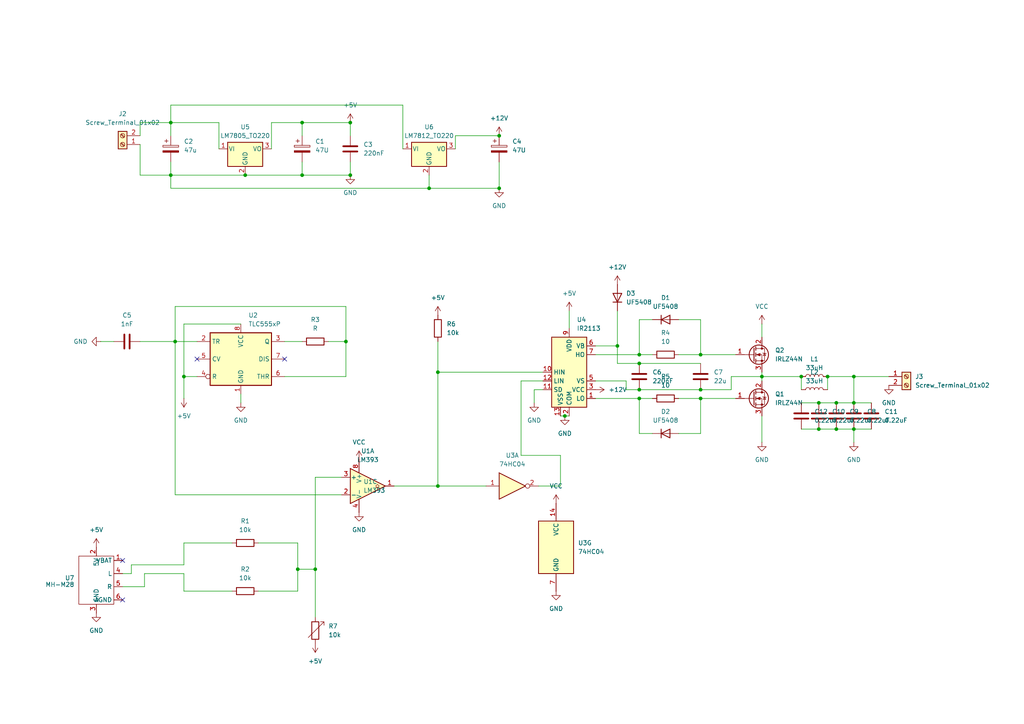
<source format=kicad_sch>
(kicad_sch
	(version 20231120)
	(generator "eeschema")
	(generator_version "8.0")
	(uuid "8f360854-2514-41a2-9aa6-b74447059cc7")
	(paper "A4")
	(lib_symbols
		(symbol "74xx:74HC04"
			(exclude_from_sim no)
			(in_bom yes)
			(on_board yes)
			(property "Reference" "U"
				(at 0 1.27 0)
				(effects
					(font
						(size 1.27 1.27)
					)
				)
			)
			(property "Value" "74HC04"
				(at 0 -1.27 0)
				(effects
					(font
						(size 1.27 1.27)
					)
				)
			)
			(property "Footprint" ""
				(at 0 0 0)
				(effects
					(font
						(size 1.27 1.27)
					)
					(hide yes)
				)
			)
			(property "Datasheet" "https://assets.nexperia.com/documents/data-sheet/74HC_HCT04.pdf"
				(at 0 0 0)
				(effects
					(font
						(size 1.27 1.27)
					)
					(hide yes)
				)
			)
			(property "Description" "Hex Inverter"
				(at 0 0 0)
				(effects
					(font
						(size 1.27 1.27)
					)
					(hide yes)
				)
			)
			(property "ki_locked" ""
				(at 0 0 0)
				(effects
					(font
						(size 1.27 1.27)
					)
				)
			)
			(property "ki_keywords" "HCMOS not inv"
				(at 0 0 0)
				(effects
					(font
						(size 1.27 1.27)
					)
					(hide yes)
				)
			)
			(property "ki_fp_filters" "DIP*W7.62mm* SSOP?14* TSSOP?14*"
				(at 0 0 0)
				(effects
					(font
						(size 1.27 1.27)
					)
					(hide yes)
				)
			)
			(symbol "74HC04_1_0"
				(polyline
					(pts
						(xy -3.81 3.81) (xy -3.81 -3.81) (xy 3.81 0) (xy -3.81 3.81)
					)
					(stroke
						(width 0.254)
						(type default)
					)
					(fill
						(type background)
					)
				)
				(pin input line
					(at -7.62 0 0)
					(length 3.81)
					(name "~"
						(effects
							(font
								(size 1.27 1.27)
							)
						)
					)
					(number "1"
						(effects
							(font
								(size 1.27 1.27)
							)
						)
					)
				)
				(pin output inverted
					(at 7.62 0 180)
					(length 3.81)
					(name "~"
						(effects
							(font
								(size 1.27 1.27)
							)
						)
					)
					(number "2"
						(effects
							(font
								(size 1.27 1.27)
							)
						)
					)
				)
			)
			(symbol "74HC04_2_0"
				(polyline
					(pts
						(xy -3.81 3.81) (xy -3.81 -3.81) (xy 3.81 0) (xy -3.81 3.81)
					)
					(stroke
						(width 0.254)
						(type default)
					)
					(fill
						(type background)
					)
				)
				(pin input line
					(at -7.62 0 0)
					(length 3.81)
					(name "~"
						(effects
							(font
								(size 1.27 1.27)
							)
						)
					)
					(number "3"
						(effects
							(font
								(size 1.27 1.27)
							)
						)
					)
				)
				(pin output inverted
					(at 7.62 0 180)
					(length 3.81)
					(name "~"
						(effects
							(font
								(size 1.27 1.27)
							)
						)
					)
					(number "4"
						(effects
							(font
								(size 1.27 1.27)
							)
						)
					)
				)
			)
			(symbol "74HC04_3_0"
				(polyline
					(pts
						(xy -3.81 3.81) (xy -3.81 -3.81) (xy 3.81 0) (xy -3.81 3.81)
					)
					(stroke
						(width 0.254)
						(type default)
					)
					(fill
						(type background)
					)
				)
				(pin input line
					(at -7.62 0 0)
					(length 3.81)
					(name "~"
						(effects
							(font
								(size 1.27 1.27)
							)
						)
					)
					(number "5"
						(effects
							(font
								(size 1.27 1.27)
							)
						)
					)
				)
				(pin output inverted
					(at 7.62 0 180)
					(length 3.81)
					(name "~"
						(effects
							(font
								(size 1.27 1.27)
							)
						)
					)
					(number "6"
						(effects
							(font
								(size 1.27 1.27)
							)
						)
					)
				)
			)
			(symbol "74HC04_4_0"
				(polyline
					(pts
						(xy -3.81 3.81) (xy -3.81 -3.81) (xy 3.81 0) (xy -3.81 3.81)
					)
					(stroke
						(width 0.254)
						(type default)
					)
					(fill
						(type background)
					)
				)
				(pin output inverted
					(at 7.62 0 180)
					(length 3.81)
					(name "~"
						(effects
							(font
								(size 1.27 1.27)
							)
						)
					)
					(number "8"
						(effects
							(font
								(size 1.27 1.27)
							)
						)
					)
				)
				(pin input line
					(at -7.62 0 0)
					(length 3.81)
					(name "~"
						(effects
							(font
								(size 1.27 1.27)
							)
						)
					)
					(number "9"
						(effects
							(font
								(size 1.27 1.27)
							)
						)
					)
				)
			)
			(symbol "74HC04_5_0"
				(polyline
					(pts
						(xy -3.81 3.81) (xy -3.81 -3.81) (xy 3.81 0) (xy -3.81 3.81)
					)
					(stroke
						(width 0.254)
						(type default)
					)
					(fill
						(type background)
					)
				)
				(pin output inverted
					(at 7.62 0 180)
					(length 3.81)
					(name "~"
						(effects
							(font
								(size 1.27 1.27)
							)
						)
					)
					(number "10"
						(effects
							(font
								(size 1.27 1.27)
							)
						)
					)
				)
				(pin input line
					(at -7.62 0 0)
					(length 3.81)
					(name "~"
						(effects
							(font
								(size 1.27 1.27)
							)
						)
					)
					(number "11"
						(effects
							(font
								(size 1.27 1.27)
							)
						)
					)
				)
			)
			(symbol "74HC04_6_0"
				(polyline
					(pts
						(xy -3.81 3.81) (xy -3.81 -3.81) (xy 3.81 0) (xy -3.81 3.81)
					)
					(stroke
						(width 0.254)
						(type default)
					)
					(fill
						(type background)
					)
				)
				(pin output inverted
					(at 7.62 0 180)
					(length 3.81)
					(name "~"
						(effects
							(font
								(size 1.27 1.27)
							)
						)
					)
					(number "12"
						(effects
							(font
								(size 1.27 1.27)
							)
						)
					)
				)
				(pin input line
					(at -7.62 0 0)
					(length 3.81)
					(name "~"
						(effects
							(font
								(size 1.27 1.27)
							)
						)
					)
					(number "13"
						(effects
							(font
								(size 1.27 1.27)
							)
						)
					)
				)
			)
			(symbol "74HC04_7_0"
				(pin power_in line
					(at 0 12.7 270)
					(length 5.08)
					(name "VCC"
						(effects
							(font
								(size 1.27 1.27)
							)
						)
					)
					(number "14"
						(effects
							(font
								(size 1.27 1.27)
							)
						)
					)
				)
				(pin power_in line
					(at 0 -12.7 90)
					(length 5.08)
					(name "GND"
						(effects
							(font
								(size 1.27 1.27)
							)
						)
					)
					(number "7"
						(effects
							(font
								(size 1.27 1.27)
							)
						)
					)
				)
			)
			(symbol "74HC04_7_1"
				(rectangle
					(start -5.08 7.62)
					(end 5.08 -7.62)
					(stroke
						(width 0.254)
						(type default)
					)
					(fill
						(type background)
					)
				)
			)
		)
		(symbol "Comparator:LM393"
			(pin_names
				(offset 0.127)
			)
			(exclude_from_sim no)
			(in_bom yes)
			(on_board yes)
			(property "Reference" "U"
				(at 3.81 3.81 0)
				(effects
					(font
						(size 1.27 1.27)
					)
				)
			)
			(property "Value" "LM393"
				(at 6.35 -3.81 0)
				(effects
					(font
						(size 1.27 1.27)
					)
				)
			)
			(property "Footprint" ""
				(at 0 0 0)
				(effects
					(font
						(size 1.27 1.27)
					)
					(hide yes)
				)
			)
			(property "Datasheet" "http://www.ti.com/lit/ds/symlink/lm393.pdf"
				(at 0 0 0)
				(effects
					(font
						(size 1.27 1.27)
					)
					(hide yes)
				)
			)
			(property "Description" "Low-Power, Low-Offset Voltage, Dual Comparators, DIP-8/SOIC-8/TO-99-8"
				(at 0 0 0)
				(effects
					(font
						(size 1.27 1.27)
					)
					(hide yes)
				)
			)
			(property "ki_locked" ""
				(at 0 0 0)
				(effects
					(font
						(size 1.27 1.27)
					)
				)
			)
			(property "ki_keywords" "cmp open collector"
				(at 0 0 0)
				(effects
					(font
						(size 1.27 1.27)
					)
					(hide yes)
				)
			)
			(property "ki_fp_filters" "SOIC*3.9x4.9mm*P1.27mm* DIP*W7.62mm* SOP*5.28x5.23mm*P1.27mm* VSSOP*3x3mm*P0.65mm* TSSOP*4.4x3mm*P0.65mm*"
				(at 0 0 0)
				(effects
					(font
						(size 1.27 1.27)
					)
					(hide yes)
				)
			)
			(symbol "LM393_1_1"
				(polyline
					(pts
						(xy -5.08 5.08) (xy 5.08 0) (xy -5.08 -5.08) (xy -5.08 5.08)
					)
					(stroke
						(width 0.254)
						(type default)
					)
					(fill
						(type background)
					)
				)
				(polyline
					(pts
						(xy 3.302 -0.508) (xy 2.794 -0.508) (xy 3.302 0) (xy 2.794 0.508) (xy 2.286 0) (xy 2.794 -0.508)
						(xy 2.286 -0.508)
					)
					(stroke
						(width 0.127)
						(type default)
					)
					(fill
						(type none)
					)
				)
				(pin open_collector line
					(at 7.62 0 180)
					(length 2.54)
					(name "~"
						(effects
							(font
								(size 1.27 1.27)
							)
						)
					)
					(number "1"
						(effects
							(font
								(size 1.27 1.27)
							)
						)
					)
				)
				(pin input line
					(at -7.62 -2.54 0)
					(length 2.54)
					(name "-"
						(effects
							(font
								(size 1.27 1.27)
							)
						)
					)
					(number "2"
						(effects
							(font
								(size 1.27 1.27)
							)
						)
					)
				)
				(pin input line
					(at -7.62 2.54 0)
					(length 2.54)
					(name "+"
						(effects
							(font
								(size 1.27 1.27)
							)
						)
					)
					(number "3"
						(effects
							(font
								(size 1.27 1.27)
							)
						)
					)
				)
			)
			(symbol "LM393_2_1"
				(polyline
					(pts
						(xy -5.08 5.08) (xy 5.08 0) (xy -5.08 -5.08) (xy -5.08 5.08)
					)
					(stroke
						(width 0.254)
						(type default)
					)
					(fill
						(type background)
					)
				)
				(polyline
					(pts
						(xy 3.302 -0.508) (xy 2.794 -0.508) (xy 3.302 0) (xy 2.794 0.508) (xy 2.286 0) (xy 2.794 -0.508)
						(xy 2.286 -0.508)
					)
					(stroke
						(width 0.127)
						(type default)
					)
					(fill
						(type none)
					)
				)
				(pin input line
					(at -7.62 2.54 0)
					(length 2.54)
					(name "+"
						(effects
							(font
								(size 1.27 1.27)
							)
						)
					)
					(number "5"
						(effects
							(font
								(size 1.27 1.27)
							)
						)
					)
				)
				(pin input line
					(at -7.62 -2.54 0)
					(length 2.54)
					(name "-"
						(effects
							(font
								(size 1.27 1.27)
							)
						)
					)
					(number "6"
						(effects
							(font
								(size 1.27 1.27)
							)
						)
					)
				)
				(pin open_collector line
					(at 7.62 0 180)
					(length 2.54)
					(name "~"
						(effects
							(font
								(size 1.27 1.27)
							)
						)
					)
					(number "7"
						(effects
							(font
								(size 1.27 1.27)
							)
						)
					)
				)
			)
			(symbol "LM393_3_1"
				(pin power_in line
					(at -2.54 -7.62 90)
					(length 3.81)
					(name "V-"
						(effects
							(font
								(size 1.27 1.27)
							)
						)
					)
					(number "4"
						(effects
							(font
								(size 1.27 1.27)
							)
						)
					)
				)
				(pin power_in line
					(at -2.54 7.62 270)
					(length 3.81)
					(name "V+"
						(effects
							(font
								(size 1.27 1.27)
							)
						)
					)
					(number "8"
						(effects
							(font
								(size 1.27 1.27)
							)
						)
					)
				)
			)
		)
		(symbol "Connector:Screw_Terminal_01x02"
			(pin_names
				(offset 1.016) hide)
			(exclude_from_sim no)
			(in_bom yes)
			(on_board yes)
			(property "Reference" "J"
				(at 0 2.54 0)
				(effects
					(font
						(size 1.27 1.27)
					)
				)
			)
			(property "Value" "Screw_Terminal_01x02"
				(at 0 -5.08 0)
				(effects
					(font
						(size 1.27 1.27)
					)
				)
			)
			(property "Footprint" ""
				(at 0 0 0)
				(effects
					(font
						(size 1.27 1.27)
					)
					(hide yes)
				)
			)
			(property "Datasheet" "~"
				(at 0 0 0)
				(effects
					(font
						(size 1.27 1.27)
					)
					(hide yes)
				)
			)
			(property "Description" "Generic screw terminal, single row, 01x02, script generated (kicad-library-utils/schlib/autogen/connector/)"
				(at 0 0 0)
				(effects
					(font
						(size 1.27 1.27)
					)
					(hide yes)
				)
			)
			(property "ki_keywords" "screw terminal"
				(at 0 0 0)
				(effects
					(font
						(size 1.27 1.27)
					)
					(hide yes)
				)
			)
			(property "ki_fp_filters" "TerminalBlock*:*"
				(at 0 0 0)
				(effects
					(font
						(size 1.27 1.27)
					)
					(hide yes)
				)
			)
			(symbol "Screw_Terminal_01x02_1_1"
				(rectangle
					(start -1.27 1.27)
					(end 1.27 -3.81)
					(stroke
						(width 0.254)
						(type default)
					)
					(fill
						(type background)
					)
				)
				(circle
					(center 0 -2.54)
					(radius 0.635)
					(stroke
						(width 0.1524)
						(type default)
					)
					(fill
						(type none)
					)
				)
				(polyline
					(pts
						(xy -0.5334 -2.2098) (xy 0.3302 -3.048)
					)
					(stroke
						(width 0.1524)
						(type default)
					)
					(fill
						(type none)
					)
				)
				(polyline
					(pts
						(xy -0.5334 0.3302) (xy 0.3302 -0.508)
					)
					(stroke
						(width 0.1524)
						(type default)
					)
					(fill
						(type none)
					)
				)
				(polyline
					(pts
						(xy -0.3556 -2.032) (xy 0.508 -2.8702)
					)
					(stroke
						(width 0.1524)
						(type default)
					)
					(fill
						(type none)
					)
				)
				(polyline
					(pts
						(xy -0.3556 0.508) (xy 0.508 -0.3302)
					)
					(stroke
						(width 0.1524)
						(type default)
					)
					(fill
						(type none)
					)
				)
				(circle
					(center 0 0)
					(radius 0.635)
					(stroke
						(width 0.1524)
						(type default)
					)
					(fill
						(type none)
					)
				)
				(pin passive line
					(at -5.08 0 0)
					(length 3.81)
					(name "Pin_1"
						(effects
							(font
								(size 1.27 1.27)
							)
						)
					)
					(number "1"
						(effects
							(font
								(size 1.27 1.27)
							)
						)
					)
				)
				(pin passive line
					(at -5.08 -2.54 0)
					(length 3.81)
					(name "Pin_2"
						(effects
							(font
								(size 1.27 1.27)
							)
						)
					)
					(number "2"
						(effects
							(font
								(size 1.27 1.27)
							)
						)
					)
				)
			)
		)
		(symbol "Device:C"
			(pin_numbers hide)
			(pin_names
				(offset 0.254)
			)
			(exclude_from_sim no)
			(in_bom yes)
			(on_board yes)
			(property "Reference" "C"
				(at 0.635 2.54 0)
				(effects
					(font
						(size 1.27 1.27)
					)
					(justify left)
				)
			)
			(property "Value" "C"
				(at 0.635 -2.54 0)
				(effects
					(font
						(size 1.27 1.27)
					)
					(justify left)
				)
			)
			(property "Footprint" ""
				(at 0.9652 -3.81 0)
				(effects
					(font
						(size 1.27 1.27)
					)
					(hide yes)
				)
			)
			(property "Datasheet" "~"
				(at 0 0 0)
				(effects
					(font
						(size 1.27 1.27)
					)
					(hide yes)
				)
			)
			(property "Description" "Unpolarized capacitor"
				(at 0 0 0)
				(effects
					(font
						(size 1.27 1.27)
					)
					(hide yes)
				)
			)
			(property "ki_keywords" "cap capacitor"
				(at 0 0 0)
				(effects
					(font
						(size 1.27 1.27)
					)
					(hide yes)
				)
			)
			(property "ki_fp_filters" "C_*"
				(at 0 0 0)
				(effects
					(font
						(size 1.27 1.27)
					)
					(hide yes)
				)
			)
			(symbol "C_0_1"
				(polyline
					(pts
						(xy -2.032 -0.762) (xy 2.032 -0.762)
					)
					(stroke
						(width 0.508)
						(type default)
					)
					(fill
						(type none)
					)
				)
				(polyline
					(pts
						(xy -2.032 0.762) (xy 2.032 0.762)
					)
					(stroke
						(width 0.508)
						(type default)
					)
					(fill
						(type none)
					)
				)
			)
			(symbol "C_1_1"
				(pin passive line
					(at 0 3.81 270)
					(length 2.794)
					(name "~"
						(effects
							(font
								(size 1.27 1.27)
							)
						)
					)
					(number "1"
						(effects
							(font
								(size 1.27 1.27)
							)
						)
					)
				)
				(pin passive line
					(at 0 -3.81 90)
					(length 2.794)
					(name "~"
						(effects
							(font
								(size 1.27 1.27)
							)
						)
					)
					(number "2"
						(effects
							(font
								(size 1.27 1.27)
							)
						)
					)
				)
			)
		)
		(symbol "Device:C_Polarized"
			(pin_numbers hide)
			(pin_names
				(offset 0.254)
			)
			(exclude_from_sim no)
			(in_bom yes)
			(on_board yes)
			(property "Reference" "C"
				(at 0.635 2.54 0)
				(effects
					(font
						(size 1.27 1.27)
					)
					(justify left)
				)
			)
			(property "Value" "C_Polarized"
				(at 0.635 -2.54 0)
				(effects
					(font
						(size 1.27 1.27)
					)
					(justify left)
				)
			)
			(property "Footprint" ""
				(at 0.9652 -3.81 0)
				(effects
					(font
						(size 1.27 1.27)
					)
					(hide yes)
				)
			)
			(property "Datasheet" "~"
				(at 0 0 0)
				(effects
					(font
						(size 1.27 1.27)
					)
					(hide yes)
				)
			)
			(property "Description" "Polarized capacitor"
				(at 0 0 0)
				(effects
					(font
						(size 1.27 1.27)
					)
					(hide yes)
				)
			)
			(property "ki_keywords" "cap capacitor"
				(at 0 0 0)
				(effects
					(font
						(size 1.27 1.27)
					)
					(hide yes)
				)
			)
			(property "ki_fp_filters" "CP_*"
				(at 0 0 0)
				(effects
					(font
						(size 1.27 1.27)
					)
					(hide yes)
				)
			)
			(symbol "C_Polarized_0_1"
				(rectangle
					(start -2.286 0.508)
					(end 2.286 1.016)
					(stroke
						(width 0)
						(type default)
					)
					(fill
						(type none)
					)
				)
				(polyline
					(pts
						(xy -1.778 2.286) (xy -0.762 2.286)
					)
					(stroke
						(width 0)
						(type default)
					)
					(fill
						(type none)
					)
				)
				(polyline
					(pts
						(xy -1.27 2.794) (xy -1.27 1.778)
					)
					(stroke
						(width 0)
						(type default)
					)
					(fill
						(type none)
					)
				)
				(rectangle
					(start 2.286 -0.508)
					(end -2.286 -1.016)
					(stroke
						(width 0)
						(type default)
					)
					(fill
						(type outline)
					)
				)
			)
			(symbol "C_Polarized_1_1"
				(pin passive line
					(at 0 3.81 270)
					(length 2.794)
					(name "~"
						(effects
							(font
								(size 1.27 1.27)
							)
						)
					)
					(number "1"
						(effects
							(font
								(size 1.27 1.27)
							)
						)
					)
				)
				(pin passive line
					(at 0 -3.81 90)
					(length 2.794)
					(name "~"
						(effects
							(font
								(size 1.27 1.27)
							)
						)
					)
					(number "2"
						(effects
							(font
								(size 1.27 1.27)
							)
						)
					)
				)
			)
		)
		(symbol "Device:L"
			(pin_numbers hide)
			(pin_names
				(offset 1.016) hide)
			(exclude_from_sim no)
			(in_bom yes)
			(on_board yes)
			(property "Reference" "L"
				(at -1.27 0 90)
				(effects
					(font
						(size 1.27 1.27)
					)
				)
			)
			(property "Value" "L"
				(at 1.905 0 90)
				(effects
					(font
						(size 1.27 1.27)
					)
				)
			)
			(property "Footprint" ""
				(at 0 0 0)
				(effects
					(font
						(size 1.27 1.27)
					)
					(hide yes)
				)
			)
			(property "Datasheet" "~"
				(at 0 0 0)
				(effects
					(font
						(size 1.27 1.27)
					)
					(hide yes)
				)
			)
			(property "Description" "Inductor"
				(at 0 0 0)
				(effects
					(font
						(size 1.27 1.27)
					)
					(hide yes)
				)
			)
			(property "ki_keywords" "inductor choke coil reactor magnetic"
				(at 0 0 0)
				(effects
					(font
						(size 1.27 1.27)
					)
					(hide yes)
				)
			)
			(property "ki_fp_filters" "Choke_* *Coil* Inductor_* L_*"
				(at 0 0 0)
				(effects
					(font
						(size 1.27 1.27)
					)
					(hide yes)
				)
			)
			(symbol "L_0_1"
				(arc
					(start 0 -2.54)
					(mid 0.6323 -1.905)
					(end 0 -1.27)
					(stroke
						(width 0)
						(type default)
					)
					(fill
						(type none)
					)
				)
				(arc
					(start 0 -1.27)
					(mid 0.6323 -0.635)
					(end 0 0)
					(stroke
						(width 0)
						(type default)
					)
					(fill
						(type none)
					)
				)
				(arc
					(start 0 0)
					(mid 0.6323 0.635)
					(end 0 1.27)
					(stroke
						(width 0)
						(type default)
					)
					(fill
						(type none)
					)
				)
				(arc
					(start 0 1.27)
					(mid 0.6323 1.905)
					(end 0 2.54)
					(stroke
						(width 0)
						(type default)
					)
					(fill
						(type none)
					)
				)
			)
			(symbol "L_1_1"
				(pin passive line
					(at 0 3.81 270)
					(length 1.27)
					(name "1"
						(effects
							(font
								(size 1.27 1.27)
							)
						)
					)
					(number "1"
						(effects
							(font
								(size 1.27 1.27)
							)
						)
					)
				)
				(pin passive line
					(at 0 -3.81 90)
					(length 1.27)
					(name "2"
						(effects
							(font
								(size 1.27 1.27)
							)
						)
					)
					(number "2"
						(effects
							(font
								(size 1.27 1.27)
							)
						)
					)
				)
			)
		)
		(symbol "Device:R"
			(pin_numbers hide)
			(pin_names
				(offset 0)
			)
			(exclude_from_sim no)
			(in_bom yes)
			(on_board yes)
			(property "Reference" "R"
				(at 2.032 0 90)
				(effects
					(font
						(size 1.27 1.27)
					)
				)
			)
			(property "Value" "R"
				(at 0 0 90)
				(effects
					(font
						(size 1.27 1.27)
					)
				)
			)
			(property "Footprint" ""
				(at -1.778 0 90)
				(effects
					(font
						(size 1.27 1.27)
					)
					(hide yes)
				)
			)
			(property "Datasheet" "~"
				(at 0 0 0)
				(effects
					(font
						(size 1.27 1.27)
					)
					(hide yes)
				)
			)
			(property "Description" "Resistor"
				(at 0 0 0)
				(effects
					(font
						(size 1.27 1.27)
					)
					(hide yes)
				)
			)
			(property "ki_keywords" "R res resistor"
				(at 0 0 0)
				(effects
					(font
						(size 1.27 1.27)
					)
					(hide yes)
				)
			)
			(property "ki_fp_filters" "R_*"
				(at 0 0 0)
				(effects
					(font
						(size 1.27 1.27)
					)
					(hide yes)
				)
			)
			(symbol "R_0_1"
				(rectangle
					(start -1.016 -2.54)
					(end 1.016 2.54)
					(stroke
						(width 0.254)
						(type default)
					)
					(fill
						(type none)
					)
				)
			)
			(symbol "R_1_1"
				(pin passive line
					(at 0 3.81 270)
					(length 1.27)
					(name "~"
						(effects
							(font
								(size 1.27 1.27)
							)
						)
					)
					(number "1"
						(effects
							(font
								(size 1.27 1.27)
							)
						)
					)
				)
				(pin passive line
					(at 0 -3.81 90)
					(length 1.27)
					(name "~"
						(effects
							(font
								(size 1.27 1.27)
							)
						)
					)
					(number "2"
						(effects
							(font
								(size 1.27 1.27)
							)
						)
					)
				)
			)
		)
		(symbol "Device:R_Variable"
			(pin_numbers hide)
			(pin_names
				(offset 0)
			)
			(exclude_from_sim no)
			(in_bom yes)
			(on_board yes)
			(property "Reference" "R"
				(at 2.54 -2.54 90)
				(effects
					(font
						(size 1.27 1.27)
					)
					(justify left)
				)
			)
			(property "Value" "R_Variable"
				(at -2.54 -1.27 90)
				(effects
					(font
						(size 1.27 1.27)
					)
					(justify left)
				)
			)
			(property "Footprint" ""
				(at -1.778 0 90)
				(effects
					(font
						(size 1.27 1.27)
					)
					(hide yes)
				)
			)
			(property "Datasheet" "~"
				(at 0 0 0)
				(effects
					(font
						(size 1.27 1.27)
					)
					(hide yes)
				)
			)
			(property "Description" "Variable resistor"
				(at 0 0 0)
				(effects
					(font
						(size 1.27 1.27)
					)
					(hide yes)
				)
			)
			(property "ki_keywords" "R res resistor variable potentiometer rheostat"
				(at 0 0 0)
				(effects
					(font
						(size 1.27 1.27)
					)
					(hide yes)
				)
			)
			(property "ki_fp_filters" "R_*"
				(at 0 0 0)
				(effects
					(font
						(size 1.27 1.27)
					)
					(hide yes)
				)
			)
			(symbol "R_Variable_0_1"
				(rectangle
					(start -1.016 -2.54)
					(end 1.016 2.54)
					(stroke
						(width 0.254)
						(type default)
					)
					(fill
						(type none)
					)
				)
				(polyline
					(pts
						(xy 2.54 1.524) (xy 2.54 2.54) (xy 1.524 2.54) (xy 2.54 2.54) (xy -2.032 -2.032)
					)
					(stroke
						(width 0)
						(type default)
					)
					(fill
						(type none)
					)
				)
			)
			(symbol "R_Variable_1_1"
				(pin passive line
					(at 0 3.81 270)
					(length 1.27)
					(name "~"
						(effects
							(font
								(size 1.27 1.27)
							)
						)
					)
					(number "1"
						(effects
							(font
								(size 1.27 1.27)
							)
						)
					)
				)
				(pin passive line
					(at 0 -3.81 90)
					(length 1.27)
					(name "~"
						(effects
							(font
								(size 1.27 1.27)
							)
						)
					)
					(number "2"
						(effects
							(font
								(size 1.27 1.27)
							)
						)
					)
				)
			)
		)
		(symbol "Diode:UF5408"
			(pin_numbers hide)
			(pin_names hide)
			(exclude_from_sim no)
			(in_bom yes)
			(on_board yes)
			(property "Reference" "D"
				(at 0 2.54 0)
				(effects
					(font
						(size 1.27 1.27)
					)
				)
			)
			(property "Value" "UF5408"
				(at 0 -2.54 0)
				(effects
					(font
						(size 1.27 1.27)
					)
				)
			)
			(property "Footprint" "Diode_THT:D_DO-201AD_P15.24mm_Horizontal"
				(at 0 -4.445 0)
				(effects
					(font
						(size 1.27 1.27)
					)
					(hide yes)
				)
			)
			(property "Datasheet" "http://www.vishay.com/docs/88756/uf5400.pdf"
				(at 0 0 0)
				(effects
					(font
						(size 1.27 1.27)
					)
					(hide yes)
				)
			)
			(property "Description" "1000V 3A Soft Recovery Ultrafast Rectifier Diode, DO-201AD"
				(at 0 0 0)
				(effects
					(font
						(size 1.27 1.27)
					)
					(hide yes)
				)
			)
			(property "Sim.Device" "D"
				(at 0 0 0)
				(effects
					(font
						(size 1.27 1.27)
					)
					(hide yes)
				)
			)
			(property "Sim.Pins" "1=K 2=A"
				(at 0 0 0)
				(effects
					(font
						(size 1.27 1.27)
					)
					(hide yes)
				)
			)
			(property "ki_keywords" "diode"
				(at 0 0 0)
				(effects
					(font
						(size 1.27 1.27)
					)
					(hide yes)
				)
			)
			(property "ki_fp_filters" "D*DO?201AD*"
				(at 0 0 0)
				(effects
					(font
						(size 1.27 1.27)
					)
					(hide yes)
				)
			)
			(symbol "UF5408_0_1"
				(polyline
					(pts
						(xy -1.27 1.27) (xy -1.27 -1.27)
					)
					(stroke
						(width 0.254)
						(type default)
					)
					(fill
						(type none)
					)
				)
				(polyline
					(pts
						(xy 1.27 0) (xy -1.27 0)
					)
					(stroke
						(width 0)
						(type default)
					)
					(fill
						(type none)
					)
				)
				(polyline
					(pts
						(xy 1.27 1.27) (xy 1.27 -1.27) (xy -1.27 0) (xy 1.27 1.27)
					)
					(stroke
						(width 0.254)
						(type default)
					)
					(fill
						(type none)
					)
				)
			)
			(symbol "UF5408_1_1"
				(pin passive line
					(at -3.81 0 0)
					(length 2.54)
					(name "K"
						(effects
							(font
								(size 1.27 1.27)
							)
						)
					)
					(number "1"
						(effects
							(font
								(size 1.27 1.27)
							)
						)
					)
				)
				(pin passive line
					(at 3.81 0 180)
					(length 2.54)
					(name "A"
						(effects
							(font
								(size 1.27 1.27)
							)
						)
					)
					(number "2"
						(effects
							(font
								(size 1.27 1.27)
							)
						)
					)
				)
			)
		)
		(symbol "Driver_FET:IR2113"
			(exclude_from_sim no)
			(in_bom yes)
			(on_board yes)
			(property "Reference" "U"
				(at 1.27 13.335 0)
				(effects
					(font
						(size 1.27 1.27)
					)
					(justify left)
				)
			)
			(property "Value" "IR2113"
				(at 1.27 11.43 0)
				(effects
					(font
						(size 1.27 1.27)
					)
					(justify left)
				)
			)
			(property "Footprint" "Package_DIP:DIP-14_W7.62mm"
				(at 0 0 0)
				(effects
					(font
						(size 1.27 1.27)
						(italic yes)
					)
					(hide yes)
				)
			)
			(property "Datasheet" "https://www.infineon.com/dgdl/ir2110.pdf?fileId=5546d462533600a4015355c80333167e"
				(at 0 0 0)
				(effects
					(font
						(size 1.27 1.27)
					)
					(hide yes)
				)
			)
			(property "Description" "High and Low Side Driver, 600V, 2.0/2.0A, PDIP-14"
				(at 0 0 0)
				(effects
					(font
						(size 1.27 1.27)
					)
					(hide yes)
				)
			)
			(property "ki_keywords" "Gate Driver"
				(at 0 0 0)
				(effects
					(font
						(size 1.27 1.27)
					)
					(hide yes)
				)
			)
			(property "ki_fp_filters" "DIP*W7.62mm*"
				(at 0 0 0)
				(effects
					(font
						(size 1.27 1.27)
					)
					(hide yes)
				)
			)
			(symbol "IR2113_0_1"
				(rectangle
					(start -5.08 -10.16)
					(end 5.08 10.16)
					(stroke
						(width 0.254)
						(type default)
					)
					(fill
						(type background)
					)
				)
			)
			(symbol "IR2113_1_1"
				(pin output line
					(at 7.62 -7.62 180)
					(length 2.54)
					(name "LO"
						(effects
							(font
								(size 1.27 1.27)
							)
						)
					)
					(number "1"
						(effects
							(font
								(size 1.27 1.27)
							)
						)
					)
				)
				(pin input line
					(at -7.62 0 0)
					(length 2.54)
					(name "HIN"
						(effects
							(font
								(size 1.27 1.27)
							)
						)
					)
					(number "10"
						(effects
							(font
								(size 1.27 1.27)
							)
						)
					)
				)
				(pin input line
					(at -7.62 -5.08 0)
					(length 2.54)
					(name "SD"
						(effects
							(font
								(size 1.27 1.27)
							)
						)
					)
					(number "11"
						(effects
							(font
								(size 1.27 1.27)
							)
						)
					)
				)
				(pin input line
					(at -7.62 -2.54 0)
					(length 2.54)
					(name "LIN"
						(effects
							(font
								(size 1.27 1.27)
							)
						)
					)
					(number "12"
						(effects
							(font
								(size 1.27 1.27)
							)
						)
					)
				)
				(pin power_in line
					(at -2.54 -12.7 90)
					(length 2.54)
					(name "VSS"
						(effects
							(font
								(size 1.27 1.27)
							)
						)
					)
					(number "13"
						(effects
							(font
								(size 1.27 1.27)
							)
						)
					)
				)
				(pin no_connect line
					(at -5.08 2.54 0)
					(length 2.54) hide
					(name "NC"
						(effects
							(font
								(size 1.27 1.27)
							)
						)
					)
					(number "14"
						(effects
							(font
								(size 1.27 1.27)
							)
						)
					)
				)
				(pin power_in line
					(at 0 -12.7 90)
					(length 2.54)
					(name "COM"
						(effects
							(font
								(size 1.27 1.27)
							)
						)
					)
					(number "2"
						(effects
							(font
								(size 1.27 1.27)
							)
						)
					)
				)
				(pin power_in line
					(at 7.62 -5.08 180)
					(length 2.54)
					(name "VCC"
						(effects
							(font
								(size 1.27 1.27)
							)
						)
					)
					(number "3"
						(effects
							(font
								(size 1.27 1.27)
							)
						)
					)
				)
				(pin no_connect line
					(at -5.08 7.62 0)
					(length 2.54) hide
					(name "NC"
						(effects
							(font
								(size 1.27 1.27)
							)
						)
					)
					(number "4"
						(effects
							(font
								(size 1.27 1.27)
							)
						)
					)
				)
				(pin passive line
					(at 7.62 -2.54 180)
					(length 2.54)
					(name "VS"
						(effects
							(font
								(size 1.27 1.27)
							)
						)
					)
					(number "5"
						(effects
							(font
								(size 1.27 1.27)
							)
						)
					)
				)
				(pin passive line
					(at 7.62 7.62 180)
					(length 2.54)
					(name "VB"
						(effects
							(font
								(size 1.27 1.27)
							)
						)
					)
					(number "6"
						(effects
							(font
								(size 1.27 1.27)
							)
						)
					)
				)
				(pin output line
					(at 7.62 5.08 180)
					(length 2.54)
					(name "HO"
						(effects
							(font
								(size 1.27 1.27)
							)
						)
					)
					(number "7"
						(effects
							(font
								(size 1.27 1.27)
							)
						)
					)
				)
				(pin no_connect line
					(at -5.08 5.08 0)
					(length 2.54) hide
					(name "NC"
						(effects
							(font
								(size 1.27 1.27)
							)
						)
					)
					(number "8"
						(effects
							(font
								(size 1.27 1.27)
							)
						)
					)
				)
				(pin power_in line
					(at 0 12.7 270)
					(length 2.54)
					(name "VDD"
						(effects
							(font
								(size 1.27 1.27)
							)
						)
					)
					(number "9"
						(effects
							(font
								(size 1.27 1.27)
							)
						)
					)
				)
			)
		)
		(symbol "New_Library:M28"
			(exclude_from_sim no)
			(in_bom yes)
			(on_board yes)
			(property "Reference" "U"
				(at 0 0 0)
				(effects
					(font
						(size 1.27 1.27)
					)
				)
			)
			(property "Value" ""
				(at 0 0 0)
				(effects
					(font
						(size 1.27 1.27)
					)
				)
			)
			(property "Footprint" ""
				(at 0 0 0)
				(effects
					(font
						(size 1.27 1.27)
					)
					(hide yes)
				)
			)
			(property "Datasheet" ""
				(at 0 0 0)
				(effects
					(font
						(size 1.27 1.27)
					)
					(hide yes)
				)
			)
			(property "Description" ""
				(at 0 0 0)
				(effects
					(font
						(size 1.27 1.27)
					)
					(hide yes)
				)
			)
			(symbol "M28_0_1"
				(rectangle
					(start -5.08 6.35)
					(end 5.08 -7.62)
					(stroke
						(width 0)
						(type default)
					)
					(fill
						(type none)
					)
				)
			)
			(symbol "M28_1_1"
				(pin power_in line
					(at 7.62 5.08 180)
					(length 2.54)
					(name "VBAT"
						(effects
							(font
								(size 1.27 1.27)
							)
						)
					)
					(number "1"
						(effects
							(font
								(size 1.27 1.27)
							)
						)
					)
				)
				(pin power_in line
					(at 0 8.89 270)
					(length 2.54)
					(name "5V"
						(effects
							(font
								(size 1.27 1.27)
							)
						)
					)
					(number "2"
						(effects
							(font
								(size 1.27 1.27)
							)
						)
					)
				)
				(pin power_in line
					(at 0 -10.16 90)
					(length 2.54)
					(name "GND"
						(effects
							(font
								(size 1.27 1.27)
							)
						)
					)
					(number "3"
						(effects
							(font
								(size 1.27 1.27)
							)
						)
					)
				)
				(pin output line
					(at 7.62 1.27 180)
					(length 2.54)
					(name "L"
						(effects
							(font
								(size 1.27 1.27)
							)
						)
					)
					(number "4"
						(effects
							(font
								(size 1.27 1.27)
							)
						)
					)
				)
				(pin output line
					(at 7.62 -2.54 180)
					(length 2.54)
					(name "R"
						(effects
							(font
								(size 1.27 1.27)
							)
						)
					)
					(number "5"
						(effects
							(font
								(size 1.27 1.27)
							)
						)
					)
				)
				(pin power_in line
					(at 7.62 -6.35 180)
					(length 2.54)
					(name "AGND"
						(effects
							(font
								(size 1.27 1.27)
							)
						)
					)
					(number "6"
						(effects
							(font
								(size 1.27 1.27)
							)
						)
					)
				)
			)
		)
		(symbol "Regulator_Linear:LM7805_TO220"
			(pin_names
				(offset 0.254)
			)
			(exclude_from_sim no)
			(in_bom yes)
			(on_board yes)
			(property "Reference" "U"
				(at -3.81 3.175 0)
				(effects
					(font
						(size 1.27 1.27)
					)
				)
			)
			(property "Value" "LM7805_TO220"
				(at 0 3.175 0)
				(effects
					(font
						(size 1.27 1.27)
					)
					(justify left)
				)
			)
			(property "Footprint" "Package_TO_SOT_THT:TO-220-3_Vertical"
				(at 0 5.715 0)
				(effects
					(font
						(size 1.27 1.27)
						(italic yes)
					)
					(hide yes)
				)
			)
			(property "Datasheet" "https://www.onsemi.cn/PowerSolutions/document/MC7800-D.PDF"
				(at 0 -1.27 0)
				(effects
					(font
						(size 1.27 1.27)
					)
					(hide yes)
				)
			)
			(property "Description" "Positive 1A 35V Linear Regulator, Fixed Output 5V, TO-220"
				(at 0 0 0)
				(effects
					(font
						(size 1.27 1.27)
					)
					(hide yes)
				)
			)
			(property "ki_keywords" "Voltage Regulator 1A Positive"
				(at 0 0 0)
				(effects
					(font
						(size 1.27 1.27)
					)
					(hide yes)
				)
			)
			(property "ki_fp_filters" "TO?220*"
				(at 0 0 0)
				(effects
					(font
						(size 1.27 1.27)
					)
					(hide yes)
				)
			)
			(symbol "LM7805_TO220_0_1"
				(rectangle
					(start -5.08 1.905)
					(end 5.08 -5.08)
					(stroke
						(width 0.254)
						(type default)
					)
					(fill
						(type background)
					)
				)
			)
			(symbol "LM7805_TO220_1_1"
				(pin power_in line
					(at -7.62 0 0)
					(length 2.54)
					(name "VI"
						(effects
							(font
								(size 1.27 1.27)
							)
						)
					)
					(number "1"
						(effects
							(font
								(size 1.27 1.27)
							)
						)
					)
				)
				(pin power_in line
					(at 0 -7.62 90)
					(length 2.54)
					(name "GND"
						(effects
							(font
								(size 1.27 1.27)
							)
						)
					)
					(number "2"
						(effects
							(font
								(size 1.27 1.27)
							)
						)
					)
				)
				(pin power_out line
					(at 7.62 0 180)
					(length 2.54)
					(name "VO"
						(effects
							(font
								(size 1.27 1.27)
							)
						)
					)
					(number "3"
						(effects
							(font
								(size 1.27 1.27)
							)
						)
					)
				)
			)
		)
		(symbol "Regulator_Linear:LM7812_TO220"
			(pin_names
				(offset 0.254)
			)
			(exclude_from_sim no)
			(in_bom yes)
			(on_board yes)
			(property "Reference" "U"
				(at -3.81 3.175 0)
				(effects
					(font
						(size 1.27 1.27)
					)
				)
			)
			(property "Value" "LM7812_TO220"
				(at 0 3.175 0)
				(effects
					(font
						(size 1.27 1.27)
					)
					(justify left)
				)
			)
			(property "Footprint" "Package_TO_SOT_THT:TO-220-3_Vertical"
				(at 0 5.715 0)
				(effects
					(font
						(size 1.27 1.27)
						(italic yes)
					)
					(hide yes)
				)
			)
			(property "Datasheet" "https://www.onsemi.cn/PowerSolutions/document/MC7800-D.PDF"
				(at 0 -1.27 0)
				(effects
					(font
						(size 1.27 1.27)
					)
					(hide yes)
				)
			)
			(property "Description" "Positive 1A 35V Linear Regulator, Fixed Output 12V, TO-220"
				(at 0 0 0)
				(effects
					(font
						(size 1.27 1.27)
					)
					(hide yes)
				)
			)
			(property "ki_keywords" "Voltage Regulator 1A Positive"
				(at 0 0 0)
				(effects
					(font
						(size 1.27 1.27)
					)
					(hide yes)
				)
			)
			(property "ki_fp_filters" "TO?220*"
				(at 0 0 0)
				(effects
					(font
						(size 1.27 1.27)
					)
					(hide yes)
				)
			)
			(symbol "LM7812_TO220_0_1"
				(rectangle
					(start -5.08 1.905)
					(end 5.08 -5.08)
					(stroke
						(width 0.254)
						(type default)
					)
					(fill
						(type background)
					)
				)
			)
			(symbol "LM7812_TO220_1_1"
				(pin power_in line
					(at -7.62 0 0)
					(length 2.54)
					(name "VI"
						(effects
							(font
								(size 1.27 1.27)
							)
						)
					)
					(number "1"
						(effects
							(font
								(size 1.27 1.27)
							)
						)
					)
				)
				(pin power_in line
					(at 0 -7.62 90)
					(length 2.54)
					(name "GND"
						(effects
							(font
								(size 1.27 1.27)
							)
						)
					)
					(number "2"
						(effects
							(font
								(size 1.27 1.27)
							)
						)
					)
				)
				(pin power_out line
					(at 7.62 0 180)
					(length 2.54)
					(name "VO"
						(effects
							(font
								(size 1.27 1.27)
							)
						)
					)
					(number "3"
						(effects
							(font
								(size 1.27 1.27)
							)
						)
					)
				)
			)
		)
		(symbol "Timer:TLC555xP"
			(exclude_from_sim no)
			(in_bom yes)
			(on_board yes)
			(property "Reference" "U"
				(at -10.16 8.89 0)
				(effects
					(font
						(size 1.27 1.27)
					)
					(justify left)
				)
			)
			(property "Value" "TLC555xP"
				(at 2.54 8.89 0)
				(effects
					(font
						(size 1.27 1.27)
					)
					(justify left)
				)
			)
			(property "Footprint" "Package_DIP:DIP-8_W7.62mm"
				(at 16.51 -10.16 0)
				(effects
					(font
						(size 1.27 1.27)
					)
					(hide yes)
				)
			)
			(property "Datasheet" "http://www.ti.com/lit/ds/symlink/tlc555.pdf"
				(at 21.59 -10.16 0)
				(effects
					(font
						(size 1.27 1.27)
					)
					(hide yes)
				)
			)
			(property "Description" "Single LinCMOS Timer, 555 compatible, PDIP-8"
				(at 0 0 0)
				(effects
					(font
						(size 1.27 1.27)
					)
					(hide yes)
				)
			)
			(property "ki_keywords" "single timer 555"
				(at 0 0 0)
				(effects
					(font
						(size 1.27 1.27)
					)
					(hide yes)
				)
			)
			(property "ki_fp_filters" "DIP*W7.62mm*"
				(at 0 0 0)
				(effects
					(font
						(size 1.27 1.27)
					)
					(hide yes)
				)
			)
			(symbol "TLC555xP_0_0"
				(pin power_in line
					(at 0 -10.16 90)
					(length 2.54)
					(name "GND"
						(effects
							(font
								(size 1.27 1.27)
							)
						)
					)
					(number "1"
						(effects
							(font
								(size 1.27 1.27)
							)
						)
					)
				)
				(pin power_in line
					(at 0 10.16 270)
					(length 2.54)
					(name "VCC"
						(effects
							(font
								(size 1.27 1.27)
							)
						)
					)
					(number "8"
						(effects
							(font
								(size 1.27 1.27)
							)
						)
					)
				)
			)
			(symbol "TLC555xP_0_1"
				(rectangle
					(start -8.89 -7.62)
					(end 8.89 7.62)
					(stroke
						(width 0.254)
						(type default)
					)
					(fill
						(type background)
					)
				)
				(rectangle
					(start -8.89 -7.62)
					(end 8.89 7.62)
					(stroke
						(width 0.254)
						(type default)
					)
					(fill
						(type background)
					)
				)
			)
			(symbol "TLC555xP_1_1"
				(pin input line
					(at -12.7 5.08 0)
					(length 3.81)
					(name "TR"
						(effects
							(font
								(size 1.27 1.27)
							)
						)
					)
					(number "2"
						(effects
							(font
								(size 1.27 1.27)
							)
						)
					)
				)
				(pin output line
					(at 12.7 5.08 180)
					(length 3.81)
					(name "Q"
						(effects
							(font
								(size 1.27 1.27)
							)
						)
					)
					(number "3"
						(effects
							(font
								(size 1.27 1.27)
							)
						)
					)
				)
				(pin input inverted
					(at -12.7 -5.08 0)
					(length 3.81)
					(name "R"
						(effects
							(font
								(size 1.27 1.27)
							)
						)
					)
					(number "4"
						(effects
							(font
								(size 1.27 1.27)
							)
						)
					)
				)
				(pin input line
					(at -12.7 0 0)
					(length 3.81)
					(name "CV"
						(effects
							(font
								(size 1.27 1.27)
							)
						)
					)
					(number "5"
						(effects
							(font
								(size 1.27 1.27)
							)
						)
					)
				)
				(pin input line
					(at 12.7 -5.08 180)
					(length 3.81)
					(name "THR"
						(effects
							(font
								(size 1.27 1.27)
							)
						)
					)
					(number "6"
						(effects
							(font
								(size 1.27 1.27)
							)
						)
					)
				)
				(pin input line
					(at 12.7 0 180)
					(length 3.81)
					(name "DIS"
						(effects
							(font
								(size 1.27 1.27)
							)
						)
					)
					(number "7"
						(effects
							(font
								(size 1.27 1.27)
							)
						)
					)
				)
			)
		)
		(symbol "Transistor_FET:IRLZ44N"
			(pin_names hide)
			(exclude_from_sim no)
			(in_bom yes)
			(on_board yes)
			(property "Reference" "Q"
				(at 5.08 1.905 0)
				(effects
					(font
						(size 1.27 1.27)
					)
					(justify left)
				)
			)
			(property "Value" "IRLZ44N"
				(at 5.08 0 0)
				(effects
					(font
						(size 1.27 1.27)
					)
					(justify left)
				)
			)
			(property "Footprint" "Package_TO_SOT_THT:TO-220-3_Vertical"
				(at 5.08 -1.905 0)
				(effects
					(font
						(size 1.27 1.27)
						(italic yes)
					)
					(justify left)
					(hide yes)
				)
			)
			(property "Datasheet" "http://www.irf.com/product-info/datasheets/data/irlz44n.pdf"
				(at 5.08 -3.81 0)
				(effects
					(font
						(size 1.27 1.27)
					)
					(justify left)
					(hide yes)
				)
			)
			(property "Description" "47A Id, 55V Vds, 22mOhm Rds Single N-Channel HEXFET Power MOSFET, TO-220AB"
				(at 0 0 0)
				(effects
					(font
						(size 1.27 1.27)
					)
					(hide yes)
				)
			)
			(property "ki_keywords" "N-Channel HEXFET MOSFET Logic-Level"
				(at 0 0 0)
				(effects
					(font
						(size 1.27 1.27)
					)
					(hide yes)
				)
			)
			(property "ki_fp_filters" "TO?220*"
				(at 0 0 0)
				(effects
					(font
						(size 1.27 1.27)
					)
					(hide yes)
				)
			)
			(symbol "IRLZ44N_0_1"
				(polyline
					(pts
						(xy 0.254 0) (xy -2.54 0)
					)
					(stroke
						(width 0)
						(type default)
					)
					(fill
						(type none)
					)
				)
				(polyline
					(pts
						(xy 0.254 1.905) (xy 0.254 -1.905)
					)
					(stroke
						(width 0.254)
						(type default)
					)
					(fill
						(type none)
					)
				)
				(polyline
					(pts
						(xy 0.762 -1.27) (xy 0.762 -2.286)
					)
					(stroke
						(width 0.254)
						(type default)
					)
					(fill
						(type none)
					)
				)
				(polyline
					(pts
						(xy 0.762 0.508) (xy 0.762 -0.508)
					)
					(stroke
						(width 0.254)
						(type default)
					)
					(fill
						(type none)
					)
				)
				(polyline
					(pts
						(xy 0.762 2.286) (xy 0.762 1.27)
					)
					(stroke
						(width 0.254)
						(type default)
					)
					(fill
						(type none)
					)
				)
				(polyline
					(pts
						(xy 2.54 2.54) (xy 2.54 1.778)
					)
					(stroke
						(width 0)
						(type default)
					)
					(fill
						(type none)
					)
				)
				(polyline
					(pts
						(xy 2.54 -2.54) (xy 2.54 0) (xy 0.762 0)
					)
					(stroke
						(width 0)
						(type default)
					)
					(fill
						(type none)
					)
				)
				(polyline
					(pts
						(xy 0.762 -1.778) (xy 3.302 -1.778) (xy 3.302 1.778) (xy 0.762 1.778)
					)
					(stroke
						(width 0)
						(type default)
					)
					(fill
						(type none)
					)
				)
				(polyline
					(pts
						(xy 1.016 0) (xy 2.032 0.381) (xy 2.032 -0.381) (xy 1.016 0)
					)
					(stroke
						(width 0)
						(type default)
					)
					(fill
						(type outline)
					)
				)
				(polyline
					(pts
						(xy 2.794 0.508) (xy 2.921 0.381) (xy 3.683 0.381) (xy 3.81 0.254)
					)
					(stroke
						(width 0)
						(type default)
					)
					(fill
						(type none)
					)
				)
				(polyline
					(pts
						(xy 3.302 0.381) (xy 2.921 -0.254) (xy 3.683 -0.254) (xy 3.302 0.381)
					)
					(stroke
						(width 0)
						(type default)
					)
					(fill
						(type none)
					)
				)
				(circle
					(center 1.651 0)
					(radius 2.794)
					(stroke
						(width 0.254)
						(type default)
					)
					(fill
						(type none)
					)
				)
				(circle
					(center 2.54 -1.778)
					(radius 0.254)
					(stroke
						(width 0)
						(type default)
					)
					(fill
						(type outline)
					)
				)
				(circle
					(center 2.54 1.778)
					(radius 0.254)
					(stroke
						(width 0)
						(type default)
					)
					(fill
						(type outline)
					)
				)
			)
			(symbol "IRLZ44N_1_1"
				(pin input line
					(at -5.08 0 0)
					(length 2.54)
					(name "G"
						(effects
							(font
								(size 1.27 1.27)
							)
						)
					)
					(number "1"
						(effects
							(font
								(size 1.27 1.27)
							)
						)
					)
				)
				(pin passive line
					(at 2.54 5.08 270)
					(length 2.54)
					(name "D"
						(effects
							(font
								(size 1.27 1.27)
							)
						)
					)
					(number "2"
						(effects
							(font
								(size 1.27 1.27)
							)
						)
					)
				)
				(pin passive line
					(at 2.54 -5.08 90)
					(length 2.54)
					(name "S"
						(effects
							(font
								(size 1.27 1.27)
							)
						)
					)
					(number "3"
						(effects
							(font
								(size 1.27 1.27)
							)
						)
					)
				)
			)
		)
		(symbol "power:+12V"
			(power)
			(pin_numbers hide)
			(pin_names
				(offset 0) hide)
			(exclude_from_sim no)
			(in_bom yes)
			(on_board yes)
			(property "Reference" "#PWR"
				(at 0 -3.81 0)
				(effects
					(font
						(size 1.27 1.27)
					)
					(hide yes)
				)
			)
			(property "Value" "+12V"
				(at 0 3.556 0)
				(effects
					(font
						(size 1.27 1.27)
					)
				)
			)
			(property "Footprint" ""
				(at 0 0 0)
				(effects
					(font
						(size 1.27 1.27)
					)
					(hide yes)
				)
			)
			(property "Datasheet" ""
				(at 0 0 0)
				(effects
					(font
						(size 1.27 1.27)
					)
					(hide yes)
				)
			)
			(property "Description" "Power symbol creates a global label with name \"+12V\""
				(at 0 0 0)
				(effects
					(font
						(size 1.27 1.27)
					)
					(hide yes)
				)
			)
			(property "ki_keywords" "global power"
				(at 0 0 0)
				(effects
					(font
						(size 1.27 1.27)
					)
					(hide yes)
				)
			)
			(symbol "+12V_0_1"
				(polyline
					(pts
						(xy -0.762 1.27) (xy 0 2.54)
					)
					(stroke
						(width 0)
						(type default)
					)
					(fill
						(type none)
					)
				)
				(polyline
					(pts
						(xy 0 0) (xy 0 2.54)
					)
					(stroke
						(width 0)
						(type default)
					)
					(fill
						(type none)
					)
				)
				(polyline
					(pts
						(xy 0 2.54) (xy 0.762 1.27)
					)
					(stroke
						(width 0)
						(type default)
					)
					(fill
						(type none)
					)
				)
			)
			(symbol "+12V_1_1"
				(pin power_in line
					(at 0 0 90)
					(length 0)
					(name "~"
						(effects
							(font
								(size 1.27 1.27)
							)
						)
					)
					(number "1"
						(effects
							(font
								(size 1.27 1.27)
							)
						)
					)
				)
			)
		)
		(symbol "power:+5V"
			(power)
			(pin_numbers hide)
			(pin_names
				(offset 0) hide)
			(exclude_from_sim no)
			(in_bom yes)
			(on_board yes)
			(property "Reference" "#PWR"
				(at 0 -3.81 0)
				(effects
					(font
						(size 1.27 1.27)
					)
					(hide yes)
				)
			)
			(property "Value" "+5V"
				(at 0 3.556 0)
				(effects
					(font
						(size 1.27 1.27)
					)
				)
			)
			(property "Footprint" ""
				(at 0 0 0)
				(effects
					(font
						(size 1.27 1.27)
					)
					(hide yes)
				)
			)
			(property "Datasheet" ""
				(at 0 0 0)
				(effects
					(font
						(size 1.27 1.27)
					)
					(hide yes)
				)
			)
			(property "Description" "Power symbol creates a global label with name \"+5V\""
				(at 0 0 0)
				(effects
					(font
						(size 1.27 1.27)
					)
					(hide yes)
				)
			)
			(property "ki_keywords" "global power"
				(at 0 0 0)
				(effects
					(font
						(size 1.27 1.27)
					)
					(hide yes)
				)
			)
			(symbol "+5V_0_1"
				(polyline
					(pts
						(xy -0.762 1.27) (xy 0 2.54)
					)
					(stroke
						(width 0)
						(type default)
					)
					(fill
						(type none)
					)
				)
				(polyline
					(pts
						(xy 0 0) (xy 0 2.54)
					)
					(stroke
						(width 0)
						(type default)
					)
					(fill
						(type none)
					)
				)
				(polyline
					(pts
						(xy 0 2.54) (xy 0.762 1.27)
					)
					(stroke
						(width 0)
						(type default)
					)
					(fill
						(type none)
					)
				)
			)
			(symbol "+5V_1_1"
				(pin power_in line
					(at 0 0 90)
					(length 0)
					(name "~"
						(effects
							(font
								(size 1.27 1.27)
							)
						)
					)
					(number "1"
						(effects
							(font
								(size 1.27 1.27)
							)
						)
					)
				)
			)
		)
		(symbol "power:GND"
			(power)
			(pin_numbers hide)
			(pin_names
				(offset 0) hide)
			(exclude_from_sim no)
			(in_bom yes)
			(on_board yes)
			(property "Reference" "#PWR"
				(at 0 -6.35 0)
				(effects
					(font
						(size 1.27 1.27)
					)
					(hide yes)
				)
			)
			(property "Value" "GND"
				(at 0 -3.81 0)
				(effects
					(font
						(size 1.27 1.27)
					)
				)
			)
			(property "Footprint" ""
				(at 0 0 0)
				(effects
					(font
						(size 1.27 1.27)
					)
					(hide yes)
				)
			)
			(property "Datasheet" ""
				(at 0 0 0)
				(effects
					(font
						(size 1.27 1.27)
					)
					(hide yes)
				)
			)
			(property "Description" "Power symbol creates a global label with name \"GND\" , ground"
				(at 0 0 0)
				(effects
					(font
						(size 1.27 1.27)
					)
					(hide yes)
				)
			)
			(property "ki_keywords" "global power"
				(at 0 0 0)
				(effects
					(font
						(size 1.27 1.27)
					)
					(hide yes)
				)
			)
			(symbol "GND_0_1"
				(polyline
					(pts
						(xy 0 0) (xy 0 -1.27) (xy 1.27 -1.27) (xy 0 -2.54) (xy -1.27 -1.27) (xy 0 -1.27)
					)
					(stroke
						(width 0)
						(type default)
					)
					(fill
						(type none)
					)
				)
			)
			(symbol "GND_1_1"
				(pin power_in line
					(at 0 0 270)
					(length 0)
					(name "~"
						(effects
							(font
								(size 1.27 1.27)
							)
						)
					)
					(number "1"
						(effects
							(font
								(size 1.27 1.27)
							)
						)
					)
				)
			)
		)
		(symbol "power:VCC"
			(power)
			(pin_numbers hide)
			(pin_names
				(offset 0) hide)
			(exclude_from_sim no)
			(in_bom yes)
			(on_board yes)
			(property "Reference" "#PWR"
				(at 0 -3.81 0)
				(effects
					(font
						(size 1.27 1.27)
					)
					(hide yes)
				)
			)
			(property "Value" "VCC"
				(at 0 3.556 0)
				(effects
					(font
						(size 1.27 1.27)
					)
				)
			)
			(property "Footprint" ""
				(at 0 0 0)
				(effects
					(font
						(size 1.27 1.27)
					)
					(hide yes)
				)
			)
			(property "Datasheet" ""
				(at 0 0 0)
				(effects
					(font
						(size 1.27 1.27)
					)
					(hide yes)
				)
			)
			(property "Description" "Power symbol creates a global label with name \"VCC\""
				(at 0 0 0)
				(effects
					(font
						(size 1.27 1.27)
					)
					(hide yes)
				)
			)
			(property "ki_keywords" "global power"
				(at 0 0 0)
				(effects
					(font
						(size 1.27 1.27)
					)
					(hide yes)
				)
			)
			(symbol "VCC_0_1"
				(polyline
					(pts
						(xy -0.762 1.27) (xy 0 2.54)
					)
					(stroke
						(width 0)
						(type default)
					)
					(fill
						(type none)
					)
				)
				(polyline
					(pts
						(xy 0 0) (xy 0 2.54)
					)
					(stroke
						(width 0)
						(type default)
					)
					(fill
						(type none)
					)
				)
				(polyline
					(pts
						(xy 0 2.54) (xy 0.762 1.27)
					)
					(stroke
						(width 0)
						(type default)
					)
					(fill
						(type none)
					)
				)
			)
			(symbol "VCC_1_1"
				(pin power_in line
					(at 0 0 90)
					(length 0)
					(name "~"
						(effects
							(font
								(size 1.27 1.27)
							)
						)
					)
					(number "1"
						(effects
							(font
								(size 1.27 1.27)
							)
						)
					)
				)
			)
		)
	)
	(junction
		(at 247.65 109.22)
		(diameter 0)
		(color 0 0 0 0)
		(uuid "060129c7-2afe-4ddb-a326-713730f23846")
	)
	(junction
		(at 127 107.95)
		(diameter 0)
		(color 0 0 0 0)
		(uuid "0942084a-c2e9-4540-92cd-a7e6aa34c764")
	)
	(junction
		(at 163.83 120.65)
		(diameter 0)
		(color 0 0 0 0)
		(uuid "108a31f8-bf26-45c0-9ba4-c9758b99f0d6")
	)
	(junction
		(at 240.03 109.22)
		(diameter 0)
		(color 0 0 0 0)
		(uuid "206d237d-c0bf-4872-b3a5-6e4d84f8f6aa")
	)
	(junction
		(at 185.42 115.57)
		(diameter 0)
		(color 0 0 0 0)
		(uuid "23529925-7106-4650-8f18-71500e009e03")
	)
	(junction
		(at 71.12 50.8)
		(diameter 0)
		(color 0 0 0 0)
		(uuid "286b2544-278b-4f9d-8db7-f1ccccf919a5")
	)
	(junction
		(at 86.36 165.1)
		(diameter 0)
		(color 0 0 0 0)
		(uuid "30ddfea6-f397-4348-8125-6658425d79c2")
	)
	(junction
		(at 100.33 99.06)
		(diameter 0)
		(color 0 0 0 0)
		(uuid "4245ce3a-895d-446a-85af-4f71020487b9")
	)
	(junction
		(at 49.53 50.8)
		(diameter 0)
		(color 0 0 0 0)
		(uuid "4373e3fc-0912-49cd-91dd-bf7f6574ead0")
	)
	(junction
		(at 242.57 116.84)
		(diameter 0)
		(color 0 0 0 0)
		(uuid "49563393-7b90-4b0f-aaaa-aec8815634b7")
	)
	(junction
		(at 220.98 109.22)
		(diameter 0)
		(color 0 0 0 0)
		(uuid "54668b51-576e-421a-9e34-50582185e2ad")
	)
	(junction
		(at 203.2 113.03)
		(diameter 0)
		(color 0 0 0 0)
		(uuid "548ae2f9-e52f-426b-ac99-04cf652c6499")
	)
	(junction
		(at 185.42 105.41)
		(diameter 0)
		(color 0 0 0 0)
		(uuid "56429c4e-5fd9-4bdf-8be6-8b7c5dccfa6f")
	)
	(junction
		(at 127 140.97)
		(diameter 0)
		(color 0 0 0 0)
		(uuid "57cdc5b3-4799-4be0-b8ba-2108b7c7f451")
	)
	(junction
		(at 49.53 35.56)
		(diameter 0)
		(color 0 0 0 0)
		(uuid "5d1817e6-5233-4437-8d98-a8ebd02f87ef")
	)
	(junction
		(at 87.63 35.56)
		(diameter 0)
		(color 0 0 0 0)
		(uuid "5dbe637e-1c3f-417e-b762-0461be3062a5")
	)
	(junction
		(at 101.6 35.56)
		(diameter 0)
		(color 0 0 0 0)
		(uuid "701ce163-5dbe-4e11-9052-e8ccff5bbbac")
	)
	(junction
		(at 237.49 116.84)
		(diameter 0)
		(color 0 0 0 0)
		(uuid "764d93b4-a18f-4bea-960f-00488bc3e60b")
	)
	(junction
		(at 203.2 102.87)
		(diameter 0)
		(color 0 0 0 0)
		(uuid "7e741bb6-20a9-46bb-97dd-3220293499bf")
	)
	(junction
		(at 232.41 109.22)
		(diameter 0)
		(color 0 0 0 0)
		(uuid "7f9de2d9-94ee-4e78-b30f-d4a31251f122")
	)
	(junction
		(at 144.78 54.61)
		(diameter 0)
		(color 0 0 0 0)
		(uuid "979b4fb2-ed69-4737-a18f-b9dcfc556b5d")
	)
	(junction
		(at 203.2 115.57)
		(diameter 0)
		(color 0 0 0 0)
		(uuid "9b9b87c9-9a05-4134-bef0-9559828621dc")
	)
	(junction
		(at 237.49 124.46)
		(diameter 0)
		(color 0 0 0 0)
		(uuid "a3f8513e-6566-4489-ad3b-e6780f405330")
	)
	(junction
		(at 50.8 99.06)
		(diameter 0)
		(color 0 0 0 0)
		(uuid "aecd0e48-9bf5-4480-bb91-54ec675f212b")
	)
	(junction
		(at 247.65 116.84)
		(diameter 0)
		(color 0 0 0 0)
		(uuid "b08996f8-8725-49f3-984c-c5a89b710783")
	)
	(junction
		(at 87.63 50.8)
		(diameter 0)
		(color 0 0 0 0)
		(uuid "b558bd4e-fef8-449b-83fe-16d4b438134f")
	)
	(junction
		(at 247.65 124.46)
		(diameter 0)
		(color 0 0 0 0)
		(uuid "bec1168d-8e50-427d-b906-02df512d9389")
	)
	(junction
		(at 185.42 113.03)
		(diameter 0)
		(color 0 0 0 0)
		(uuid "d1603834-a2d0-475e-be82-f314e0f4579f")
	)
	(junction
		(at 179.07 100.33)
		(diameter 0)
		(color 0 0 0 0)
		(uuid "d1a97259-684d-41e1-883f-1ceefcd43663")
	)
	(junction
		(at 101.6 50.8)
		(diameter 0)
		(color 0 0 0 0)
		(uuid "d5075a33-0811-4ae2-b15f-59d3010611c7")
	)
	(junction
		(at 242.57 124.46)
		(diameter 0)
		(color 0 0 0 0)
		(uuid "d66aab93-0d99-4106-b97d-67546ec1d7df")
	)
	(junction
		(at 91.44 165.1)
		(diameter 0)
		(color 0 0 0 0)
		(uuid "d7f81013-91fb-482a-9c45-7366e1a8fc4f")
	)
	(junction
		(at 144.78 39.37)
		(diameter 0)
		(color 0 0 0 0)
		(uuid "de8de4b6-9093-4fd9-a227-f92a04392843")
	)
	(junction
		(at 185.42 102.87)
		(diameter 0)
		(color 0 0 0 0)
		(uuid "e237456b-a5ae-4a80-bef6-d5dc98205e6e")
	)
	(junction
		(at 124.46 54.61)
		(diameter 0)
		(color 0 0 0 0)
		(uuid "e626f43e-6dd3-4ec1-962c-529f91344b4b")
	)
	(junction
		(at 53.34 109.22)
		(diameter 0)
		(color 0 0 0 0)
		(uuid "f0e8f6b9-aa05-44fa-ac59-f633918d20f4")
	)
	(no_connect
		(at 35.56 162.56)
		(uuid "5b906422-2cfb-46d3-8337-12ce19c6fd8b")
	)
	(no_connect
		(at 35.56 173.99)
		(uuid "61392dcb-2b4c-46c7-95d8-00f717f2a241")
	)
	(no_connect
		(at 57.15 104.14)
		(uuid "a19a85b8-8e73-41f2-8bcd-277045de4d37")
	)
	(no_connect
		(at 82.55 104.14)
		(uuid "aad1df75-59e2-4f1a-affa-19b8fc9b5fb9")
	)
	(wire
		(pts
			(xy 40.64 41.91) (xy 40.64 50.8)
		)
		(stroke
			(width 0)
			(type default)
		)
		(uuid "024f94b9-dace-4141-99dd-c2c40dac6888")
	)
	(wire
		(pts
			(xy 127 99.06) (xy 127 107.95)
		)
		(stroke
			(width 0)
			(type default)
		)
		(uuid "046a413e-1f90-44d0-9bf5-4bed5bc7b13e")
	)
	(wire
		(pts
			(xy 53.34 93.98) (xy 53.34 109.22)
		)
		(stroke
			(width 0)
			(type default)
		)
		(uuid "056472ea-a095-447a-93b6-c974c715c08f")
	)
	(wire
		(pts
			(xy 69.85 93.98) (xy 53.34 93.98)
		)
		(stroke
			(width 0)
			(type default)
		)
		(uuid "05c1d836-5967-4ca2-9af2-ba5a7f8adcec")
	)
	(wire
		(pts
			(xy 240.03 109.22) (xy 240.03 113.03)
		)
		(stroke
			(width 0)
			(type default)
		)
		(uuid "06d35c20-b5ab-45dc-9586-1403ca8c4bc9")
	)
	(wire
		(pts
			(xy 69.85 114.3) (xy 69.85 116.84)
		)
		(stroke
			(width 0)
			(type default)
		)
		(uuid "08502f48-6ffe-4960-945e-ee7baf5b218f")
	)
	(wire
		(pts
			(xy 220.98 109.22) (xy 220.98 110.49)
		)
		(stroke
			(width 0)
			(type default)
		)
		(uuid "0b84a47d-944c-4528-bc67-b935eee3f5e1")
	)
	(wire
		(pts
			(xy 91.44 165.1) (xy 91.44 179.07)
		)
		(stroke
			(width 0)
			(type default)
		)
		(uuid "0bcf264e-abd0-4a95-a757-dd928bdb1e6e")
	)
	(wire
		(pts
			(xy 189.23 92.71) (xy 185.42 92.71)
		)
		(stroke
			(width 0)
			(type default)
		)
		(uuid "1545efb4-1d89-4225-b914-e4679372a85f")
	)
	(wire
		(pts
			(xy 91.44 138.43) (xy 91.44 165.1)
		)
		(stroke
			(width 0)
			(type default)
		)
		(uuid "16626cca-e0f4-43f2-9f60-3522a35f00bc")
	)
	(wire
		(pts
			(xy 162.56 140.97) (xy 162.56 132.08)
		)
		(stroke
			(width 0)
			(type default)
		)
		(uuid "19cc161b-5161-469e-a3f3-158f2d87eb40")
	)
	(wire
		(pts
			(xy 247.65 109.22) (xy 257.81 109.22)
		)
		(stroke
			(width 0)
			(type default)
		)
		(uuid "21bd4d11-f00b-4fb0-9308-139c7b9553df")
	)
	(wire
		(pts
			(xy 71.12 50.8) (xy 49.53 50.8)
		)
		(stroke
			(width 0)
			(type default)
		)
		(uuid "2233d6f7-e0e5-4ac6-8d19-1f7fe27c172a")
	)
	(wire
		(pts
			(xy 49.53 35.56) (xy 49.53 39.37)
		)
		(stroke
			(width 0)
			(type default)
		)
		(uuid "237f6bbd-ac80-4be6-8dd7-b8b8b19d841c")
	)
	(wire
		(pts
			(xy 78.74 35.56) (xy 87.63 35.56)
		)
		(stroke
			(width 0)
			(type default)
		)
		(uuid "23afc851-3798-45e5-b87c-f8d629147cbb")
	)
	(wire
		(pts
			(xy 172.72 115.57) (xy 185.42 115.57)
		)
		(stroke
			(width 0)
			(type default)
		)
		(uuid "25bdbedc-3334-43b2-95fc-a7f2d9177136")
	)
	(wire
		(pts
			(xy 247.65 116.84) (xy 252.73 116.84)
		)
		(stroke
			(width 0)
			(type default)
		)
		(uuid "27180081-1c5e-4f1b-8afd-cf41540c31df")
	)
	(wire
		(pts
			(xy 53.34 163.83) (xy 53.34 157.48)
		)
		(stroke
			(width 0)
			(type default)
		)
		(uuid "281de694-30f5-42ba-97f4-a37033e37385")
	)
	(wire
		(pts
			(xy 196.85 125.73) (xy 203.2 125.73)
		)
		(stroke
			(width 0)
			(type default)
		)
		(uuid "29cbcd6a-2ff4-48c4-b04f-8bc747a97ca0")
	)
	(wire
		(pts
			(xy 165.1 90.17) (xy 165.1 95.25)
		)
		(stroke
			(width 0)
			(type default)
		)
		(uuid "2da82f37-a5a7-4d71-9dec-9dcd3e03e9f4")
	)
	(wire
		(pts
			(xy 114.3 140.97) (xy 127 140.97)
		)
		(stroke
			(width 0)
			(type default)
		)
		(uuid "2df663a2-16df-446f-8bd5-71c0b0d1d3fb")
	)
	(wire
		(pts
			(xy 237.49 124.46) (xy 242.57 124.46)
		)
		(stroke
			(width 0)
			(type default)
		)
		(uuid "32fb8be0-b7e6-43fd-a9e2-05fbf0ad6285")
	)
	(wire
		(pts
			(xy 185.42 113.03) (xy 181.61 113.03)
		)
		(stroke
			(width 0)
			(type default)
		)
		(uuid "3348e68e-2ac6-412b-bc83-0421c5adb8b4")
	)
	(wire
		(pts
			(xy 101.6 35.56) (xy 101.6 39.37)
		)
		(stroke
			(width 0)
			(type default)
		)
		(uuid "33d5c788-f179-47f0-8ca7-94dd6cb5dd1a")
	)
	(wire
		(pts
			(xy 38.1 163.83) (xy 53.34 163.83)
		)
		(stroke
			(width 0)
			(type default)
		)
		(uuid "3b0dc5ec-c93e-4eef-b004-592dcb871f8f")
	)
	(wire
		(pts
			(xy 40.64 99.06) (xy 50.8 99.06)
		)
		(stroke
			(width 0)
			(type default)
		)
		(uuid "3b8cdbdc-b559-4bae-89e9-e02eb3da8b97")
	)
	(wire
		(pts
			(xy 38.1 166.37) (xy 38.1 163.83)
		)
		(stroke
			(width 0)
			(type default)
		)
		(uuid "3c9e4fb5-5e45-4cef-915d-76357687c1ad")
	)
	(wire
		(pts
			(xy 237.49 116.84) (xy 242.57 116.84)
		)
		(stroke
			(width 0)
			(type default)
		)
		(uuid "3ed11fd1-09d8-464d-bf01-4d25805f6170")
	)
	(wire
		(pts
			(xy 196.85 115.57) (xy 203.2 115.57)
		)
		(stroke
			(width 0)
			(type default)
		)
		(uuid "411252b3-0ce5-46be-a6c0-c5f7f8127af4")
	)
	(wire
		(pts
			(xy 49.53 35.56) (xy 63.5 35.56)
		)
		(stroke
			(width 0)
			(type default)
		)
		(uuid "418ed810-f7a3-434d-a054-2c1f12dc36b2")
	)
	(wire
		(pts
			(xy 87.63 50.8) (xy 101.6 50.8)
		)
		(stroke
			(width 0)
			(type default)
		)
		(uuid "4449d7be-1a39-47e2-a7c1-e6d4e5f7f7dc")
	)
	(wire
		(pts
			(xy 82.55 99.06) (xy 87.63 99.06)
		)
		(stroke
			(width 0)
			(type default)
		)
		(uuid "462ec707-3d7e-42e0-87f7-c7e6058327b0")
	)
	(wire
		(pts
			(xy 53.34 109.22) (xy 57.15 109.22)
		)
		(stroke
			(width 0)
			(type default)
		)
		(uuid "467514de-403a-4665-ba25-ce55fb77b298")
	)
	(wire
		(pts
			(xy 67.31 171.45) (xy 53.34 171.45)
		)
		(stroke
			(width 0)
			(type default)
		)
		(uuid "4716a06f-ceaa-4f58-b65d-315105c45e03")
	)
	(wire
		(pts
			(xy 162.56 120.65) (xy 163.83 120.65)
		)
		(stroke
			(width 0)
			(type default)
		)
		(uuid "47cc9cca-ff16-46ce-b27d-26d2b9a48831")
	)
	(wire
		(pts
			(xy 242.57 124.46) (xy 247.65 124.46)
		)
		(stroke
			(width 0)
			(type default)
		)
		(uuid "489c8761-9cd1-4e01-bdb5-d08dbb2739a5")
	)
	(wire
		(pts
			(xy 127 107.95) (xy 127 140.97)
		)
		(stroke
			(width 0)
			(type default)
		)
		(uuid "4911628c-c264-47b1-86bb-768d1581d017")
	)
	(wire
		(pts
			(xy 127 140.97) (xy 140.97 140.97)
		)
		(stroke
			(width 0)
			(type default)
		)
		(uuid "4926ce42-8684-4029-bcba-672b24d36bdf")
	)
	(wire
		(pts
			(xy 185.42 113.03) (xy 203.2 113.03)
		)
		(stroke
			(width 0)
			(type default)
		)
		(uuid "4a402c68-98e8-4ae4-abb7-e9419d34cd96")
	)
	(wire
		(pts
			(xy 196.85 102.87) (xy 203.2 102.87)
		)
		(stroke
			(width 0)
			(type default)
		)
		(uuid "4a9689aa-10ec-41fb-9b06-d752f7b3c4c5")
	)
	(wire
		(pts
			(xy 203.2 105.41) (xy 185.42 105.41)
		)
		(stroke
			(width 0)
			(type default)
		)
		(uuid "4b4e7980-b518-42f9-8d23-4cd878b5e0c9")
	)
	(wire
		(pts
			(xy 53.34 157.48) (xy 67.31 157.48)
		)
		(stroke
			(width 0)
			(type default)
		)
		(uuid "4bc7c1cb-5ebc-4756-bfa3-c2c2ad50770c")
	)
	(wire
		(pts
			(xy 220.98 107.95) (xy 220.98 109.22)
		)
		(stroke
			(width 0)
			(type default)
		)
		(uuid "4c0764b1-275e-47d1-9fb9-8de63faf9366")
	)
	(wire
		(pts
			(xy 154.94 116.84) (xy 154.94 113.03)
		)
		(stroke
			(width 0)
			(type default)
		)
		(uuid "4cea9265-26ae-4650-99e2-8632569f786a")
	)
	(wire
		(pts
			(xy 87.63 35.56) (xy 87.63 39.37)
		)
		(stroke
			(width 0)
			(type default)
		)
		(uuid "51860194-b6ce-49ae-bfd0-aa15270c0ae7")
	)
	(wire
		(pts
			(xy 40.64 39.37) (xy 40.64 35.56)
		)
		(stroke
			(width 0)
			(type default)
		)
		(uuid "51d19071-0af0-432b-98b6-777fc2a343d1")
	)
	(wire
		(pts
			(xy 87.63 35.56) (xy 101.6 35.56)
		)
		(stroke
			(width 0)
			(type default)
		)
		(uuid "51db8ecf-0d07-407c-815b-fd5476ea8870")
	)
	(wire
		(pts
			(xy 179.07 100.33) (xy 172.72 100.33)
		)
		(stroke
			(width 0)
			(type default)
		)
		(uuid "51f29497-f04f-4e8b-92f9-54766f1c337a")
	)
	(wire
		(pts
			(xy 40.64 35.56) (xy 49.53 35.56)
		)
		(stroke
			(width 0)
			(type default)
		)
		(uuid "52021131-13e9-4a57-a7d5-3dc076cf93ca")
	)
	(wire
		(pts
			(xy 35.56 166.37) (xy 38.1 166.37)
		)
		(stroke
			(width 0)
			(type default)
		)
		(uuid "57237a8e-15a2-42c7-8dda-08f8d9d3b1e8")
	)
	(wire
		(pts
			(xy 49.53 54.61) (xy 49.53 50.8)
		)
		(stroke
			(width 0)
			(type default)
		)
		(uuid "586c4f3f-aab8-4d41-8032-06c983118e6d")
	)
	(wire
		(pts
			(xy 53.34 109.22) (xy 53.34 115.57)
		)
		(stroke
			(width 0)
			(type default)
		)
		(uuid "5a5d0c5d-da3d-419f-a282-a1c82a5e3c39")
	)
	(wire
		(pts
			(xy 172.72 110.49) (xy 181.61 110.49)
		)
		(stroke
			(width 0)
			(type default)
		)
		(uuid "5b45b218-6a2e-44b5-8df7-7f50cba14ccf")
	)
	(wire
		(pts
			(xy 151.13 110.49) (xy 157.48 110.49)
		)
		(stroke
			(width 0)
			(type default)
		)
		(uuid "5d15b372-af5d-4fb5-95af-f6eadd35757c")
	)
	(wire
		(pts
			(xy 179.07 105.41) (xy 179.07 100.33)
		)
		(stroke
			(width 0)
			(type default)
		)
		(uuid "5fbc4793-a49a-4593-a509-c68903e104cb")
	)
	(wire
		(pts
			(xy 132.08 39.37) (xy 144.78 39.37)
		)
		(stroke
			(width 0)
			(type default)
		)
		(uuid "622cb735-88f4-442a-8232-087c8b73e047")
	)
	(wire
		(pts
			(xy 132.08 39.37) (xy 132.08 43.18)
		)
		(stroke
			(width 0)
			(type default)
		)
		(uuid "6a4bf383-18f8-423c-b307-99f4f726be9e")
	)
	(wire
		(pts
			(xy 71.12 50.8) (xy 87.63 50.8)
		)
		(stroke
			(width 0)
			(type default)
		)
		(uuid "6ad01da7-1760-45ab-bd83-750966e080df")
	)
	(wire
		(pts
			(xy 212.09 109.22) (xy 220.98 109.22)
		)
		(stroke
			(width 0)
			(type default)
		)
		(uuid "6b8ccd3d-547a-42ed-b074-b568ac736626")
	)
	(wire
		(pts
			(xy 162.56 132.08) (xy 151.13 132.08)
		)
		(stroke
			(width 0)
			(type default)
		)
		(uuid "71421489-0833-47a3-90fc-5bae293d74ca")
	)
	(wire
		(pts
			(xy 203.2 125.73) (xy 203.2 115.57)
		)
		(stroke
			(width 0)
			(type default)
		)
		(uuid "72ac2e65-fbcf-47e6-930f-d453fee06302")
	)
	(wire
		(pts
			(xy 78.74 35.56) (xy 78.74 43.18)
		)
		(stroke
			(width 0)
			(type default)
		)
		(uuid "7335b49a-dcdc-4777-b917-13015dc5b711")
	)
	(wire
		(pts
			(xy 203.2 102.87) (xy 213.36 102.87)
		)
		(stroke
			(width 0)
			(type default)
		)
		(uuid "74400775-f48c-48b4-9452-72ab284e2f62")
	)
	(wire
		(pts
			(xy 101.6 46.99) (xy 101.6 50.8)
		)
		(stroke
			(width 0)
			(type default)
		)
		(uuid "75cf9fc6-54a6-4e21-a81e-c0c08387c715")
	)
	(wire
		(pts
			(xy 181.61 113.03) (xy 181.61 110.49)
		)
		(stroke
			(width 0)
			(type default)
		)
		(uuid "7e8f7398-e52c-4e9b-ae57-8a811ef7ce5c")
	)
	(wire
		(pts
			(xy 212.09 113.03) (xy 203.2 113.03)
		)
		(stroke
			(width 0)
			(type default)
		)
		(uuid "802c6cd3-572c-4582-b148-685c14c2dac2")
	)
	(wire
		(pts
			(xy 49.53 30.48) (xy 49.53 35.56)
		)
		(stroke
			(width 0)
			(type default)
		)
		(uuid "81841457-e4cf-4bf4-ba4e-2d6458a01d7d")
	)
	(wire
		(pts
			(xy 144.78 46.99) (xy 144.78 54.61)
		)
		(stroke
			(width 0)
			(type default)
		)
		(uuid "87c0f9fe-c27b-42e6-bd9d-9f0adb2a7d42")
	)
	(wire
		(pts
			(xy 41.91 166.37) (xy 53.34 166.37)
		)
		(stroke
			(width 0)
			(type default)
		)
		(uuid "8d26f634-312f-46c2-af4f-ed36772a3136")
	)
	(wire
		(pts
			(xy 87.63 46.99) (xy 87.63 50.8)
		)
		(stroke
			(width 0)
			(type default)
		)
		(uuid "8de45b4b-8c7a-44f0-8304-f5e8af7fa3b7")
	)
	(wire
		(pts
			(xy 50.8 143.51) (xy 50.8 99.06)
		)
		(stroke
			(width 0)
			(type default)
		)
		(uuid "8e160b0f-ec3c-4ee5-819c-b647da62b0b8")
	)
	(wire
		(pts
			(xy 220.98 109.22) (xy 232.41 109.22)
		)
		(stroke
			(width 0)
			(type default)
		)
		(uuid "8f98717e-fed7-481c-8a7b-ba333ec5c92d")
	)
	(wire
		(pts
			(xy 212.09 109.22) (xy 212.09 113.03)
		)
		(stroke
			(width 0)
			(type default)
		)
		(uuid "903e96ae-2d4f-4e2a-a242-4efe72a0e9ad")
	)
	(wire
		(pts
			(xy 220.98 93.98) (xy 220.98 97.79)
		)
		(stroke
			(width 0)
			(type default)
		)
		(uuid "906995c7-0751-4e13-9b70-7ddeba67c884")
	)
	(wire
		(pts
			(xy 185.42 105.41) (xy 179.07 105.41)
		)
		(stroke
			(width 0)
			(type default)
		)
		(uuid "907f300a-812d-4fd8-907a-2118eb3afa02")
	)
	(wire
		(pts
			(xy 100.33 109.22) (xy 100.33 99.06)
		)
		(stroke
			(width 0)
			(type default)
		)
		(uuid "9143b061-aa15-4b69-a061-4a12ade3bc10")
	)
	(wire
		(pts
			(xy 232.41 109.22) (xy 232.41 113.03)
		)
		(stroke
			(width 0)
			(type default)
		)
		(uuid "91498bfa-4a01-4759-9019-75e3723b0311")
	)
	(wire
		(pts
			(xy 50.8 88.9) (xy 100.33 88.9)
		)
		(stroke
			(width 0)
			(type default)
		)
		(uuid "952fe3d7-4eae-49c3-ae1c-183bf08c8578")
	)
	(wire
		(pts
			(xy 63.5 35.56) (xy 63.5 43.18)
		)
		(stroke
			(width 0)
			(type default)
		)
		(uuid "998287e4-e1b4-4805-a390-ca3e62a3956a")
	)
	(wire
		(pts
			(xy 157.48 107.95) (xy 127 107.95)
		)
		(stroke
			(width 0)
			(type default)
		)
		(uuid "9eea6c90-ba29-46d6-94ff-e24de3ac638c")
	)
	(wire
		(pts
			(xy 172.72 102.87) (xy 185.42 102.87)
		)
		(stroke
			(width 0)
			(type default)
		)
		(uuid "a11146c9-9d9c-4d03-8342-dcb8ae328384")
	)
	(wire
		(pts
			(xy 196.85 92.71) (xy 203.2 92.71)
		)
		(stroke
			(width 0)
			(type default)
		)
		(uuid "a396fe2b-01d2-49fb-8590-9ab0d7473aa7")
	)
	(wire
		(pts
			(xy 185.42 102.87) (xy 189.23 102.87)
		)
		(stroke
			(width 0)
			(type default)
		)
		(uuid "a3d9439b-8add-4ee5-a78b-c049172b5f4c")
	)
	(wire
		(pts
			(xy 154.94 113.03) (xy 157.48 113.03)
		)
		(stroke
			(width 0)
			(type default)
		)
		(uuid "a4dc4bba-2218-4841-864f-e5f2e9fffc41")
	)
	(wire
		(pts
			(xy 151.13 132.08) (xy 151.13 110.49)
		)
		(stroke
			(width 0)
			(type default)
		)
		(uuid "a534b487-b3ee-43d5-90f6-e40299426dea")
	)
	(wire
		(pts
			(xy 242.57 116.84) (xy 247.65 116.84)
		)
		(stroke
			(width 0)
			(type default)
		)
		(uuid "a550e624-2f65-4a5c-80cb-173b140e7db3")
	)
	(wire
		(pts
			(xy 124.46 54.61) (xy 49.53 54.61)
		)
		(stroke
			(width 0)
			(type default)
		)
		(uuid "a7ce1251-d386-4e14-891d-c055c23209ac")
	)
	(wire
		(pts
			(xy 156.21 140.97) (xy 162.56 140.97)
		)
		(stroke
			(width 0)
			(type default)
		)
		(uuid "a85b3b7b-68b2-4254-b1d6-f4dd0d4517f3")
	)
	(wire
		(pts
			(xy 86.36 165.1) (xy 91.44 165.1)
		)
		(stroke
			(width 0)
			(type default)
		)
		(uuid "ac00adaf-399f-459e-b7d3-1df1e0f649a5")
	)
	(wire
		(pts
			(xy 185.42 115.57) (xy 189.23 115.57)
		)
		(stroke
			(width 0)
			(type default)
		)
		(uuid "ac14ea75-2259-4f91-855b-7aedb70013fb")
	)
	(wire
		(pts
			(xy 179.07 90.17) (xy 179.07 100.33)
		)
		(stroke
			(width 0)
			(type default)
		)
		(uuid "acb38901-3105-4396-b8bd-f9fb9700ea76")
	)
	(wire
		(pts
			(xy 116.84 30.48) (xy 49.53 30.48)
		)
		(stroke
			(width 0)
			(type default)
		)
		(uuid "ae5af8bc-c86c-409d-bfa0-3a0a70320170")
	)
	(wire
		(pts
			(xy 86.36 171.45) (xy 74.93 171.45)
		)
		(stroke
			(width 0)
			(type default)
		)
		(uuid "ae623573-73ca-4a9d-b6f0-82f393e735e5")
	)
	(wire
		(pts
			(xy 124.46 50.8) (xy 124.46 54.61)
		)
		(stroke
			(width 0)
			(type default)
		)
		(uuid "b196feea-92bf-401d-a42a-225e0412d112")
	)
	(wire
		(pts
			(xy 220.98 120.65) (xy 220.98 128.27)
		)
		(stroke
			(width 0)
			(type default)
		)
		(uuid "b3731cdf-1c7a-4d89-8993-514f6fda0f2b")
	)
	(wire
		(pts
			(xy 86.36 157.48) (xy 86.36 165.1)
		)
		(stroke
			(width 0)
			(type default)
		)
		(uuid "b8ad125a-2fad-40ab-b35b-f13824dcff08")
	)
	(wire
		(pts
			(xy 185.42 92.71) (xy 185.42 102.87)
		)
		(stroke
			(width 0)
			(type default)
		)
		(uuid "b953de8f-0e3f-4d40-9132-6bdeee2a23cf")
	)
	(wire
		(pts
			(xy 185.42 125.73) (xy 185.42 115.57)
		)
		(stroke
			(width 0)
			(type default)
		)
		(uuid "ba3bdf4a-dbf2-4463-bee5-79e8ddaff489")
	)
	(wire
		(pts
			(xy 240.03 109.22) (xy 247.65 109.22)
		)
		(stroke
			(width 0)
			(type default)
		)
		(uuid "bbe234b3-9311-4ee9-b242-4351aa4350ef")
	)
	(wire
		(pts
			(xy 189.23 125.73) (xy 185.42 125.73)
		)
		(stroke
			(width 0)
			(type default)
		)
		(uuid "c087cef9-6e6e-46f5-a069-6c6ca6ec5431")
	)
	(wire
		(pts
			(xy 116.84 30.48) (xy 116.84 43.18)
		)
		(stroke
			(width 0)
			(type default)
		)
		(uuid "c1495b8d-6aee-4d6a-a1a8-538b334de28e")
	)
	(wire
		(pts
			(xy 163.83 120.65) (xy 165.1 120.65)
		)
		(stroke
			(width 0)
			(type default)
		)
		(uuid "c2d9b37b-4b99-474a-916c-5e27f2f419ca")
	)
	(wire
		(pts
			(xy 40.64 50.8) (xy 49.53 50.8)
		)
		(stroke
			(width 0)
			(type default)
		)
		(uuid "ca7aa868-42ee-4410-89a4-ff81d3016bfa")
	)
	(wire
		(pts
			(xy 124.46 54.61) (xy 144.78 54.61)
		)
		(stroke
			(width 0)
			(type default)
		)
		(uuid "caec2c69-7e7c-423c-bd4c-9a24538ac73a")
	)
	(wire
		(pts
			(xy 86.36 165.1) (xy 86.36 171.45)
		)
		(stroke
			(width 0)
			(type default)
		)
		(uuid "cb0f7fb1-5fb7-48d4-af77-1070821d50d7")
	)
	(wire
		(pts
			(xy 91.44 138.43) (xy 99.06 138.43)
		)
		(stroke
			(width 0)
			(type default)
		)
		(uuid "cf3af6cd-ed4b-4487-abb6-c22344a70027")
	)
	(wire
		(pts
			(xy 203.2 102.87) (xy 203.2 92.71)
		)
		(stroke
			(width 0)
			(type default)
		)
		(uuid "d1b17773-ae37-4e06-8e52-fabaae660052")
	)
	(wire
		(pts
			(xy 203.2 115.57) (xy 213.36 115.57)
		)
		(stroke
			(width 0)
			(type default)
		)
		(uuid "d5876c33-f87e-404c-be2e-15890ca7e229")
	)
	(wire
		(pts
			(xy 49.53 46.99) (xy 49.53 50.8)
		)
		(stroke
			(width 0)
			(type default)
		)
		(uuid "d7db8c57-07a6-42b9-b059-7e088b6b36a5")
	)
	(wire
		(pts
			(xy 232.41 124.46) (xy 237.49 124.46)
		)
		(stroke
			(width 0)
			(type default)
		)
		(uuid "e0ba23cc-6d98-473f-b934-fc92f64d4648")
	)
	(wire
		(pts
			(xy 100.33 99.06) (xy 95.25 99.06)
		)
		(stroke
			(width 0)
			(type default)
		)
		(uuid "e77ba193-0344-4b8d-9f32-a04671c0782f")
	)
	(wire
		(pts
			(xy 74.93 157.48) (xy 86.36 157.48)
		)
		(stroke
			(width 0)
			(type default)
		)
		(uuid "e95138b7-3806-430a-9365-8909bf698f08")
	)
	(wire
		(pts
			(xy 247.65 124.46) (xy 247.65 128.27)
		)
		(stroke
			(width 0)
			(type default)
		)
		(uuid "ec373e6a-1a90-4c11-bd9e-1252e9dc4f9c")
	)
	(wire
		(pts
			(xy 247.65 109.22) (xy 247.65 116.84)
		)
		(stroke
			(width 0)
			(type default)
		)
		(uuid "f001575f-632a-4756-988a-0545142d6e6b")
	)
	(wire
		(pts
			(xy 50.8 99.06) (xy 50.8 88.9)
		)
		(stroke
			(width 0)
			(type default)
		)
		(uuid "f253cd41-06c8-4163-9f69-34470025fb7d")
	)
	(wire
		(pts
			(xy 35.56 170.18) (xy 41.91 170.18)
		)
		(stroke
			(width 0)
			(type default)
		)
		(uuid "f37273b9-da49-47cc-952c-e46940798bda")
	)
	(wire
		(pts
			(xy 57.15 99.06) (xy 50.8 99.06)
		)
		(stroke
			(width 0)
			(type default)
		)
		(uuid "f7299b1a-f420-4755-95cc-6cb6a8fca354")
	)
	(wire
		(pts
			(xy 99.06 143.51) (xy 50.8 143.51)
		)
		(stroke
			(width 0)
			(type default)
		)
		(uuid "f81ee798-0466-4203-a054-5f70459f963e")
	)
	(wire
		(pts
			(xy 53.34 171.45) (xy 53.34 166.37)
		)
		(stroke
			(width 0)
			(type default)
		)
		(uuid "f862effc-c01b-41f3-b89a-aac9fe34bce9")
	)
	(wire
		(pts
			(xy 247.65 124.46) (xy 252.73 124.46)
		)
		(stroke
			(width 0)
			(type default)
		)
		(uuid "f8c4ad4f-490e-40d8-8c32-7dded4e3c13e")
	)
	(wire
		(pts
			(xy 41.91 170.18) (xy 41.91 166.37)
		)
		(stroke
			(width 0)
			(type default)
		)
		(uuid "fa4f5b8f-45ab-4fba-b202-5f537f5a60cb")
	)
	(wire
		(pts
			(xy 29.21 99.06) (xy 33.02 99.06)
		)
		(stroke
			(width 0)
			(type default)
		)
		(uuid "fa7d6a8f-3b5b-49b3-ac7f-135e119688fb")
	)
	(wire
		(pts
			(xy 232.41 116.84) (xy 237.49 116.84)
		)
		(stroke
			(width 0)
			(type default)
		)
		(uuid "fadd3318-5a01-4ea1-b2b6-894e9e8523ca")
	)
	(wire
		(pts
			(xy 82.55 109.22) (xy 100.33 109.22)
		)
		(stroke
			(width 0)
			(type default)
		)
		(uuid "fbbe5c8b-77b2-4a97-a4d6-14bf4982302e")
	)
	(wire
		(pts
			(xy 100.33 88.9) (xy 100.33 99.06)
		)
		(stroke
			(width 0)
			(type default)
		)
		(uuid "fe99f03f-7213-45e7-8b5d-03712cbb005f")
	)
	(symbol
		(lib_id "Device:C")
		(at 36.83 99.06 90)
		(unit 1)
		(exclude_from_sim no)
		(in_bom yes)
		(on_board yes)
		(dnp no)
		(fields_autoplaced yes)
		(uuid "01cee3de-3704-4066-b6c6-3044cf9aaacf")
		(property "Reference" "C5"
			(at 36.83 91.44 90)
			(effects
				(font
					(size 1.27 1.27)
				)
			)
		)
		(property "Value" "1nF"
			(at 36.83 93.98 90)
			(effects
				(font
					(size 1.27 1.27)
				)
			)
		)
		(property "Footprint" "Capacitor_THT:C_Disc_D4.3mm_W1.9mm_P5.00mm"
			(at 40.64 98.0948 0)
			(effects
				(font
					(size 1.27 1.27)
				)
				(hide yes)
			)
		)
		(property "Datasheet" "~"
			(at 36.83 99.06 0)
			(effects
				(font
					(size 1.27 1.27)
				)
				(hide yes)
			)
		)
		(property "Description" "Unpolarized capacitor"
			(at 36.83 99.06 0)
			(effects
				(font
					(size 1.27 1.27)
				)
				(hide yes)
			)
		)
		(pin "1"
			(uuid "f7b43ca5-95f9-498a-b9e1-88c7658c5d79")
		)
		(pin "2"
			(uuid "2f43f267-b762-4b7f-8f67-701e877e6349")
		)
		(instances
			(project ""
				(path "/8f360854-2514-41a2-9aa6-b74447059cc7"
					(reference "C5")
					(unit 1)
				)
			)
		)
	)
	(symbol
		(lib_id "Connector:Screw_Terminal_01x02")
		(at 262.89 109.22 0)
		(unit 1)
		(exclude_from_sim no)
		(in_bom yes)
		(on_board yes)
		(dnp no)
		(fields_autoplaced yes)
		(uuid "047fcf3b-8156-433b-bec7-e187d8530313")
		(property "Reference" "J3"
			(at 265.43 109.2199 0)
			(effects
				(font
					(size 1.27 1.27)
				)
				(justify left)
			)
		)
		(property "Value" "Screw_Terminal_01x02"
			(at 265.43 111.7599 0)
			(effects
				(font
					(size 1.27 1.27)
				)
				(justify left)
			)
		)
		(property "Footprint" "TerminalBlock_Phoenix:TerminalBlock_Phoenix_MKDS-1,5-2-5.08_1x02_P5.08mm_Horizontal"
			(at 262.89 109.22 0)
			(effects
				(font
					(size 1.27 1.27)
				)
				(hide yes)
			)
		)
		(property "Datasheet" "~"
			(at 262.89 109.22 0)
			(effects
				(font
					(size 1.27 1.27)
				)
				(hide yes)
			)
		)
		(property "Description" "Generic screw terminal, single row, 01x02, script generated (kicad-library-utils/schlib/autogen/connector/)"
			(at 262.89 109.22 0)
			(effects
				(font
					(size 1.27 1.27)
				)
				(hide yes)
			)
		)
		(pin "2"
			(uuid "ec6ffa89-eebb-4191-88e7-145985983b61")
		)
		(pin "1"
			(uuid "1e26f501-7b98-40ed-ae76-f8a293fbdcb0")
		)
		(instances
			(project "Class D Amplifier"
				(path "/8f360854-2514-41a2-9aa6-b74447059cc7"
					(reference "J3")
					(unit 1)
				)
			)
		)
	)
	(symbol
		(lib_id "power:VCC")
		(at 220.98 93.98 0)
		(unit 1)
		(exclude_from_sim no)
		(in_bom yes)
		(on_board yes)
		(dnp no)
		(fields_autoplaced yes)
		(uuid "09b88533-df67-4663-9023-06f5e118d3b5")
		(property "Reference" "#PWR029"
			(at 220.98 97.79 0)
			(effects
				(font
					(size 1.27 1.27)
				)
				(hide yes)
			)
		)
		(property "Value" "VCC"
			(at 220.98 88.9 0)
			(effects
				(font
					(size 1.27 1.27)
				)
			)
		)
		(property "Footprint" ""
			(at 220.98 93.98 0)
			(effects
				(font
					(size 1.27 1.27)
				)
				(hide yes)
			)
		)
		(property "Datasheet" ""
			(at 220.98 93.98 0)
			(effects
				(font
					(size 1.27 1.27)
				)
				(hide yes)
			)
		)
		(property "Description" "Power symbol creates a global label with name \"VCC\""
			(at 220.98 93.98 0)
			(effects
				(font
					(size 1.27 1.27)
				)
				(hide yes)
			)
		)
		(pin "1"
			(uuid "ae4e583f-41a0-4721-b5dd-4c162720ea96")
		)
		(instances
			(project "Class D Amplifier"
				(path "/8f360854-2514-41a2-9aa6-b74447059cc7"
					(reference "#PWR029")
					(unit 1)
				)
			)
		)
	)
	(symbol
		(lib_id "Device:C")
		(at 185.42 109.22 0)
		(unit 1)
		(exclude_from_sim no)
		(in_bom yes)
		(on_board yes)
		(dnp no)
		(fields_autoplaced yes)
		(uuid "0adba516-9268-4a6e-aaba-86b2e0d78af6")
		(property "Reference" "C6"
			(at 189.23 107.9499 0)
			(effects
				(font
					(size 1.27 1.27)
				)
				(justify left)
			)
		)
		(property "Value" "220nF"
			(at 189.23 110.4899 0)
			(effects
				(font
					(size 1.27 1.27)
				)
				(justify left)
			)
		)
		(property "Footprint" "Capacitor_THT:C_Disc_D4.3mm_W1.9mm_P5.00mm"
			(at 186.3852 113.03 0)
			(effects
				(font
					(size 1.27 1.27)
				)
				(hide yes)
			)
		)
		(property "Datasheet" "~"
			(at 185.42 109.22 0)
			(effects
				(font
					(size 1.27 1.27)
				)
				(hide yes)
			)
		)
		(property "Description" "Unpolarized capacitor"
			(at 185.42 109.22 0)
			(effects
				(font
					(size 1.27 1.27)
				)
				(hide yes)
			)
		)
		(pin "1"
			(uuid "e5e07638-d5af-49d4-ab84-ea7f407e505c")
		)
		(pin "2"
			(uuid "d26afa01-f323-402c-adf6-c700c3a14ca1")
		)
		(instances
			(project ""
				(path "/8f360854-2514-41a2-9aa6-b74447059cc7"
					(reference "C6")
					(unit 1)
				)
			)
		)
	)
	(symbol
		(lib_id "Device:C")
		(at 237.49 120.65 0)
		(unit 1)
		(exclude_from_sim no)
		(in_bom yes)
		(on_board yes)
		(dnp no)
		(fields_autoplaced yes)
		(uuid "0d0944fa-4bc7-4854-aaf5-13374d5ffbbe")
		(property "Reference" "C10"
			(at 241.3 119.3799 0)
			(effects
				(font
					(size 1.27 1.27)
				)
				(justify left)
			)
		)
		(property "Value" "0.22uF"
			(at 241.3 121.9199 0)
			(effects
				(font
					(size 1.27 1.27)
				)
				(justify left)
			)
		)
		(property "Footprint" "Capacitor_THT:C_Rect_L26.5mm_W10.5mm_P22.50mm_MKS4"
			(at 238.4552 124.46 0)
			(effects
				(font
					(size 1.27 1.27)
				)
				(hide yes)
			)
		)
		(property "Datasheet" "~"
			(at 237.49 120.65 0)
			(effects
				(font
					(size 1.27 1.27)
				)
				(hide yes)
			)
		)
		(property "Description" "Unpolarized capacitor"
			(at 237.49 120.65 0)
			(effects
				(font
					(size 1.27 1.27)
				)
				(hide yes)
			)
		)
		(pin "1"
			(uuid "7dc3ca74-d233-4ac6-a05b-07c96c9289b4")
		)
		(pin "2"
			(uuid "638c22db-84d8-40f5-b79c-5358229b55c1")
		)
		(instances
			(project "Class D Amplifier"
				(path "/8f360854-2514-41a2-9aa6-b74447059cc7"
					(reference "C10")
					(unit 1)
				)
			)
		)
	)
	(symbol
		(lib_id "power:GND")
		(at 161.29 171.45 0)
		(unit 1)
		(exclude_from_sim no)
		(in_bom yes)
		(on_board yes)
		(dnp no)
		(fields_autoplaced yes)
		(uuid "0dbfeb36-2eff-4b56-be22-c04f655ce114")
		(property "Reference" "#PWR010"
			(at 161.29 177.8 0)
			(effects
				(font
					(size 1.27 1.27)
				)
				(hide yes)
			)
		)
		(property "Value" "GND"
			(at 161.29 176.53 0)
			(effects
				(font
					(size 1.27 1.27)
				)
			)
		)
		(property "Footprint" ""
			(at 161.29 171.45 0)
			(effects
				(font
					(size 1.27 1.27)
				)
				(hide yes)
			)
		)
		(property "Datasheet" ""
			(at 161.29 171.45 0)
			(effects
				(font
					(size 1.27 1.27)
				)
				(hide yes)
			)
		)
		(property "Description" "Power symbol creates a global label with name \"GND\" , ground"
			(at 161.29 171.45 0)
			(effects
				(font
					(size 1.27 1.27)
				)
				(hide yes)
			)
		)
		(pin "1"
			(uuid "ceab7f1a-b57b-4713-8929-388891e4cf85")
		)
		(instances
			(project ""
				(path "/8f360854-2514-41a2-9aa6-b74447059cc7"
					(reference "#PWR010")
					(unit 1)
				)
			)
		)
	)
	(symbol
		(lib_id "Device:C")
		(at 232.41 120.65 0)
		(unit 1)
		(exclude_from_sim no)
		(in_bom yes)
		(on_board yes)
		(dnp no)
		(fields_autoplaced yes)
		(uuid "0dcbe811-b5bb-469f-9ee8-ce3345ec35c0")
		(property "Reference" "C12"
			(at 236.22 119.3799 0)
			(effects
				(font
					(size 1.27 1.27)
				)
				(justify left)
			)
		)
		(property "Value" "0.22uF"
			(at 236.22 121.9199 0)
			(effects
				(font
					(size 1.27 1.27)
				)
				(justify left)
			)
		)
		(property "Footprint" "Capacitor_THT:C_Rect_L26.5mm_W10.5mm_P22.50mm_MKS4"
			(at 233.3752 124.46 0)
			(effects
				(font
					(size 1.27 1.27)
				)
				(hide yes)
			)
		)
		(property "Datasheet" "~"
			(at 232.41 120.65 0)
			(effects
				(font
					(size 1.27 1.27)
				)
				(hide yes)
			)
		)
		(property "Description" "Unpolarized capacitor"
			(at 232.41 120.65 0)
			(effects
				(font
					(size 1.27 1.27)
				)
				(hide yes)
			)
		)
		(pin "1"
			(uuid "1226e7c3-e747-4ce0-8b5c-ec2120889b64")
		)
		(pin "2"
			(uuid "7c94eea3-7640-4f69-8359-2c8fa5bf5727")
		)
		(instances
			(project "Class D Amplifier"
				(path "/8f360854-2514-41a2-9aa6-b74447059cc7"
					(reference "C12")
					(unit 1)
				)
			)
		)
	)
	(symbol
		(lib_id "power:GND")
		(at 101.6 50.8 0)
		(unit 1)
		(exclude_from_sim no)
		(in_bom yes)
		(on_board yes)
		(dnp no)
		(fields_autoplaced yes)
		(uuid "0e584566-9a01-4fbb-87dc-69db0d3ee1a0")
		(property "Reference" "#PWR07"
			(at 101.6 57.15 0)
			(effects
				(font
					(size 1.27 1.27)
				)
				(hide yes)
			)
		)
		(property "Value" "GND"
			(at 101.6 55.88 0)
			(effects
				(font
					(size 1.27 1.27)
				)
			)
		)
		(property "Footprint" ""
			(at 101.6 50.8 0)
			(effects
				(font
					(size 1.27 1.27)
				)
				(hide yes)
			)
		)
		(property "Datasheet" ""
			(at 101.6 50.8 0)
			(effects
				(font
					(size 1.27 1.27)
				)
				(hide yes)
			)
		)
		(property "Description" "Power symbol creates a global label with name \"GND\" , ground"
			(at 101.6 50.8 0)
			(effects
				(font
					(size 1.27 1.27)
				)
				(hide yes)
			)
		)
		(pin "1"
			(uuid "bb86ab53-13a6-429b-adb0-fac9bc1a582c")
		)
		(instances
			(project ""
				(path "/8f360854-2514-41a2-9aa6-b74447059cc7"
					(reference "#PWR07")
					(unit 1)
				)
			)
		)
	)
	(symbol
		(lib_id "power:GND")
		(at 29.21 99.06 270)
		(unit 1)
		(exclude_from_sim no)
		(in_bom yes)
		(on_board yes)
		(dnp no)
		(fields_autoplaced yes)
		(uuid "0fb1d3dd-5440-441b-8803-a58e5952131a")
		(property "Reference" "#PWR022"
			(at 22.86 99.06 0)
			(effects
				(font
					(size 1.27 1.27)
				)
				(hide yes)
			)
		)
		(property "Value" "GND"
			(at 25.4 99.0599 90)
			(effects
				(font
					(size 1.27 1.27)
				)
				(justify right)
			)
		)
		(property "Footprint" ""
			(at 29.21 99.06 0)
			(effects
				(font
					(size 1.27 1.27)
				)
				(hide yes)
			)
		)
		(property "Datasheet" ""
			(at 29.21 99.06 0)
			(effects
				(font
					(size 1.27 1.27)
				)
				(hide yes)
			)
		)
		(property "Description" "Power symbol creates a global label with name \"GND\" , ground"
			(at 29.21 99.06 0)
			(effects
				(font
					(size 1.27 1.27)
				)
				(hide yes)
			)
		)
		(pin "1"
			(uuid "7ba059be-fbfa-4850-ad17-2872895f8d1c")
		)
		(instances
			(project "Class D Amplifier"
				(path "/8f360854-2514-41a2-9aa6-b74447059cc7"
					(reference "#PWR022")
					(unit 1)
				)
			)
		)
	)
	(symbol
		(lib_id "power:+12V")
		(at 144.78 39.37 0)
		(unit 1)
		(exclude_from_sim no)
		(in_bom yes)
		(on_board yes)
		(dnp no)
		(fields_autoplaced yes)
		(uuid "11398338-203c-4d5f-bcc8-587227b9b894")
		(property "Reference" "#PWR019"
			(at 144.78 43.18 0)
			(effects
				(font
					(size 1.27 1.27)
				)
				(hide yes)
			)
		)
		(property "Value" "+12V"
			(at 144.78 34.29 0)
			(effects
				(font
					(size 1.27 1.27)
				)
			)
		)
		(property "Footprint" ""
			(at 144.78 39.37 0)
			(effects
				(font
					(size 1.27 1.27)
				)
				(hide yes)
			)
		)
		(property "Datasheet" ""
			(at 144.78 39.37 0)
			(effects
				(font
					(size 1.27 1.27)
				)
				(hide yes)
			)
		)
		(property "Description" "Power symbol creates a global label with name \"+12V\""
			(at 144.78 39.37 0)
			(effects
				(font
					(size 1.27 1.27)
				)
				(hide yes)
			)
		)
		(pin "1"
			(uuid "00897521-f952-476a-b57c-92270b41df3d")
		)
		(instances
			(project ""
				(path "/8f360854-2514-41a2-9aa6-b74447059cc7"
					(reference "#PWR019")
					(unit 1)
				)
			)
		)
	)
	(symbol
		(lib_id "Diode:UF5408")
		(at 193.04 125.73 0)
		(unit 1)
		(exclude_from_sim no)
		(in_bom yes)
		(on_board yes)
		(dnp no)
		(fields_autoplaced yes)
		(uuid "11c80382-1348-4429-b150-418c7db77489")
		(property "Reference" "D2"
			(at 193.04 119.38 0)
			(effects
				(font
					(size 1.27 1.27)
				)
			)
		)
		(property "Value" "UF5408"
			(at 193.04 121.92 0)
			(effects
				(font
					(size 1.27 1.27)
				)
			)
		)
		(property "Footprint" "Diode_THT:D_DO-201AD_P15.24mm_Horizontal"
			(at 193.04 130.175 0)
			(effects
				(font
					(size 1.27 1.27)
				)
				(hide yes)
			)
		)
		(property "Datasheet" "http://www.vishay.com/docs/88756/uf5400.pdf"
			(at 193.04 125.73 0)
			(effects
				(font
					(size 1.27 1.27)
				)
				(hide yes)
			)
		)
		(property "Description" "1000V 3A Soft Recovery Ultrafast Rectifier Diode, DO-201AD"
			(at 193.04 125.73 0)
			(effects
				(font
					(size 1.27 1.27)
				)
				(hide yes)
			)
		)
		(property "Sim.Device" "D"
			(at 193.04 125.73 0)
			(effects
				(font
					(size 1.27 1.27)
				)
				(hide yes)
			)
		)
		(property "Sim.Pins" "1=K 2=A"
			(at 193.04 125.73 0)
			(effects
				(font
					(size 1.27 1.27)
				)
				(hide yes)
			)
		)
		(pin "2"
			(uuid "55609317-53f6-4078-9aee-492f0536eefb")
		)
		(pin "1"
			(uuid "19c057e6-6d05-4758-9a26-452bf089b142")
		)
		(instances
			(project ""
				(path "/8f360854-2514-41a2-9aa6-b74447059cc7"
					(reference "D2")
					(unit 1)
				)
			)
		)
	)
	(symbol
		(lib_id "New_Library:M28")
		(at 27.94 167.64 0)
		(unit 1)
		(exclude_from_sim no)
		(in_bom yes)
		(on_board yes)
		(dnp no)
		(fields_autoplaced yes)
		(uuid "124c9d69-500e-4bdf-8695-cea7fd655985")
		(property "Reference" "U7"
			(at 21.59 167.6399 0)
			(effects
				(font
					(size 1.27 1.27)
				)
				(justify right)
			)
		)
		(property "Value" "MH-M28"
			(at 21.59 169.545 0)
			(effects
				(font
					(size 1.27 1.27)
				)
				(justify right)
			)
		)
		(property "Footprint" "Class D Amplifier Pain:MH-M28"
			(at 27.94 167.64 0)
			(effects
				(font
					(size 1.27 1.27)
				)
				(hide yes)
			)
		)
		(property "Datasheet" ""
			(at 27.94 167.64 0)
			(effects
				(font
					(size 1.27 1.27)
				)
				(hide yes)
			)
		)
		(property "Description" ""
			(at 27.94 167.64 0)
			(effects
				(font
					(size 1.27 1.27)
				)
				(hide yes)
			)
		)
		(pin "5"
			(uuid "d9bc1237-e39d-4284-b8cd-0b29c9c8fc71")
		)
		(pin "1"
			(uuid "5260d037-49ca-4676-8db7-c325eeddb78c")
		)
		(pin "2"
			(uuid "b49e351f-efcb-40bc-9ea8-72993f6cbfff")
		)
		(pin "3"
			(uuid "cc859b91-627d-4b97-b67a-2802ceed9f76")
		)
		(pin "6"
			(uuid "cab8d924-9fe9-4c21-a18c-7fd165d02d96")
		)
		(pin "4"
			(uuid "c3285fd4-951f-4be7-870a-980a0e42db4a")
		)
		(instances
			(project ""
				(path "/8f360854-2514-41a2-9aa6-b74447059cc7"
					(reference "U7")
					(unit 1)
				)
			)
		)
	)
	(symbol
		(lib_id "Device:C")
		(at 242.57 120.65 0)
		(unit 1)
		(exclude_from_sim no)
		(in_bom yes)
		(on_board yes)
		(dnp no)
		(fields_autoplaced yes)
		(uuid "18409c2c-71e9-47e4-97b8-782a47763393")
		(property "Reference" "C9"
			(at 246.38 119.3799 0)
			(effects
				(font
					(size 1.27 1.27)
				)
				(justify left)
			)
		)
		(property "Value" "0.22uF"
			(at 246.38 121.9199 0)
			(effects
				(font
					(size 1.27 1.27)
				)
				(justify left)
			)
		)
		(property "Footprint" "Capacitor_THT:C_Rect_L26.5mm_W10.5mm_P22.50mm_MKS4"
			(at 243.5352 124.46 0)
			(effects
				(font
					(size 1.27 1.27)
				)
				(hide yes)
			)
		)
		(property "Datasheet" "~"
			(at 242.57 120.65 0)
			(effects
				(font
					(size 1.27 1.27)
				)
				(hide yes)
			)
		)
		(property "Description" "Unpolarized capacitor"
			(at 242.57 120.65 0)
			(effects
				(font
					(size 1.27 1.27)
				)
				(hide yes)
			)
		)
		(pin "1"
			(uuid "f1ac4131-96f7-4714-9296-65309f27f892")
		)
		(pin "2"
			(uuid "ce1048b4-614c-4abb-ba43-ba55ef72f5cf")
		)
		(instances
			(project "Class D Amplifier"
				(path "/8f360854-2514-41a2-9aa6-b74447059cc7"
					(reference "C9")
					(unit 1)
				)
			)
		)
	)
	(symbol
		(lib_id "power:GND")
		(at 144.78 54.61 0)
		(unit 1)
		(exclude_from_sim no)
		(in_bom yes)
		(on_board yes)
		(dnp no)
		(fields_autoplaced yes)
		(uuid "18be414a-ce9b-4da0-8a9e-a0b4ed5219f5")
		(property "Reference" "#PWR08"
			(at 144.78 60.96 0)
			(effects
				(font
					(size 1.27 1.27)
				)
				(hide yes)
			)
		)
		(property "Value" "GND"
			(at 144.78 59.69 0)
			(effects
				(font
					(size 1.27 1.27)
				)
			)
		)
		(property "Footprint" ""
			(at 144.78 54.61 0)
			(effects
				(font
					(size 1.27 1.27)
				)
				(hide yes)
			)
		)
		(property "Datasheet" ""
			(at 144.78 54.61 0)
			(effects
				(font
					(size 1.27 1.27)
				)
				(hide yes)
			)
		)
		(property "Description" "Power symbol creates a global label with name \"GND\" , ground"
			(at 144.78 54.61 0)
			(effects
				(font
					(size 1.27 1.27)
				)
				(hide yes)
			)
		)
		(pin "1"
			(uuid "c87807d2-0fb4-47f0-8b4a-c2cfbf8ea0ef")
		)
		(instances
			(project ""
				(path "/8f360854-2514-41a2-9aa6-b74447059cc7"
					(reference "#PWR08")
					(unit 1)
				)
			)
		)
	)
	(symbol
		(lib_id "Comparator:LM393")
		(at 106.68 140.97 0)
		(unit 1)
		(exclude_from_sim no)
		(in_bom yes)
		(on_board yes)
		(dnp no)
		(fields_autoplaced yes)
		(uuid "21b1b339-6dd1-4dd0-b606-533f7976cb18")
		(property "Reference" "U1"
			(at 106.68 130.81 0)
			(effects
				(font
					(size 1.27 1.27)
				)
			)
		)
		(property "Value" "LM393"
			(at 106.68 133.35 0)
			(effects
				(font
					(size 1.27 1.27)
				)
			)
		)
		(property "Footprint" "Class D Amplifier Pain:DIP794W45P254L959H508Q8"
			(at 106.68 140.97 0)
			(effects
				(font
					(size 1.27 1.27)
				)
				(hide yes)
			)
		)
		(property "Datasheet" "http://www.ti.com/lit/ds/symlink/lm393.pdf"
			(at 106.68 140.97 0)
			(effects
				(font
					(size 1.27 1.27)
				)
				(hide yes)
			)
		)
		(property "Description" "Low-Power, Low-Offset Voltage, Dual Comparators, DIP-8/SOIC-8/TO-99-8"
			(at 106.68 140.97 0)
			(effects
				(font
					(size 1.27 1.27)
				)
				(hide yes)
			)
		)
		(pin "6"
			(uuid "2b03498a-faeb-450a-ba3f-2b0f4897c827")
		)
		(pin "4"
			(uuid "8dc546fd-9b0d-484c-9f34-f19e40ccfc9e")
		)
		(pin "3"
			(uuid "036cc324-c123-4adb-b2a3-744c4b6ee5a9")
		)
		(pin "2"
			(uuid "62da09a0-711d-4ae7-80b7-d535074bb832")
		)
		(pin "8"
			(uuid "ebadd618-1a41-40b8-a3a3-267e0448a99f")
		)
		(pin "5"
			(uuid "ab4a44d1-3eca-442a-b478-4b1dedd0035f")
		)
		(pin "7"
			(uuid "5b8d70a6-cc2c-42ab-be16-a24c2af4e1e8")
		)
		(pin "1"
			(uuid "6b7d752c-7d54-4650-9a5c-dc7ceaa08a99")
		)
		(instances
			(project ""
				(path "/8f360854-2514-41a2-9aa6-b74447059cc7"
					(reference "U1")
					(unit 1)
				)
			)
		)
	)
	(symbol
		(lib_id "power:GND")
		(at 163.83 120.65 0)
		(unit 1)
		(exclude_from_sim no)
		(in_bom yes)
		(on_board yes)
		(dnp no)
		(fields_autoplaced yes)
		(uuid "2283f964-de99-48ea-bbda-ebce545799bb")
		(property "Reference" "#PWR09"
			(at 163.83 127 0)
			(effects
				(font
					(size 1.27 1.27)
				)
				(hide yes)
			)
		)
		(property "Value" "GND"
			(at 163.83 125.73 0)
			(effects
				(font
					(size 1.27 1.27)
				)
			)
		)
		(property "Footprint" ""
			(at 163.83 120.65 0)
			(effects
				(font
					(size 1.27 1.27)
				)
				(hide yes)
			)
		)
		(property "Datasheet" ""
			(at 163.83 120.65 0)
			(effects
				(font
					(size 1.27 1.27)
				)
				(hide yes)
			)
		)
		(property "Description" "Power symbol creates a global label with name \"GND\" , ground"
			(at 163.83 120.65 0)
			(effects
				(font
					(size 1.27 1.27)
				)
				(hide yes)
			)
		)
		(pin "1"
			(uuid "70353ddf-d0a5-4442-a36d-416fb035031f")
		)
		(instances
			(project "Class D Amplifier"
				(path "/8f360854-2514-41a2-9aa6-b74447059cc7"
					(reference "#PWR09")
					(unit 1)
				)
			)
		)
	)
	(symbol
		(lib_id "power:+5V")
		(at 165.1 90.17 0)
		(unit 1)
		(exclude_from_sim no)
		(in_bom yes)
		(on_board yes)
		(dnp no)
		(fields_autoplaced yes)
		(uuid "24d02e8b-0e2c-4dc6-b2f3-85f86f62653f")
		(property "Reference" "#PWR04"
			(at 165.1 93.98 0)
			(effects
				(font
					(size 1.27 1.27)
				)
				(hide yes)
			)
		)
		(property "Value" "+5V"
			(at 165.1 85.09 0)
			(effects
				(font
					(size 1.27 1.27)
				)
			)
		)
		(property "Footprint" ""
			(at 165.1 90.17 0)
			(effects
				(font
					(size 1.27 1.27)
				)
				(hide yes)
			)
		)
		(property "Datasheet" ""
			(at 165.1 90.17 0)
			(effects
				(font
					(size 1.27 1.27)
				)
				(hide yes)
			)
		)
		(property "Description" "Power symbol creates a global label with name \"+5V\""
			(at 165.1 90.17 0)
			(effects
				(font
					(size 1.27 1.27)
				)
				(hide yes)
			)
		)
		(pin "1"
			(uuid "9d43870b-ee8a-4071-8af4-ab3d15f7fac3")
		)
		(instances
			(project ""
				(path "/8f360854-2514-41a2-9aa6-b74447059cc7"
					(reference "#PWR04")
					(unit 1)
				)
			)
		)
	)
	(symbol
		(lib_id "74xx:74HC04")
		(at 148.59 140.97 0)
		(unit 1)
		(exclude_from_sim no)
		(in_bom yes)
		(on_board yes)
		(dnp no)
		(fields_autoplaced yes)
		(uuid "259a79aa-46af-457a-b703-9197688cdf62")
		(property "Reference" "U3"
			(at 148.59 132.08 0)
			(effects
				(font
					(size 1.27 1.27)
				)
			)
		)
		(property "Value" "74HC04"
			(at 148.59 134.62 0)
			(effects
				(font
					(size 1.27 1.27)
				)
			)
		)
		(property "Footprint" "Class D Amplifier Pain:74HC04"
			(at 148.59 140.97 0)
			(effects
				(font
					(size 1.27 1.27)
				)
				(hide yes)
			)
		)
		(property "Datasheet" "https://assets.nexperia.com/documents/data-sheet/74HC_HCT04.pdf"
			(at 148.59 140.97 0)
			(effects
				(font
					(size 1.27 1.27)
				)
				(hide yes)
			)
		)
		(property "Description" "Hex Inverter"
			(at 148.59 140.97 0)
			(effects
				(font
					(size 1.27 1.27)
				)
				(hide yes)
			)
		)
		(pin "3"
			(uuid "a43393e0-fe4b-4103-9f7a-7344ef240319")
		)
		(pin "13"
			(uuid "87ad9d6b-63da-4eee-9b3d-9cf9b93b71f2")
		)
		(pin "14"
			(uuid "7aaa6714-da89-418b-b528-806b60cfd89b")
		)
		(pin "12"
			(uuid "23b15fdc-beda-47e2-972c-5b6c49e7600a")
		)
		(pin "11"
			(uuid "66ffff29-0810-48d6-9ee8-ff63bf9c1190")
		)
		(pin "4"
			(uuid "74cdd875-250a-4d69-be4f-f408a960f92d")
		)
		(pin "2"
			(uuid "e279cfa1-95d4-42d5-bc4b-dfac838b6163")
		)
		(pin "8"
			(uuid "9550001d-aa67-431d-ad4b-ba59909715dc")
		)
		(pin "9"
			(uuid "e60c4e1b-797d-4be8-ba73-b5cded669f80")
		)
		(pin "10"
			(uuid "bf29b958-a8eb-4738-8442-b89c59f7e8b6")
		)
		(pin "1"
			(uuid "f2d7903a-46b1-4a46-8d17-32cf74ff4935")
		)
		(pin "7"
			(uuid "11dbd963-402e-40c2-b70f-7341006dd5bf")
		)
		(pin "6"
			(uuid "02d26982-ee8c-4421-b80f-3f1a840becd8")
		)
		(pin "5"
			(uuid "5367b992-cdfe-48ab-b44a-65b823021144")
		)
		(instances
			(project ""
				(path "/8f360854-2514-41a2-9aa6-b74447059cc7"
					(reference "U3")
					(unit 1)
				)
			)
		)
	)
	(symbol
		(lib_id "power:+5V")
		(at 127 91.44 0)
		(unit 1)
		(exclude_from_sim no)
		(in_bom yes)
		(on_board yes)
		(dnp no)
		(fields_autoplaced yes)
		(uuid "2f300305-b77a-44fb-b5ee-7ffb10036fab")
		(property "Reference" "#PWR024"
			(at 127 95.25 0)
			(effects
				(font
					(size 1.27 1.27)
				)
				(hide yes)
			)
		)
		(property "Value" "+5V"
			(at 127 86.36 0)
			(effects
				(font
					(size 1.27 1.27)
				)
			)
		)
		(property "Footprint" ""
			(at 127 91.44 0)
			(effects
				(font
					(size 1.27 1.27)
				)
				(hide yes)
			)
		)
		(property "Datasheet" ""
			(at 127 91.44 0)
			(effects
				(font
					(size 1.27 1.27)
				)
				(hide yes)
			)
		)
		(property "Description" "Power symbol creates a global label with name \"+5V\""
			(at 127 91.44 0)
			(effects
				(font
					(size 1.27 1.27)
				)
				(hide yes)
			)
		)
		(pin "1"
			(uuid "5c9b530f-f0fa-4e51-bd64-b7d187e08bbe")
		)
		(instances
			(project ""
				(path "/8f360854-2514-41a2-9aa6-b74447059cc7"
					(reference "#PWR024")
					(unit 1)
				)
			)
		)
	)
	(symbol
		(lib_id "Device:R")
		(at 71.12 157.48 90)
		(unit 1)
		(exclude_from_sim no)
		(in_bom yes)
		(on_board yes)
		(dnp no)
		(fields_autoplaced yes)
		(uuid "2fc83631-8b2d-4a37-be2f-3b52ffd5aea7")
		(property "Reference" "R1"
			(at 71.12 151.13 90)
			(effects
				(font
					(size 1.27 1.27)
				)
			)
		)
		(property "Value" "10k"
			(at 71.12 153.67 90)
			(effects
				(font
					(size 1.27 1.27)
				)
			)
		)
		(property "Footprint" "Resistor_THT:R_Axial_DIN0204_L3.6mm_D1.6mm_P7.62mm_Horizontal"
			(at 71.12 159.258 90)
			(effects
				(font
					(size 1.27 1.27)
				)
				(hide yes)
			)
		)
		(property "Datasheet" "~"
			(at 71.12 157.48 0)
			(effects
				(font
					(size 1.27 1.27)
				)
				(hide yes)
			)
		)
		(property "Description" "Resistor"
			(at 71.12 157.48 0)
			(effects
				(font
					(size 1.27 1.27)
				)
				(hide yes)
			)
		)
		(pin "2"
			(uuid "259ed6f5-f884-49da-b821-05c6e8ebe547")
		)
		(pin "1"
			(uuid "b4691fb1-5cba-4a63-b57b-446b8f1f2c8a")
		)
		(instances
			(project ""
				(path "/8f360854-2514-41a2-9aa6-b74447059cc7"
					(reference "R1")
					(unit 1)
				)
			)
		)
	)
	(symbol
		(lib_id "power:GND")
		(at 104.14 148.59 0)
		(unit 1)
		(exclude_from_sim no)
		(in_bom yes)
		(on_board yes)
		(dnp no)
		(fields_autoplaced yes)
		(uuid "3553a333-ad5c-4a4a-abb2-70bdb8125596")
		(property "Reference" "#PWR013"
			(at 104.14 154.94 0)
			(effects
				(font
					(size 1.27 1.27)
				)
				(hide yes)
			)
		)
		(property "Value" "GND"
			(at 104.14 153.67 0)
			(effects
				(font
					(size 1.27 1.27)
				)
			)
		)
		(property "Footprint" ""
			(at 104.14 148.59 0)
			(effects
				(font
					(size 1.27 1.27)
				)
				(hide yes)
			)
		)
		(property "Datasheet" ""
			(at 104.14 148.59 0)
			(effects
				(font
					(size 1.27 1.27)
				)
				(hide yes)
			)
		)
		(property "Description" "Power symbol creates a global label with name \"GND\" , ground"
			(at 104.14 148.59 0)
			(effects
				(font
					(size 1.27 1.27)
				)
				(hide yes)
			)
		)
		(pin "1"
			(uuid "e609ff9a-ec3e-4d46-9f67-bb8ca458a995")
		)
		(instances
			(project "Class D Amplifier"
				(path "/8f360854-2514-41a2-9aa6-b74447059cc7"
					(reference "#PWR013")
					(unit 1)
				)
			)
		)
	)
	(symbol
		(lib_id "Device:R_Variable")
		(at 91.44 182.88 0)
		(unit 1)
		(exclude_from_sim no)
		(in_bom yes)
		(on_board yes)
		(dnp no)
		(fields_autoplaced yes)
		(uuid "380c31fa-97e1-40ec-bbe4-f65bde310835")
		(property "Reference" "R7"
			(at 95.25 181.6099 0)
			(effects
				(font
					(size 1.27 1.27)
				)
				(justify left)
			)
		)
		(property "Value" "10k"
			(at 95.25 184.1499 0)
			(effects
				(font
					(size 1.27 1.27)
				)
				(justify left)
			)
		)
		(property "Footprint" "Resistor_THT:R_Axial_DIN0204_L3.6mm_D1.6mm_P7.62mm_Horizontal"
			(at 89.662 182.88 90)
			(effects
				(font
					(size 1.27 1.27)
				)
				(hide yes)
			)
		)
		(property "Datasheet" "~"
			(at 91.44 182.88 0)
			(effects
				(font
					(size 1.27 1.27)
				)
				(hide yes)
			)
		)
		(property "Description" "Variable resistor"
			(at 91.44 182.88 0)
			(effects
				(font
					(size 1.27 1.27)
				)
				(hide yes)
			)
		)
		(pin "2"
			(uuid "2f3cbb32-9d57-42a3-bafd-d9690e8d8668")
		)
		(pin "1"
			(uuid "2dc97919-b55b-4958-b168-1d9da16a02b8")
		)
		(instances
			(project ""
				(path "/8f360854-2514-41a2-9aa6-b74447059cc7"
					(reference "R7")
					(unit 1)
				)
			)
		)
	)
	(symbol
		(lib_id "Device:R")
		(at 91.44 99.06 90)
		(unit 1)
		(exclude_from_sim no)
		(in_bom yes)
		(on_board yes)
		(dnp no)
		(fields_autoplaced yes)
		(uuid "38ac66b4-262e-476c-a8b0-6f73d9f123c3")
		(property "Reference" "R3"
			(at 91.44 92.71 90)
			(effects
				(font
					(size 1.27 1.27)
				)
			)
		)
		(property "Value" "R"
			(at 91.44 95.25 90)
			(effects
				(font
					(size 1.27 1.27)
				)
			)
		)
		(property "Footprint" "Resistor_THT:R_Axial_DIN0204_L3.6mm_D1.6mm_P7.62mm_Horizontal"
			(at 91.44 100.838 90)
			(effects
				(font
					(size 1.27 1.27)
				)
				(hide yes)
			)
		)
		(property "Datasheet" "~"
			(at 91.44 99.06 0)
			(effects
				(font
					(size 1.27 1.27)
				)
				(hide yes)
			)
		)
		(property "Description" "Resistor"
			(at 91.44 99.06 0)
			(effects
				(font
					(size 1.27 1.27)
				)
				(hide yes)
			)
		)
		(pin "1"
			(uuid "36955428-28e4-4ccd-9879-fa1087487b6a")
		)
		(pin "2"
			(uuid "5f93396a-5f71-4a98-899a-0d0cf33db7a8")
		)
		(instances
			(project ""
				(path "/8f360854-2514-41a2-9aa6-b74447059cc7"
					(reference "R3")
					(unit 1)
				)
			)
		)
	)
	(symbol
		(lib_id "Device:L")
		(at 236.22 113.03 90)
		(unit 1)
		(exclude_from_sim no)
		(in_bom yes)
		(on_board yes)
		(dnp no)
		(uuid "396226c5-80c1-4f0c-aad9-0e17e89e2177")
		(property "Reference" "L2"
			(at 236.22 107.95 90)
			(effects
				(font
					(size 1.27 1.27)
				)
			)
		)
		(property "Value" "33uH"
			(at 236.22 110.49 90)
			(effects
				(font
					(size 1.27 1.27)
				)
			)
		)
		(property "Footprint" "Inductor_THT:L_Radial_D8.7mm_P5.00mm_Fastron_07HCP"
			(at 236.22 113.03 0)
			(effects
				(font
					(size 1.27 1.27)
				)
				(hide yes)
			)
		)
		(property "Datasheet" "~"
			(at 236.22 113.03 0)
			(effects
				(font
					(size 1.27 1.27)
				)
				(hide yes)
			)
		)
		(property "Description" "Inductor"
			(at 236.22 113.03 0)
			(effects
				(font
					(size 1.27 1.27)
				)
				(hide yes)
			)
		)
		(pin "1"
			(uuid "cbe5b0f7-0847-4eb0-95d7-2123ad4b93c5")
		)
		(pin "2"
			(uuid "c29f78a1-710f-49f8-b1e5-b41a40333b42")
		)
		(instances
			(project "Class D Amplifier"
				(path "/8f360854-2514-41a2-9aa6-b74447059cc7"
					(reference "L2")
					(unit 1)
				)
			)
		)
	)
	(symbol
		(lib_id "Device:C_Polarized")
		(at 144.78 43.18 0)
		(unit 1)
		(exclude_from_sim no)
		(in_bom yes)
		(on_board yes)
		(dnp no)
		(fields_autoplaced yes)
		(uuid "39a9f44f-7c94-40c5-a321-c0c711ca8bb1")
		(property "Reference" "C4"
			(at 148.59 41.0209 0)
			(effects
				(font
					(size 1.27 1.27)
				)
				(justify left)
			)
		)
		(property "Value" "47U"
			(at 148.59 43.5609 0)
			(effects
				(font
					(size 1.27 1.27)
				)
				(justify left)
			)
		)
		(property "Footprint" "Capacitor_THT:C_Radial_D5.0mm_H11.0mm_P2.00mm"
			(at 145.7452 46.99 0)
			(effects
				(font
					(size 1.27 1.27)
				)
				(hide yes)
			)
		)
		(property "Datasheet" "~"
			(at 144.78 43.18 0)
			(effects
				(font
					(size 1.27 1.27)
				)
				(hide yes)
			)
		)
		(property "Description" "Polarized capacitor"
			(at 144.78 43.18 0)
			(effects
				(font
					(size 1.27 1.27)
				)
				(hide yes)
			)
		)
		(pin "1"
			(uuid "55b96de5-4600-4828-a137-6f7542138bf6")
		)
		(pin "2"
			(uuid "5d7aa551-4ea0-43ce-9a96-32ac512eea37")
		)
		(instances
			(project "Class D Amplifier"
				(path "/8f360854-2514-41a2-9aa6-b74447059cc7"
					(reference "C4")
					(unit 1)
				)
			)
		)
	)
	(symbol
		(lib_id "Diode:UF5408")
		(at 179.07 86.36 90)
		(unit 1)
		(exclude_from_sim no)
		(in_bom yes)
		(on_board yes)
		(dnp no)
		(fields_autoplaced yes)
		(uuid "3fc8315d-aafb-4a14-b589-877f7b495579")
		(property "Reference" "D3"
			(at 181.61 85.0899 90)
			(effects
				(font
					(size 1.27 1.27)
				)
				(justify right)
			)
		)
		(property "Value" "UF5408"
			(at 181.61 87.6299 90)
			(effects
				(font
					(size 1.27 1.27)
				)
				(justify right)
			)
		)
		(property "Footprint" "Diode_THT:D_DO-201AD_P15.24mm_Horizontal"
			(at 183.515 86.36 0)
			(effects
				(font
					(size 1.27 1.27)
				)
				(hide yes)
			)
		)
		(property "Datasheet" "http://www.vishay.com/docs/88756/uf5400.pdf"
			(at 179.07 86.36 0)
			(effects
				(font
					(size 1.27 1.27)
				)
				(hide yes)
			)
		)
		(property "Description" "1000V 3A Soft Recovery Ultrafast Rectifier Diode, DO-201AD"
			(at 179.07 86.36 0)
			(effects
				(font
					(size 1.27 1.27)
				)
				(hide yes)
			)
		)
		(property "Sim.Device" "D"
			(at 179.07 86.36 0)
			(effects
				(font
					(size 1.27 1.27)
				)
				(hide yes)
			)
		)
		(property "Sim.Pins" "1=K 2=A"
			(at 179.07 86.36 0)
			(effects
				(font
					(size 1.27 1.27)
				)
				(hide yes)
			)
		)
		(pin "2"
			(uuid "377c6566-9f0f-410c-a044-5f6bc22a4c0a")
		)
		(pin "1"
			(uuid "a22d17cb-dee5-4455-8a9f-2ef23b475f68")
		)
		(instances
			(project "Class D Amplifier"
				(path "/8f360854-2514-41a2-9aa6-b74447059cc7"
					(reference "D3")
					(unit 1)
				)
			)
		)
	)
	(symbol
		(lib_id "Device:R")
		(at 193.04 102.87 90)
		(unit 1)
		(exclude_from_sim no)
		(in_bom yes)
		(on_board yes)
		(dnp no)
		(fields_autoplaced yes)
		(uuid "4488156f-96be-4302-b2a6-bc0e5f7c2dee")
		(property "Reference" "R4"
			(at 193.04 96.52 90)
			(effects
				(font
					(size 1.27 1.27)
				)
			)
		)
		(property "Value" "10"
			(at 193.04 99.06 90)
			(effects
				(font
					(size 1.27 1.27)
				)
			)
		)
		(property "Footprint" "Resistor_THT:R_Axial_DIN0204_L3.6mm_D1.6mm_P7.62mm_Horizontal"
			(at 193.04 104.648 90)
			(effects
				(font
					(size 1.27 1.27)
				)
				(hide yes)
			)
		)
		(property "Datasheet" "~"
			(at 193.04 102.87 0)
			(effects
				(font
					(size 1.27 1.27)
				)
				(hide yes)
			)
		)
		(property "Description" "Resistor"
			(at 193.04 102.87 0)
			(effects
				(font
					(size 1.27 1.27)
				)
				(hide yes)
			)
		)
		(pin "1"
			(uuid "b95875b2-6c5b-4ac0-987f-8fde5887988e")
		)
		(pin "2"
			(uuid "5b159aed-442e-4cb9-bbc2-20e9239c949b")
		)
		(instances
			(project ""
				(path "/8f360854-2514-41a2-9aa6-b74447059cc7"
					(reference "R4")
					(unit 1)
				)
			)
		)
	)
	(symbol
		(lib_id "Driver_FET:IR2113")
		(at 165.1 107.95 0)
		(unit 1)
		(exclude_from_sim no)
		(in_bom yes)
		(on_board yes)
		(dnp no)
		(fields_autoplaced yes)
		(uuid "52330de4-3860-40c9-b172-cf2e6a77362b")
		(property "Reference" "U4"
			(at 167.2941 92.71 0)
			(effects
				(font
					(size 1.27 1.27)
				)
				(justify left)
			)
		)
		(property "Value" "IR2113"
			(at 167.2941 95.25 0)
			(effects
				(font
					(size 1.27 1.27)
				)
				(justify left)
			)
		)
		(property "Footprint" "Package_DIP:DIP-14_W7.62mm"
			(at 165.1 107.95 0)
			(effects
				(font
					(size 1.27 1.27)
					(italic yes)
				)
				(hide yes)
			)
		)
		(property "Datasheet" "https://www.infineon.com/dgdl/ir2110.pdf?fileId=5546d462533600a4015355c80333167e"
			(at 165.1 107.95 0)
			(effects
				(font
					(size 1.27 1.27)
				)
				(hide yes)
			)
		)
		(property "Description" "High and Low Side Driver, 600V, 2.0/2.0A, PDIP-14"
			(at 165.1 107.95 0)
			(effects
				(font
					(size 1.27 1.27)
				)
				(hide yes)
			)
		)
		(pin "3"
			(uuid "2ef5633e-500e-4b23-b757-8d03b8056c65")
		)
		(pin "9"
			(uuid "0812f0bf-cd0f-48af-ba52-bfe8b564b035")
		)
		(pin "14"
			(uuid "51d51640-956b-459f-b4a9-403549058298")
		)
		(pin "4"
			(uuid "4be60e66-4172-4195-ad44-bb108b81b2d7")
		)
		(pin "12"
			(uuid "c9826b3f-8198-4e4c-bfe5-8eb596663960")
		)
		(pin "13"
			(uuid "77b6cac3-8cc0-4624-8202-6b853b1e6ed3")
		)
		(pin "7"
			(uuid "189255f8-f852-49f7-8f1d-f83fc7dd6334")
		)
		(pin "11"
			(uuid "935353fc-fc85-42e5-8c22-24c067f732d1")
		)
		(pin "8"
			(uuid "15d06078-a381-45a9-9a2d-906f62f9d530")
		)
		(pin "6"
			(uuid "b2b39ecf-c154-4783-b385-3ba660bfc940")
		)
		(pin "10"
			(uuid "8518be2d-5c67-4be1-94eb-4dc95ccc6f8a")
		)
		(pin "1"
			(uuid "87bb7522-bc4f-42fd-a128-4b0f8841683b")
		)
		(pin "2"
			(uuid "c7e2146c-0605-4b87-ab79-3e7526ff9d65")
		)
		(pin "5"
			(uuid "cd720e49-cfb0-4df1-87dc-f8f0fa1ba788")
		)
		(instances
			(project ""
				(path "/8f360854-2514-41a2-9aa6-b74447059cc7"
					(reference "U4")
					(unit 1)
				)
			)
		)
	)
	(symbol
		(lib_id "Regulator_Linear:LM7812_TO220")
		(at 124.46 43.18 0)
		(unit 1)
		(exclude_from_sim no)
		(in_bom yes)
		(on_board yes)
		(dnp no)
		(fields_autoplaced yes)
		(uuid "5c9887bf-78cf-4437-af27-6c3c9e722650")
		(property "Reference" "U6"
			(at 124.46 36.83 0)
			(effects
				(font
					(size 1.27 1.27)
				)
			)
		)
		(property "Value" "LM7812_TO220"
			(at 124.46 39.37 0)
			(effects
				(font
					(size 1.27 1.27)
				)
			)
		)
		(property "Footprint" "Package_TO_SOT_THT:TO-220-3_Vertical"
			(at 124.46 37.465 0)
			(effects
				(font
					(size 1.27 1.27)
					(italic yes)
				)
				(hide yes)
			)
		)
		(property "Datasheet" "https://www.onsemi.cn/PowerSolutions/document/MC7800-D.PDF"
			(at 124.46 44.45 0)
			(effects
				(font
					(size 1.27 1.27)
				)
				(hide yes)
			)
		)
		(property "Description" "Positive 1A 35V Linear Regulator, Fixed Output 12V, TO-220"
			(at 124.46 43.18 0)
			(effects
				(font
					(size 1.27 1.27)
				)
				(hide yes)
			)
		)
		(pin "2"
			(uuid "60dbfaa9-0151-4832-86fa-0637bec23a56")
		)
		(pin "3"
			(uuid "1c5b979c-380a-4053-b894-1d9ba4258501")
		)
		(pin "1"
			(uuid "266c5f53-a700-4229-8a0c-d6cacc4b8c3d")
		)
		(instances
			(project ""
				(path "/8f360854-2514-41a2-9aa6-b74447059cc7"
					(reference "U6")
					(unit 1)
				)
			)
		)
	)
	(symbol
		(lib_id "Device:R")
		(at 127 95.25 0)
		(unit 1)
		(exclude_from_sim no)
		(in_bom yes)
		(on_board yes)
		(dnp no)
		(fields_autoplaced yes)
		(uuid "64f52253-d776-41c6-aa7d-12cdb2599818")
		(property "Reference" "R6"
			(at 129.54 93.9799 0)
			(effects
				(font
					(size 1.27 1.27)
				)
				(justify left)
			)
		)
		(property "Value" "10k"
			(at 129.54 96.5199 0)
			(effects
				(font
					(size 1.27 1.27)
				)
				(justify left)
			)
		)
		(property "Footprint" "Resistor_THT:R_Axial_DIN0204_L3.6mm_D1.6mm_P7.62mm_Horizontal"
			(at 125.222 95.25 90)
			(effects
				(font
					(size 1.27 1.27)
				)
				(hide yes)
			)
		)
		(property "Datasheet" "~"
			(at 127 95.25 0)
			(effects
				(font
					(size 1.27 1.27)
				)
				(hide yes)
			)
		)
		(property "Description" "Resistor"
			(at 127 95.25 0)
			(effects
				(font
					(size 1.27 1.27)
				)
				(hide yes)
			)
		)
		(pin "2"
			(uuid "df4754ec-5bee-4329-a102-f38fa40d59b1")
		)
		(pin "1"
			(uuid "529b0c26-9882-4c0c-86e5-6a0ecd476519")
		)
		(instances
			(project ""
				(path "/8f360854-2514-41a2-9aa6-b74447059cc7"
					(reference "R6")
					(unit 1)
				)
			)
		)
	)
	(symbol
		(lib_id "power:GND")
		(at 27.94 177.8 0)
		(unit 1)
		(exclude_from_sim no)
		(in_bom yes)
		(on_board yes)
		(dnp no)
		(fields_autoplaced yes)
		(uuid "68509891-baab-43ce-91d9-96d722d9052f")
		(property "Reference" "#PWR031"
			(at 27.94 184.15 0)
			(effects
				(font
					(size 1.27 1.27)
				)
				(hide yes)
			)
		)
		(property "Value" "GND"
			(at 27.94 182.88 0)
			(effects
				(font
					(size 1.27 1.27)
				)
			)
		)
		(property "Footprint" ""
			(at 27.94 177.8 0)
			(effects
				(font
					(size 1.27 1.27)
				)
				(hide yes)
			)
		)
		(property "Datasheet" ""
			(at 27.94 177.8 0)
			(effects
				(font
					(size 1.27 1.27)
				)
				(hide yes)
			)
		)
		(property "Description" "Power symbol creates a global label with name \"GND\" , ground"
			(at 27.94 177.8 0)
			(effects
				(font
					(size 1.27 1.27)
				)
				(hide yes)
			)
		)
		(pin "1"
			(uuid "2797f60a-c92a-4750-8294-4dba5ed46f86")
		)
		(instances
			(project "Class D Amplifier"
				(path "/8f360854-2514-41a2-9aa6-b74447059cc7"
					(reference "#PWR031")
					(unit 1)
				)
			)
		)
	)
	(symbol
		(lib_id "Device:R")
		(at 193.04 115.57 90)
		(unit 1)
		(exclude_from_sim no)
		(in_bom yes)
		(on_board yes)
		(dnp no)
		(fields_autoplaced yes)
		(uuid "6c57bb09-d358-4ed2-9e7c-b9223ac665f8")
		(property "Reference" "R5"
			(at 193.04 109.22 90)
			(effects
				(font
					(size 1.27 1.27)
				)
			)
		)
		(property "Value" "10"
			(at 193.04 111.76 90)
			(effects
				(font
					(size 1.27 1.27)
				)
			)
		)
		(property "Footprint" "Resistor_THT:R_Axial_DIN0204_L3.6mm_D1.6mm_P7.62mm_Horizontal"
			(at 193.04 117.348 90)
			(effects
				(font
					(size 1.27 1.27)
				)
				(hide yes)
			)
		)
		(property "Datasheet" "~"
			(at 193.04 115.57 0)
			(effects
				(font
					(size 1.27 1.27)
				)
				(hide yes)
			)
		)
		(property "Description" "Resistor"
			(at 193.04 115.57 0)
			(effects
				(font
					(size 1.27 1.27)
				)
				(hide yes)
			)
		)
		(pin "1"
			(uuid "5679ef6e-fb91-40c8-bb5c-085ab8893a10")
		)
		(pin "2"
			(uuid "a73c9011-0d70-440e-87d9-a4b69c8fac9a")
		)
		(instances
			(project ""
				(path "/8f360854-2514-41a2-9aa6-b74447059cc7"
					(reference "R5")
					(unit 1)
				)
			)
		)
	)
	(symbol
		(lib_id "power:+12V")
		(at 172.72 113.03 270)
		(unit 1)
		(exclude_from_sim no)
		(in_bom yes)
		(on_board yes)
		(dnp no)
		(fields_autoplaced yes)
		(uuid "7e46ddee-bb2f-4124-a896-e9d491878e23")
		(property "Reference" "#PWR06"
			(at 168.91 113.03 0)
			(effects
				(font
					(size 1.27 1.27)
				)
				(hide yes)
			)
		)
		(property "Value" "+12V"
			(at 176.53 113.0299 90)
			(effects
				(font
					(size 1.27 1.27)
				)
				(justify left)
			)
		)
		(property "Footprint" ""
			(at 172.72 113.03 0)
			(effects
				(font
					(size 1.27 1.27)
				)
				(hide yes)
			)
		)
		(property "Datasheet" ""
			(at 172.72 113.03 0)
			(effects
				(font
					(size 1.27 1.27)
				)
				(hide yes)
			)
		)
		(property "Description" "Power symbol creates a global label with name \"+12V\""
			(at 172.72 113.03 0)
			(effects
				(font
					(size 1.27 1.27)
				)
				(hide yes)
			)
		)
		(pin "1"
			(uuid "f568595f-52a2-41e1-9955-fe54987c8dcf")
		)
		(instances
			(project "Class D Amplifier"
				(path "/8f360854-2514-41a2-9aa6-b74447059cc7"
					(reference "#PWR06")
					(unit 1)
				)
			)
		)
	)
	(symbol
		(lib_id "Connector:Screw_Terminal_01x02")
		(at 35.56 41.91 180)
		(unit 1)
		(exclude_from_sim no)
		(in_bom yes)
		(on_board yes)
		(dnp no)
		(fields_autoplaced yes)
		(uuid "80541129-277f-43d3-850d-80e1b80a6d14")
		(property "Reference" "J2"
			(at 35.56 33.02 0)
			(effects
				(font
					(size 1.27 1.27)
				)
			)
		)
		(property "Value" "Screw_Terminal_01x02"
			(at 35.56 35.56 0)
			(effects
				(font
					(size 1.27 1.27)
				)
			)
		)
		(property "Footprint" "TerminalBlock_Phoenix:TerminalBlock_Phoenix_MKDS-1,5-2-5.08_1x02_P5.08mm_Horizontal"
			(at 35.56 41.91 0)
			(effects
				(font
					(size 1.27 1.27)
				)
				(hide yes)
			)
		)
		(property "Datasheet" "~"
			(at 35.56 41.91 0)
			(effects
				(font
					(size 1.27 1.27)
				)
				(hide yes)
			)
		)
		(property "Description" "Generic screw terminal, single row, 01x02, script generated (kicad-library-utils/schlib/autogen/connector/)"
			(at 35.56 41.91 0)
			(effects
				(font
					(size 1.27 1.27)
				)
				(hide yes)
			)
		)
		(pin "2"
			(uuid "08adcf94-a619-4cb9-b135-372dce9d841a")
		)
		(pin "1"
			(uuid "c7914bef-495a-4d5e-b6d0-0eea4d9650fc")
		)
		(instances
			(project ""
				(path "/8f360854-2514-41a2-9aa6-b74447059cc7"
					(reference "J2")
					(unit 1)
				)
			)
		)
	)
	(symbol
		(lib_id "power:GND")
		(at 247.65 128.27 0)
		(unit 1)
		(exclude_from_sim no)
		(in_bom yes)
		(on_board yes)
		(dnp no)
		(fields_autoplaced yes)
		(uuid "82e72d25-1ea3-483f-b961-952af46174cd")
		(property "Reference" "#PWR027"
			(at 247.65 134.62 0)
			(effects
				(font
					(size 1.27 1.27)
				)
				(hide yes)
			)
		)
		(property "Value" "GND"
			(at 247.65 133.35 0)
			(effects
				(font
					(size 1.27 1.27)
				)
			)
		)
		(property "Footprint" ""
			(at 247.65 128.27 0)
			(effects
				(font
					(size 1.27 1.27)
				)
				(hide yes)
			)
		)
		(property "Datasheet" ""
			(at 247.65 128.27 0)
			(effects
				(font
					(size 1.27 1.27)
				)
				(hide yes)
			)
		)
		(property "Description" "Power symbol creates a global label with name \"GND\" , ground"
			(at 247.65 128.27 0)
			(effects
				(font
					(size 1.27 1.27)
				)
				(hide yes)
			)
		)
		(pin "1"
			(uuid "504d522c-7e05-45dd-83c6-093d655e5bbc")
		)
		(instances
			(project "Class D Amplifier"
				(path "/8f360854-2514-41a2-9aa6-b74447059cc7"
					(reference "#PWR027")
					(unit 1)
				)
			)
		)
	)
	(symbol
		(lib_id "Device:C")
		(at 203.2 109.22 0)
		(unit 1)
		(exclude_from_sim no)
		(in_bom yes)
		(on_board yes)
		(dnp no)
		(fields_autoplaced yes)
		(uuid "890b5132-c0c5-440f-8e88-70fe5ee60a5e")
		(property "Reference" "C7"
			(at 207.01 107.9499 0)
			(effects
				(font
					(size 1.27 1.27)
				)
				(justify left)
			)
		)
		(property "Value" "22u"
			(at 207.01 110.4899 0)
			(effects
				(font
					(size 1.27 1.27)
				)
				(justify left)
			)
		)
		(property "Footprint" "Capacitor_THT:C_Radial_D5.0mm_H11.0mm_P2.00mm"
			(at 204.1652 113.03 0)
			(effects
				(font
					(size 1.27 1.27)
				)
				(hide yes)
			)
		)
		(property "Datasheet" "~"
			(at 203.2 109.22 0)
			(effects
				(font
					(size 1.27 1.27)
				)
				(hide yes)
			)
		)
		(property "Description" "Unpolarized capacitor"
			(at 203.2 109.22 0)
			(effects
				(font
					(size 1.27 1.27)
				)
				(hide yes)
			)
		)
		(pin "2"
			(uuid "7e319dcf-7303-4a53-b810-550b469df045")
		)
		(pin "1"
			(uuid "ff6b5896-4703-471c-a04a-00da4f231815")
		)
		(instances
			(project ""
				(path "/8f360854-2514-41a2-9aa6-b74447059cc7"
					(reference "C7")
					(unit 1)
				)
			)
		)
	)
	(symbol
		(lib_id "74xx:74HC04")
		(at 161.29 158.75 0)
		(unit 7)
		(exclude_from_sim no)
		(in_bom yes)
		(on_board yes)
		(dnp no)
		(fields_autoplaced yes)
		(uuid "8d0ea9ba-73ee-4a21-80e3-5224b0544ba9")
		(property "Reference" "U3"
			(at 167.64 157.4799 0)
			(effects
				(font
					(size 1.27 1.27)
				)
				(justify left)
			)
		)
		(property "Value" "74HC04"
			(at 167.64 160.0199 0)
			(effects
				(font
					(size 1.27 1.27)
				)
				(justify left)
			)
		)
		(property "Footprint" "Class D Amplifier Pain:74HC04"
			(at 161.29 158.75 0)
			(effects
				(font
					(size 1.27 1.27)
				)
				(hide yes)
			)
		)
		(property "Datasheet" "https://assets.nexperia.com/documents/data-sheet/74HC_HCT04.pdf"
			(at 161.29 158.75 0)
			(effects
				(font
					(size 1.27 1.27)
				)
				(hide yes)
			)
		)
		(property "Description" "Hex Inverter"
			(at 161.29 158.75 0)
			(effects
				(font
					(size 1.27 1.27)
				)
				(hide yes)
			)
		)
		(pin "3"
			(uuid "a43393e0-fe4b-4103-9f7a-7344ef24031a")
		)
		(pin "13"
			(uuid "87ad9d6b-63da-4eee-9b3d-9cf9b93b71f3")
		)
		(pin "14"
			(uuid "e6f12fbe-e430-4290-be32-75682ab8e338")
		)
		(pin "12"
			(uuid "23b15fdc-beda-47e2-972c-5b6c49e7600b")
		)
		(pin "11"
			(uuid "66ffff29-0810-48d6-9ee8-ff63bf9c1191")
		)
		(pin "4"
			(uuid "74cdd875-250a-4d69-be4f-f408a960f92e")
		)
		(pin "2"
			(uuid "e279cfa1-95d4-42d5-bc4b-dfac838b6164")
		)
		(pin "8"
			(uuid "9550001d-aa67-431d-ad4b-ba59909715dd")
		)
		(pin "9"
			(uuid "e60c4e1b-797d-4be8-ba73-b5cded669f81")
		)
		(pin "10"
			(uuid "bf29b958-a8eb-4738-8442-b89c59f7e8b7")
		)
		(pin "1"
			(uuid "f2d7903a-46b1-4a46-8d17-32cf74ff4936")
		)
		(pin "7"
			(uuid "23196892-cb04-4476-8c10-fb6b35cd8669")
		)
		(pin "6"
			(uuid "02d26982-ee8c-4421-b80f-3f1a840becd9")
		)
		(pin "5"
			(uuid "5367b992-cdfe-48ab-b44a-65b823021145")
		)
		(instances
			(project "Class D Amplifier"
				(path "/8f360854-2514-41a2-9aa6-b74447059cc7"
					(reference "U3")
					(unit 7)
				)
			)
		)
	)
	(symbol
		(lib_id "Device:C_Polarized")
		(at 87.63 43.18 0)
		(unit 1)
		(exclude_from_sim no)
		(in_bom yes)
		(on_board yes)
		(dnp no)
		(fields_autoplaced yes)
		(uuid "91931dab-fbb5-4559-92a1-eee8b3e6c2f4")
		(property "Reference" "C1"
			(at 91.44 41.0209 0)
			(effects
				(font
					(size 1.27 1.27)
				)
				(justify left)
			)
		)
		(property "Value" "47U"
			(at 91.44 43.5609 0)
			(effects
				(font
					(size 1.27 1.27)
				)
				(justify left)
			)
		)
		(property "Footprint" "Capacitor_THT:C_Radial_D5.0mm_H11.0mm_P2.00mm"
			(at 88.5952 46.99 0)
			(effects
				(font
					(size 1.27 1.27)
				)
				(hide yes)
			)
		)
		(property "Datasheet" "~"
			(at 87.63 43.18 0)
			(effects
				(font
					(size 1.27 1.27)
				)
				(hide yes)
			)
		)
		(property "Description" "Polarized capacitor"
			(at 87.63 43.18 0)
			(effects
				(font
					(size 1.27 1.27)
				)
				(hide yes)
			)
		)
		(pin "1"
			(uuid "da13e387-24e0-4972-8a3d-4d8dcab0d59a")
		)
		(pin "2"
			(uuid "c89b4afe-5481-4be9-9980-aabc821845b5")
		)
		(instances
			(project ""
				(path "/8f360854-2514-41a2-9aa6-b74447059cc7"
					(reference "C1")
					(unit 1)
				)
			)
		)
	)
	(symbol
		(lib_id "Transistor_FET:IRLZ44N")
		(at 218.44 115.57 0)
		(unit 1)
		(exclude_from_sim no)
		(in_bom yes)
		(on_board yes)
		(dnp no)
		(fields_autoplaced yes)
		(uuid "91bb252b-aa9e-46f1-b0c6-4de4506d9aaa")
		(property "Reference" "Q1"
			(at 224.79 114.2999 0)
			(effects
				(font
					(size 1.27 1.27)
				)
				(justify left)
			)
		)
		(property "Value" "IRLZ44N"
			(at 224.79 116.8399 0)
			(effects
				(font
					(size 1.27 1.27)
				)
				(justify left)
			)
		)
		(property "Footprint" "Package_TO_SOT_THT:TO-220-3_Vertical"
			(at 223.52 117.475 0)
			(effects
				(font
					(size 1.27 1.27)
					(italic yes)
				)
				(justify left)
				(hide yes)
			)
		)
		(property "Datasheet" "http://www.irf.com/product-info/datasheets/data/irlz44n.pdf"
			(at 223.52 119.38 0)
			(effects
				(font
					(size 1.27 1.27)
				)
				(justify left)
				(hide yes)
			)
		)
		(property "Description" "47A Id, 55V Vds, 22mOhm Rds Single N-Channel HEXFET Power MOSFET, TO-220AB"
			(at 218.44 115.57 0)
			(effects
				(font
					(size 1.27 1.27)
				)
				(hide yes)
			)
		)
		(pin "1"
			(uuid "a40dbb16-4146-4caa-94b1-1dd38fb6c37a")
		)
		(pin "2"
			(uuid "5a8541bf-9dcd-49a4-88ac-d68286f5c180")
		)
		(pin "3"
			(uuid "07a51cce-79bc-482e-bafd-62957fb41da9")
		)
		(instances
			(project ""
				(path "/8f360854-2514-41a2-9aa6-b74447059cc7"
					(reference "Q1")
					(unit 1)
				)
			)
		)
	)
	(symbol
		(lib_id "power:GND")
		(at 69.85 116.84 0)
		(unit 1)
		(exclude_from_sim no)
		(in_bom yes)
		(on_board yes)
		(dnp no)
		(fields_autoplaced yes)
		(uuid "9250a7e7-1b58-4b68-8da4-e039fe237207")
		(property "Reference" "#PWR03"
			(at 69.85 123.19 0)
			(effects
				(font
					(size 1.27 1.27)
				)
				(hide yes)
			)
		)
		(property "Value" "GND"
			(at 69.85 121.92 0)
			(effects
				(font
					(size 1.27 1.27)
				)
			)
		)
		(property "Footprint" ""
			(at 69.85 116.84 0)
			(effects
				(font
					(size 1.27 1.27)
				)
				(hide yes)
			)
		)
		(property "Datasheet" ""
			(at 69.85 116.84 0)
			(effects
				(font
					(size 1.27 1.27)
				)
				(hide yes)
			)
		)
		(property "Description" "Power symbol creates a global label with name \"GND\" , ground"
			(at 69.85 116.84 0)
			(effects
				(font
					(size 1.27 1.27)
				)
				(hide yes)
			)
		)
		(pin "1"
			(uuid "7bd68ceb-f5d6-41f5-b669-f54cec1e35a6")
		)
		(instances
			(project "Class D Amplifier"
				(path "/8f360854-2514-41a2-9aa6-b74447059cc7"
					(reference "#PWR03")
					(unit 1)
				)
			)
		)
	)
	(symbol
		(lib_id "Device:C")
		(at 101.6 43.18 0)
		(unit 1)
		(exclude_from_sim no)
		(in_bom yes)
		(on_board yes)
		(dnp no)
		(fields_autoplaced yes)
		(uuid "97b40381-46bf-4acd-9179-d83058e90eb7")
		(property "Reference" "C3"
			(at 105.41 41.9099 0)
			(effects
				(font
					(size 1.27 1.27)
				)
				(justify left)
			)
		)
		(property "Value" "220nF"
			(at 105.41 44.4499 0)
			(effects
				(font
					(size 1.27 1.27)
				)
				(justify left)
			)
		)
		(property "Footprint" "Capacitor_THT:C_Disc_D4.3mm_W1.9mm_P5.00mm"
			(at 102.5652 46.99 0)
			(effects
				(font
					(size 1.27 1.27)
				)
				(hide yes)
			)
		)
		(property "Datasheet" "~"
			(at 101.6 43.18 0)
			(effects
				(font
					(size 1.27 1.27)
				)
				(hide yes)
			)
		)
		(property "Description" "Unpolarized capacitor"
			(at 101.6 43.18 0)
			(effects
				(font
					(size 1.27 1.27)
				)
				(hide yes)
			)
		)
		(pin "1"
			(uuid "5e87ef18-1486-4cf8-93f7-9c66ddab6dcf")
		)
		(pin "2"
			(uuid "5a86ca07-9c16-43a1-a82c-464a573a8ff7")
		)
		(instances
			(project ""
				(path "/8f360854-2514-41a2-9aa6-b74447059cc7"
					(reference "C3")
					(unit 1)
				)
			)
		)
	)
	(symbol
		(lib_id "Transistor_FET:IRLZ44N")
		(at 218.44 102.87 0)
		(unit 1)
		(exclude_from_sim no)
		(in_bom yes)
		(on_board yes)
		(dnp no)
		(fields_autoplaced yes)
		(uuid "9d2c3781-53dc-4122-9947-49337b6aff1b")
		(property "Reference" "Q2"
			(at 224.79 101.5999 0)
			(effects
				(font
					(size 1.27 1.27)
				)
				(justify left)
			)
		)
		(property "Value" "IRLZ44N"
			(at 224.79 104.1399 0)
			(effects
				(font
					(size 1.27 1.27)
				)
				(justify left)
			)
		)
		(property "Footprint" "Package_TO_SOT_THT:TO-220-3_Vertical"
			(at 223.52 104.775 0)
			(effects
				(font
					(size 1.27 1.27)
					(italic yes)
				)
				(justify left)
				(hide yes)
			)
		)
		(property "Datasheet" "http://www.irf.com/product-info/datasheets/data/irlz44n.pdf"
			(at 223.52 106.68 0)
			(effects
				(font
					(size 1.27 1.27)
				)
				(justify left)
				(hide yes)
			)
		)
		(property "Description" "47A Id, 55V Vds, 22mOhm Rds Single N-Channel HEXFET Power MOSFET, TO-220AB"
			(at 218.44 102.87 0)
			(effects
				(font
					(size 1.27 1.27)
				)
				(hide yes)
			)
		)
		(pin "1"
			(uuid "12266a99-f8bc-4e6c-a44e-76c3ddda2a8b")
		)
		(pin "2"
			(uuid "d45c3497-e055-4da1-b92b-e06849c160f8")
		)
		(pin "3"
			(uuid "dc55bd51-81c7-4d86-90b8-f47061818259")
		)
		(instances
			(project "Class D Amplifier"
				(path "/8f360854-2514-41a2-9aa6-b74447059cc7"
					(reference "Q2")
					(unit 1)
				)
			)
		)
	)
	(symbol
		(lib_id "power:+5V")
		(at 101.6 35.56 0)
		(unit 1)
		(exclude_from_sim no)
		(in_bom yes)
		(on_board yes)
		(dnp no)
		(fields_autoplaced yes)
		(uuid "9db4218a-507a-4034-bc00-8840659073eb")
		(property "Reference" "#PWR01"
			(at 101.6 39.37 0)
			(effects
				(font
					(size 1.27 1.27)
				)
				(hide yes)
			)
		)
		(property "Value" "+5V"
			(at 101.6 30.48 0)
			(effects
				(font
					(size 1.27 1.27)
				)
			)
		)
		(property "Footprint" ""
			(at 101.6 35.56 0)
			(effects
				(font
					(size 1.27 1.27)
				)
				(hide yes)
			)
		)
		(property "Datasheet" ""
			(at 101.6 35.56 0)
			(effects
				(font
					(size 1.27 1.27)
				)
				(hide yes)
			)
		)
		(property "Description" "Power symbol creates a global label with name \"+5V\""
			(at 101.6 35.56 0)
			(effects
				(font
					(size 1.27 1.27)
				)
				(hide yes)
			)
		)
		(pin "1"
			(uuid "d691c738-e992-44e6-acdb-b4611229a4cf")
		)
		(instances
			(project ""
				(path "/8f360854-2514-41a2-9aa6-b74447059cc7"
					(reference "#PWR01")
					(unit 1)
				)
			)
		)
	)
	(symbol
		(lib_id "power:GND")
		(at 257.81 111.76 0)
		(unit 1)
		(exclude_from_sim no)
		(in_bom yes)
		(on_board yes)
		(dnp no)
		(fields_autoplaced yes)
		(uuid "a801a8f5-7bef-404a-9298-1478d2ae1201")
		(property "Reference" "#PWR026"
			(at 257.81 118.11 0)
			(effects
				(font
					(size 1.27 1.27)
				)
				(hide yes)
			)
		)
		(property "Value" "GND"
			(at 257.81 116.84 0)
			(effects
				(font
					(size 1.27 1.27)
				)
			)
		)
		(property "Footprint" ""
			(at 257.81 111.76 0)
			(effects
				(font
					(size 1.27 1.27)
				)
				(hide yes)
			)
		)
		(property "Datasheet" ""
			(at 257.81 111.76 0)
			(effects
				(font
					(size 1.27 1.27)
				)
				(hide yes)
			)
		)
		(property "Description" "Power symbol creates a global label with name \"GND\" , ground"
			(at 257.81 111.76 0)
			(effects
				(font
					(size 1.27 1.27)
				)
				(hide yes)
			)
		)
		(pin "1"
			(uuid "df416182-4bf5-4388-8e75-8c6daa747243")
		)
		(instances
			(project "Class D Amplifier"
				(path "/8f360854-2514-41a2-9aa6-b74447059cc7"
					(reference "#PWR026")
					(unit 1)
				)
			)
		)
	)
	(symbol
		(lib_id "power:GND")
		(at 154.94 116.84 0)
		(unit 1)
		(exclude_from_sim no)
		(in_bom yes)
		(on_board yes)
		(dnp no)
		(fields_autoplaced yes)
		(uuid "abe11b8c-59b9-4399-b0f6-1a3f4b8056be")
		(property "Reference" "#PWR05"
			(at 154.94 123.19 0)
			(effects
				(font
					(size 1.27 1.27)
				)
				(hide yes)
			)
		)
		(property "Value" "GND"
			(at 154.94 121.92 0)
			(effects
				(font
					(size 1.27 1.27)
				)
			)
		)
		(property "Footprint" ""
			(at 154.94 116.84 0)
			(effects
				(font
					(size 1.27 1.27)
				)
				(hide yes)
			)
		)
		(property "Datasheet" ""
			(at 154.94 116.84 0)
			(effects
				(font
					(size 1.27 1.27)
				)
				(hide yes)
			)
		)
		(property "Description" "Power symbol creates a global label with name \"GND\" , ground"
			(at 154.94 116.84 0)
			(effects
				(font
					(size 1.27 1.27)
				)
				(hide yes)
			)
		)
		(pin "1"
			(uuid "171585e6-d0ff-4bb7-9e6a-fa5cfaae04a6")
		)
		(instances
			(project ""
				(path "/8f360854-2514-41a2-9aa6-b74447059cc7"
					(reference "#PWR05")
					(unit 1)
				)
			)
		)
	)
	(symbol
		(lib_id "power:+12V")
		(at 179.07 82.55 0)
		(unit 1)
		(exclude_from_sim no)
		(in_bom yes)
		(on_board yes)
		(dnp no)
		(fields_autoplaced yes)
		(uuid "b0e20af2-0260-4eaf-a70a-f8ab27cdff41")
		(property "Reference" "#PWR025"
			(at 179.07 86.36 0)
			(effects
				(font
					(size 1.27 1.27)
				)
				(hide yes)
			)
		)
		(property "Value" "+12V"
			(at 179.07 77.47 0)
			(effects
				(font
					(size 1.27 1.27)
				)
			)
		)
		(property "Footprint" ""
			(at 179.07 82.55 0)
			(effects
				(font
					(size 1.27 1.27)
				)
				(hide yes)
			)
		)
		(property "Datasheet" ""
			(at 179.07 82.55 0)
			(effects
				(font
					(size 1.27 1.27)
				)
				(hide yes)
			)
		)
		(property "Description" "Power symbol creates a global label with name \"+12V\""
			(at 179.07 82.55 0)
			(effects
				(font
					(size 1.27 1.27)
				)
				(hide yes)
			)
		)
		(pin "1"
			(uuid "b1a7ba53-6fde-4e77-bca3-33551db64df0")
		)
		(instances
			(project "Class D Amplifier"
				(path "/8f360854-2514-41a2-9aa6-b74447059cc7"
					(reference "#PWR025")
					(unit 1)
				)
			)
		)
	)
	(symbol
		(lib_id "Device:C")
		(at 247.65 120.65 0)
		(unit 1)
		(exclude_from_sim no)
		(in_bom yes)
		(on_board yes)
		(dnp no)
		(fields_autoplaced yes)
		(uuid "b75e942f-35f2-4933-b51f-29002f26de6b")
		(property "Reference" "C8"
			(at 251.46 119.3799 0)
			(effects
				(font
					(size 1.27 1.27)
				)
				(justify left)
			)
		)
		(property "Value" "0.22uF"
			(at 251.46 121.9199 0)
			(effects
				(font
					(size 1.27 1.27)
				)
				(justify left)
			)
		)
		(property "Footprint" "Capacitor_THT:C_Rect_L26.5mm_W10.5mm_P22.50mm_MKS4"
			(at 248.6152 124.46 0)
			(effects
				(font
					(size 1.27 1.27)
				)
				(hide yes)
			)
		)
		(property "Datasheet" "~"
			(at 247.65 120.65 0)
			(effects
				(font
					(size 1.27 1.27)
				)
				(hide yes)
			)
		)
		(property "Description" "Unpolarized capacitor"
			(at 247.65 120.65 0)
			(effects
				(font
					(size 1.27 1.27)
				)
				(hide yes)
			)
		)
		(pin "1"
			(uuid "94c0375a-d90d-4e49-aa22-643a4501a951")
		)
		(pin "2"
			(uuid "02635a6e-032c-4396-9cbb-1af5c79f84e9")
		)
		(instances
			(project ""
				(path "/8f360854-2514-41a2-9aa6-b74447059cc7"
					(reference "C8")
					(unit 1)
				)
			)
		)
	)
	(symbol
		(lib_id "power:+5V")
		(at 53.34 115.57 180)
		(unit 1)
		(exclude_from_sim no)
		(in_bom yes)
		(on_board yes)
		(dnp no)
		(fields_autoplaced yes)
		(uuid "baf58f89-2738-493d-91da-95eacd4d6a3f")
		(property "Reference" "#PWR02"
			(at 53.34 111.76 0)
			(effects
				(font
					(size 1.27 1.27)
				)
				(hide yes)
			)
		)
		(property "Value" "+5V"
			(at 53.34 120.65 0)
			(effects
				(font
					(size 1.27 1.27)
				)
			)
		)
		(property "Footprint" ""
			(at 53.34 115.57 0)
			(effects
				(font
					(size 1.27 1.27)
				)
				(hide yes)
			)
		)
		(property "Datasheet" ""
			(at 53.34 115.57 0)
			(effects
				(font
					(size 1.27 1.27)
				)
				(hide yes)
			)
		)
		(property "Description" "Power symbol creates a global label with name \"+5V\""
			(at 53.34 115.57 0)
			(effects
				(font
					(size 1.27 1.27)
				)
				(hide yes)
			)
		)
		(pin "1"
			(uuid "2ba416b2-1c41-48fb-8d87-fce70bce0675")
		)
		(instances
			(project ""
				(path "/8f360854-2514-41a2-9aa6-b74447059cc7"
					(reference "#PWR02")
					(unit 1)
				)
			)
		)
	)
	(symbol
		(lib_id "power:VCC")
		(at 161.29 146.05 0)
		(unit 1)
		(exclude_from_sim no)
		(in_bom yes)
		(on_board yes)
		(dnp no)
		(fields_autoplaced yes)
		(uuid "bccc437c-90a3-4d27-800c-a235a76112bb")
		(property "Reference" "#PWR011"
			(at 161.29 149.86 0)
			(effects
				(font
					(size 1.27 1.27)
				)
				(hide yes)
			)
		)
		(property "Value" "VCC"
			(at 161.29 140.97 0)
			(effects
				(font
					(size 1.27 1.27)
				)
			)
		)
		(property "Footprint" ""
			(at 161.29 146.05 0)
			(effects
				(font
					(size 1.27 1.27)
				)
				(hide yes)
			)
		)
		(property "Datasheet" ""
			(at 161.29 146.05 0)
			(effects
				(font
					(size 1.27 1.27)
				)
				(hide yes)
			)
		)
		(property "Description" "Power symbol creates a global label with name \"VCC\""
			(at 161.29 146.05 0)
			(effects
				(font
					(size 1.27 1.27)
				)
				(hide yes)
			)
		)
		(pin "1"
			(uuid "e5de122b-4137-4e57-b7ce-c0b932d78a8f")
		)
		(instances
			(project ""
				(path "/8f360854-2514-41a2-9aa6-b74447059cc7"
					(reference "#PWR011")
					(unit 1)
				)
			)
		)
	)
	(symbol
		(lib_id "Timer:TLC555xP")
		(at 69.85 104.14 0)
		(unit 1)
		(exclude_from_sim no)
		(in_bom yes)
		(on_board yes)
		(dnp no)
		(fields_autoplaced yes)
		(uuid "bf250877-bd2d-49ca-b037-985fee70a3e1")
		(property "Reference" "U2"
			(at 72.0441 91.44 0)
			(effects
				(font
					(size 1.27 1.27)
				)
				(justify left)
			)
		)
		(property "Value" "TLC555xP"
			(at 72.0441 93.98 0)
			(effects
				(font
					(size 1.27 1.27)
				)
				(justify left)
			)
		)
		(property "Footprint" "Package_DIP:DIP-8_W7.62mm"
			(at 86.36 114.3 0)
			(effects
				(font
					(size 1.27 1.27)
				)
				(hide yes)
			)
		)
		(property "Datasheet" "http://www.ti.com/lit/ds/symlink/tlc555.pdf"
			(at 91.44 114.3 0)
			(effects
				(font
					(size 1.27 1.27)
				)
				(hide yes)
			)
		)
		(property "Description" "Single LinCMOS Timer, 555 compatible, PDIP-8"
			(at 69.85 104.14 0)
			(effects
				(font
					(size 1.27 1.27)
				)
				(hide yes)
			)
		)
		(pin "1"
			(uuid "b489f658-59ba-4eef-ba4e-ef7b477f3ec6")
		)
		(pin "7"
			(uuid "a9edaf5e-caa9-4245-a119-b519958e48bc")
		)
		(pin "8"
			(uuid "bc6e6ee5-73bb-417c-8cbb-db5a35104b39")
		)
		(pin "5"
			(uuid "560c5ea0-c77a-4c02-894f-61eca020b3d5")
		)
		(pin "2"
			(uuid "8385e850-e079-4438-a529-a98abb92727d")
		)
		(pin "4"
			(uuid "fbd55f1a-a4e5-4924-a222-c0db8b9f0acb")
		)
		(pin "3"
			(uuid "e4f961e0-c140-4568-aef3-437a312c90af")
		)
		(pin "6"
			(uuid "3fe42286-1898-44e8-b725-a64220ed6ec1")
		)
		(instances
			(project ""
				(path "/8f360854-2514-41a2-9aa6-b74447059cc7"
					(reference "U2")
					(unit 1)
				)
			)
		)
	)
	(symbol
		(lib_id "power:GND")
		(at 220.98 128.27 0)
		(unit 1)
		(exclude_from_sim no)
		(in_bom yes)
		(on_board yes)
		(dnp no)
		(fields_autoplaced yes)
		(uuid "d06a4f29-29c0-4428-878e-e3f1bc85035f")
		(property "Reference" "#PWR028"
			(at 220.98 134.62 0)
			(effects
				(font
					(size 1.27 1.27)
				)
				(hide yes)
			)
		)
		(property "Value" "GND"
			(at 220.98 133.35 0)
			(effects
				(font
					(size 1.27 1.27)
				)
			)
		)
		(property "Footprint" ""
			(at 220.98 128.27 0)
			(effects
				(font
					(size 1.27 1.27)
				)
				(hide yes)
			)
		)
		(property "Datasheet" ""
			(at 220.98 128.27 0)
			(effects
				(font
					(size 1.27 1.27)
				)
				(hide yes)
			)
		)
		(property "Description" "Power symbol creates a global label with name \"GND\" , ground"
			(at 220.98 128.27 0)
			(effects
				(font
					(size 1.27 1.27)
				)
				(hide yes)
			)
		)
		(pin "1"
			(uuid "70ba35cd-3cf4-4579-9674-7a538a235a28")
		)
		(instances
			(project "Class D Amplifier"
				(path "/8f360854-2514-41a2-9aa6-b74447059cc7"
					(reference "#PWR028")
					(unit 1)
				)
			)
		)
	)
	(symbol
		(lib_id "Regulator_Linear:LM7805_TO220")
		(at 71.12 43.18 0)
		(unit 1)
		(exclude_from_sim no)
		(in_bom yes)
		(on_board yes)
		(dnp no)
		(fields_autoplaced yes)
		(uuid "d78fe642-1976-4dc5-9246-2a4a9426bbf1")
		(property "Reference" "U5"
			(at 71.12 36.83 0)
			(effects
				(font
					(size 1.27 1.27)
				)
			)
		)
		(property "Value" "LM7805_TO220"
			(at 71.12 39.37 0)
			(effects
				(font
					(size 1.27 1.27)
				)
			)
		)
		(property "Footprint" "Package_TO_SOT_THT:TO-220-3_Vertical"
			(at 71.12 37.465 0)
			(effects
				(font
					(size 1.27 1.27)
					(italic yes)
				)
				(hide yes)
			)
		)
		(property "Datasheet" "https://www.onsemi.cn/PowerSolutions/document/MC7800-D.PDF"
			(at 71.12 44.45 0)
			(effects
				(font
					(size 1.27 1.27)
				)
				(hide yes)
			)
		)
		(property "Description" "Positive 1A 35V Linear Regulator, Fixed Output 5V, TO-220"
			(at 71.12 43.18 0)
			(effects
				(font
					(size 1.27 1.27)
				)
				(hide yes)
			)
		)
		(pin "3"
			(uuid "48e87b50-4b3e-4825-8a5e-942bd06d544f")
		)
		(pin "1"
			(uuid "bb1c3a1d-a02a-4704-8778-70b78315d9e3")
		)
		(pin "2"
			(uuid "f1803be4-2e4d-4229-a1c7-058af0f0f55c")
		)
		(instances
			(project ""
				(path "/8f360854-2514-41a2-9aa6-b74447059cc7"
					(reference "U5")
					(unit 1)
				)
			)
		)
	)
	(symbol
		(lib_id "Device:C")
		(at 252.73 120.65 0)
		(unit 1)
		(exclude_from_sim no)
		(in_bom yes)
		(on_board yes)
		(dnp no)
		(fields_autoplaced yes)
		(uuid "d87ce7b5-2648-4d0d-ba84-77f7b6ef601f")
		(property "Reference" "C11"
			(at 256.54 119.3799 0)
			(effects
				(font
					(size 1.27 1.27)
				)
				(justify left)
			)
		)
		(property "Value" "0.22uF"
			(at 256.54 121.9199 0)
			(effects
				(font
					(size 1.27 1.27)
				)
				(justify left)
			)
		)
		(property "Footprint" "Capacitor_THT:C_Rect_L26.5mm_W10.5mm_P22.50mm_MKS4"
			(at 253.6952 124.46 0)
			(effects
				(font
					(size 1.27 1.27)
				)
				(hide yes)
			)
		)
		(property "Datasheet" "~"
			(at 252.73 120.65 0)
			(effects
				(font
					(size 1.27 1.27)
				)
				(hide yes)
			)
		)
		(property "Description" "Unpolarized capacitor"
			(at 252.73 120.65 0)
			(effects
				(font
					(size 1.27 1.27)
				)
				(hide yes)
			)
		)
		(pin "1"
			(uuid "ccc0e0f9-ea12-4f48-8ba8-6dd9f95e413c")
		)
		(pin "2"
			(uuid "452e4aed-2868-4d0c-bb17-d2158704a6dd")
		)
		(instances
			(project "Class D Amplifier"
				(path "/8f360854-2514-41a2-9aa6-b74447059cc7"
					(reference "C11")
					(unit 1)
				)
			)
		)
	)
	(symbol
		(lib_id "power:VCC")
		(at 104.14 133.35 0)
		(unit 1)
		(exclude_from_sim no)
		(in_bom yes)
		(on_board yes)
		(dnp no)
		(fields_autoplaced yes)
		(uuid "d919d65b-a35e-4f3d-a46d-e149421537c9")
		(property "Reference" "#PWR012"
			(at 104.14 137.16 0)
			(effects
				(font
					(size 1.27 1.27)
				)
				(hide yes)
			)
		)
		(property "Value" "VCC"
			(at 104.14 128.27 0)
			(effects
				(font
					(size 1.27 1.27)
				)
			)
		)
		(property "Footprint" ""
			(at 104.14 133.35 0)
			(effects
				(font
					(size 1.27 1.27)
				)
				(hide yes)
			)
		)
		(property "Datasheet" ""
			(at 104.14 133.35 0)
			(effects
				(font
					(size 1.27 1.27)
				)
				(hide yes)
			)
		)
		(property "Description" "Power symbol creates a global label with name \"VCC\""
			(at 104.14 133.35 0)
			(effects
				(font
					(size 1.27 1.27)
				)
				(hide yes)
			)
		)
		(pin "1"
			(uuid "97334839-cece-4ab3-a859-839709ade795")
		)
		(instances
			(project "Class D Amplifier"
				(path "/8f360854-2514-41a2-9aa6-b74447059cc7"
					(reference "#PWR012")
					(unit 1)
				)
			)
		)
	)
	(symbol
		(lib_id "power:+5V")
		(at 27.94 158.75 0)
		(unit 1)
		(exclude_from_sim no)
		(in_bom yes)
		(on_board yes)
		(dnp no)
		(fields_autoplaced yes)
		(uuid "d9d230ed-88a9-4146-9ec2-304c581fddde")
		(property "Reference" "#PWR032"
			(at 27.94 162.56 0)
			(effects
				(font
					(size 1.27 1.27)
				)
				(hide yes)
			)
		)
		(property "Value" "+5V"
			(at 27.94 153.67 0)
			(effects
				(font
					(size 1.27 1.27)
				)
			)
		)
		(property "Footprint" ""
			(at 27.94 158.75 0)
			(effects
				(font
					(size 1.27 1.27)
				)
				(hide yes)
			)
		)
		(property "Datasheet" ""
			(at 27.94 158.75 0)
			(effects
				(font
					(size 1.27 1.27)
				)
				(hide yes)
			)
		)
		(property "Description" "Power symbol creates a global label with name \"+5V\""
			(at 27.94 158.75 0)
			(effects
				(font
					(size 1.27 1.27)
				)
				(hide yes)
			)
		)
		(pin "1"
			(uuid "00cc41a2-197d-4bfa-920a-e48af6262547")
		)
		(instances
			(project "Class D Amplifier"
				(path "/8f360854-2514-41a2-9aa6-b74447059cc7"
					(reference "#PWR032")
					(unit 1)
				)
			)
		)
	)
	(symbol
		(lib_id "Device:C_Polarized")
		(at 49.53 43.18 0)
		(unit 1)
		(exclude_from_sim no)
		(in_bom yes)
		(on_board yes)
		(dnp no)
		(fields_autoplaced yes)
		(uuid "da3b14c3-c3fb-4fa0-b594-dce2ee408cd0")
		(property "Reference" "C2"
			(at 53.34 41.0209 0)
			(effects
				(font
					(size 1.27 1.27)
				)
				(justify left)
			)
		)
		(property "Value" "47u"
			(at 53.34 43.5609 0)
			(effects
				(font
					(size 1.27 1.27)
				)
				(justify left)
			)
		)
		(property "Footprint" "Capacitor_THT:C_Radial_D5.0mm_H11.0mm_P2.00mm"
			(at 50.4952 46.99 0)
			(effects
				(font
					(size 1.27 1.27)
				)
				(hide yes)
			)
		)
		(property "Datasheet" "~"
			(at 49.53 43.18 0)
			(effects
				(font
					(size 1.27 1.27)
				)
				(hide yes)
			)
		)
		(property "Description" "Polarized capacitor"
			(at 49.53 43.18 0)
			(effects
				(font
					(size 1.27 1.27)
				)
				(hide yes)
			)
		)
		(pin "1"
			(uuid "e9c2b592-e256-4bbc-ae67-ca2454754252")
		)
		(pin "2"
			(uuid "76b5ab2b-c63c-4f87-86c1-e22cda170d4c")
		)
		(instances
			(project "Class D Amplifier"
				(path "/8f360854-2514-41a2-9aa6-b74447059cc7"
					(reference "C2")
					(unit 1)
				)
			)
		)
	)
	(symbol
		(lib_id "Diode:UF5408")
		(at 193.04 92.71 0)
		(unit 1)
		(exclude_from_sim no)
		(in_bom yes)
		(on_board yes)
		(dnp no)
		(fields_autoplaced yes)
		(uuid "e3019573-9452-4838-b76b-9e4488bb3e01")
		(property "Reference" "D1"
			(at 193.04 86.36 0)
			(effects
				(font
					(size 1.27 1.27)
				)
			)
		)
		(property "Value" "UF5408"
			(at 193.04 88.9 0)
			(effects
				(font
					(size 1.27 1.27)
				)
			)
		)
		(property "Footprint" "Diode_THT:D_DO-201AD_P15.24mm_Horizontal"
			(at 193.04 97.155 0)
			(effects
				(font
					(size 1.27 1.27)
				)
				(hide yes)
			)
		)
		(property "Datasheet" "http://www.vishay.com/docs/88756/uf5400.pdf"
			(at 193.04 92.71 0)
			(effects
				(font
					(size 1.27 1.27)
				)
				(hide yes)
			)
		)
		(property "Description" "1000V 3A Soft Recovery Ultrafast Rectifier Diode, DO-201AD"
			(at 193.04 92.71 0)
			(effects
				(font
					(size 1.27 1.27)
				)
				(hide yes)
			)
		)
		(property "Sim.Device" "D"
			(at 193.04 92.71 0)
			(effects
				(font
					(size 1.27 1.27)
				)
				(hide yes)
			)
		)
		(property "Sim.Pins" "1=K 2=A"
			(at 193.04 92.71 0)
			(effects
				(font
					(size 1.27 1.27)
				)
				(hide yes)
			)
		)
		(pin "1"
			(uuid "edf61ebe-cb6b-4b64-acba-a444a050cf2b")
		)
		(pin "2"
			(uuid "e301dbf1-ac24-4051-88d8-833c13bf4c37")
		)
		(instances
			(project ""
				(path "/8f360854-2514-41a2-9aa6-b74447059cc7"
					(reference "D1")
					(unit 1)
				)
			)
		)
	)
	(symbol
		(lib_id "power:+5V")
		(at 91.44 186.69 180)
		(unit 1)
		(exclude_from_sim no)
		(in_bom yes)
		(on_board yes)
		(dnp no)
		(fields_autoplaced yes)
		(uuid "e4f8bffa-c749-4698-8985-0d9a94bd5fd3")
		(property "Reference" "#PWR030"
			(at 91.44 182.88 0)
			(effects
				(font
					(size 1.27 1.27)
				)
				(hide yes)
			)
		)
		(property "Value" "+5V"
			(at 91.44 191.77 0)
			(effects
				(font
					(size 1.27 1.27)
				)
			)
		)
		(property "Footprint" ""
			(at 91.44 186.69 0)
			(effects
				(font
					(size 1.27 1.27)
				)
				(hide yes)
			)
		)
		(property "Datasheet" ""
			(at 91.44 186.69 0)
			(effects
				(font
					(size 1.27 1.27)
				)
				(hide yes)
			)
		)
		(property "Description" "Power symbol creates a global label with name \"+5V\""
			(at 91.44 186.69 0)
			(effects
				(font
					(size 1.27 1.27)
				)
				(hide yes)
			)
		)
		(pin "1"
			(uuid "16c26a43-fd31-4403-845c-f54d356fbdc1")
		)
		(instances
			(project "Class D Amplifier"
				(path "/8f360854-2514-41a2-9aa6-b74447059cc7"
					(reference "#PWR030")
					(unit 1)
				)
			)
		)
	)
	(symbol
		(lib_id "Device:R")
		(at 71.12 171.45 90)
		(unit 1)
		(exclude_from_sim no)
		(in_bom yes)
		(on_board yes)
		(dnp no)
		(fields_autoplaced yes)
		(uuid "e588d321-95db-425d-9b96-3b2d62d00030")
		(property "Reference" "R2"
			(at 71.12 165.1 90)
			(effects
				(font
					(size 1.27 1.27)
				)
			)
		)
		(property "Value" "10k"
			(at 71.12 167.64 90)
			(effects
				(font
					(size 1.27 1.27)
				)
			)
		)
		(property "Footprint" "Resistor_THT:R_Axial_DIN0204_L3.6mm_D1.6mm_P7.62mm_Horizontal"
			(at 71.12 173.228 90)
			(effects
				(font
					(size 1.27 1.27)
				)
				(hide yes)
			)
		)
		(property "Datasheet" "~"
			(at 71.12 171.45 0)
			(effects
				(font
					(size 1.27 1.27)
				)
				(hide yes)
			)
		)
		(property "Description" "Resistor"
			(at 71.12 171.45 0)
			(effects
				(font
					(size 1.27 1.27)
				)
				(hide yes)
			)
		)
		(pin "2"
			(uuid "55bd51bf-38d6-4b16-80de-4b39b0d16f41")
		)
		(pin "1"
			(uuid "8854272d-9bdc-419c-82be-df41e618b604")
		)
		(instances
			(project "Class D Amplifier"
				(path "/8f360854-2514-41a2-9aa6-b74447059cc7"
					(reference "R2")
					(unit 1)
				)
			)
		)
	)
	(symbol
		(lib_id "Device:L")
		(at 236.22 109.22 90)
		(unit 1)
		(exclude_from_sim no)
		(in_bom yes)
		(on_board yes)
		(dnp no)
		(uuid "eddb3a65-5669-4ed0-84ad-9e99c45c31b6")
		(property "Reference" "L1"
			(at 236.22 104.14 90)
			(effects
				(font
					(size 1.27 1.27)
				)
			)
		)
		(property "Value" "33uH"
			(at 236.22 106.68 90)
			(effects
				(font
					(size 1.27 1.27)
				)
			)
		)
		(property "Footprint" "Inductor_THT:L_Radial_D8.7mm_P5.00mm_Fastron_07HCP"
			(at 236.22 109.22 0)
			(effects
				(font
					(size 1.27 1.27)
				)
				(hide yes)
			)
		)
		(property "Datasheet" "~"
			(at 236.22 109.22 0)
			(effects
				(font
					(size 1.27 1.27)
				)
				(hide yes)
			)
		)
		(property "Description" "Inductor"
			(at 236.22 109.22 0)
			(effects
				(font
					(size 1.27 1.27)
				)
				(hide yes)
			)
		)
		(pin "1"
			(uuid "3d278a24-cb9f-4009-a9dc-60f383333e5c")
		)
		(pin "2"
			(uuid "234db59d-2f80-4376-a338-3235c1b7ee6c")
		)
		(instances
			(project ""
				(path "/8f360854-2514-41a2-9aa6-b74447059cc7"
					(reference "L1")
					(unit 1)
				)
			)
		)
	)
	(symbol
		(lib_id "Comparator:LM393")
		(at 106.68 140.97 0)
		(unit 3)
		(exclude_from_sim no)
		(in_bom yes)
		(on_board yes)
		(dnp no)
		(fields_autoplaced yes)
		(uuid "f0159640-402f-4fda-badc-ac560d1dcaf6")
		(property "Reference" "U1"
			(at 105.41 139.6999 0)
			(effects
				(font
					(size 1.27 1.27)
				)
				(justify left)
			)
		)
		(property "Value" "LM393"
			(at 105.41 142.2399 0)
			(effects
				(font
					(size 1.27 1.27)
				)
				(justify left)
			)
		)
		(property "Footprint" "Class D Amplifier Pain:DIP794W45P254L959H508Q8"
			(at 106.68 140.97 0)
			(effects
				(font
					(size 1.27 1.27)
				)
				(hide yes)
			)
		)
		(property "Datasheet" "http://www.ti.com/lit/ds/symlink/lm393.pdf"
			(at 106.68 140.97 0)
			(effects
				(font
					(size 1.27 1.27)
				)
				(hide yes)
			)
		)
		(property "Description" "Low-Power, Low-Offset Voltage, Dual Comparators, DIP-8/SOIC-8/TO-99-8"
			(at 106.68 140.97 0)
			(effects
				(font
					(size 1.27 1.27)
				)
				(hide yes)
			)
		)
		(pin "6"
			(uuid "2b03498a-faeb-450a-ba3f-2b0f4897c828")
		)
		(pin "4"
			(uuid "f78034b1-5975-4d37-82d8-155f961b83df")
		)
		(pin "3"
			(uuid "036cc324-c123-4adb-b2a3-744c4b6ee5aa")
		)
		(pin "2"
			(uuid "62da09a0-711d-4ae7-80b7-d535074bb833")
		)
		(pin "8"
			(uuid "5cf96cf5-6eb2-4d40-8ffd-7bfb524f9ee7")
		)
		(pin "5"
			(uuid "ab4a44d1-3eca-442a-b478-4b1dedd00360")
		)
		(pin "7"
			(uuid "5b8d70a6-cc2c-42ab-be16-a24c2af4e1e9")
		)
		(pin "1"
			(uuid "6b7d752c-7d54-4650-9a5c-dc7ceaa08a9a")
		)
		(instances
			(project "Class D Amplifier"
				(path "/8f360854-2514-41a2-9aa6-b74447059cc7"
					(reference "U1")
					(unit 3)
				)
			)
		)
	)
	(sheet_instances
		(path "/"
			(page "1")
		)
	)
)

</source>
